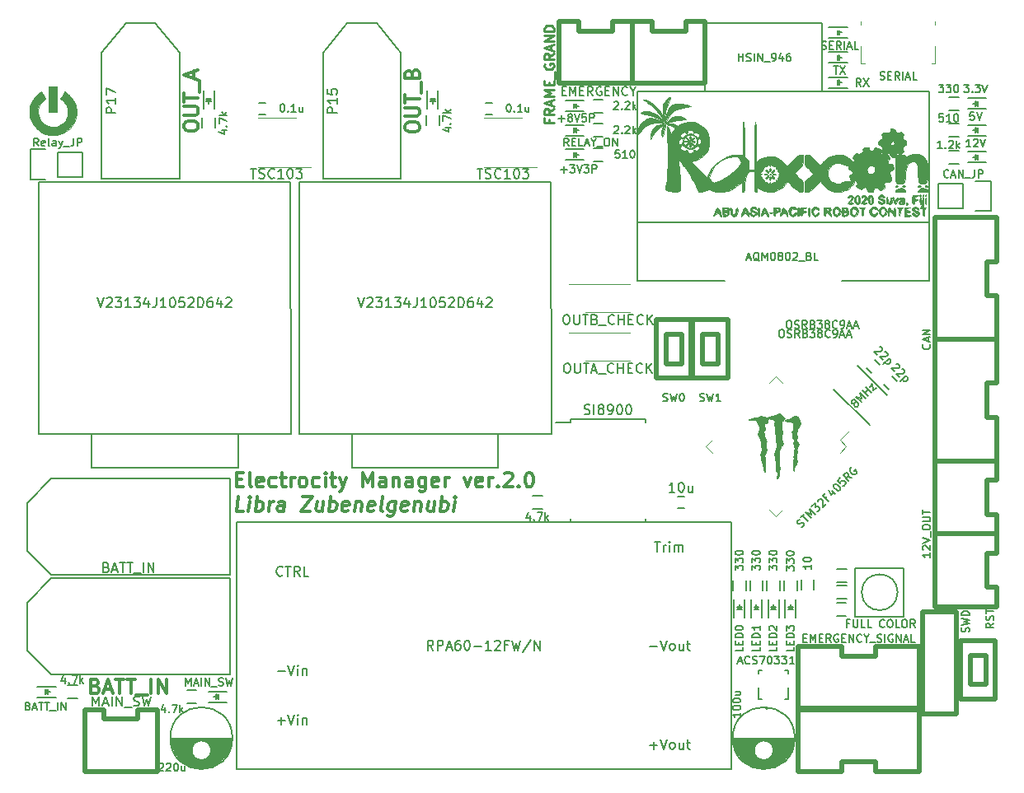
<source format=gbr>
G04 #@! TF.GenerationSoftware,KiCad,Pcbnew,(5.1.4)-1*
G04 #@! TF.CreationDate,2019-11-09T18:11:51+09:00*
G04 #@! TF.ProjectId,Electrocity_Manager,456c6563-7472-46f6-9369-74795f4d616e,rev?*
G04 #@! TF.SameCoordinates,Original*
G04 #@! TF.FileFunction,Legend,Top*
G04 #@! TF.FilePolarity,Positive*
%FSLAX46Y46*%
G04 Gerber Fmt 4.6, Leading zero omitted, Abs format (unit mm)*
G04 Created by KiCad (PCBNEW (5.1.4)-1) date 2019-11-09 18:11:51*
%MOMM*%
%LPD*%
G04 APERTURE LIST*
%ADD10C,0.375000*%
%ADD11C,0.150000*%
%ADD12C,0.500000*%
%ADD13C,0.152400*%
%ADD14C,0.010000*%
%ADD15C,0.120000*%
%ADD16C,0.200000*%
%ADD17C,0.250000*%
G04 APERTURE END LIST*
D10*
X70574107Y-148178571D02*
X69859821Y-148178571D01*
X70047321Y-146678571D01*
X71074107Y-148178571D02*
X71199107Y-147178571D01*
X71261607Y-146678571D02*
X71181250Y-146750000D01*
X71243750Y-146821428D01*
X71324107Y-146750000D01*
X71261607Y-146678571D01*
X71243750Y-146821428D01*
X71788392Y-148178571D02*
X71975892Y-146678571D01*
X71904464Y-147250000D02*
X72056250Y-147178571D01*
X72341964Y-147178571D01*
X72475892Y-147250000D01*
X72538392Y-147321428D01*
X72591964Y-147464285D01*
X72538392Y-147892857D01*
X72449107Y-148035714D01*
X72368750Y-148107142D01*
X72216964Y-148178571D01*
X71931250Y-148178571D01*
X71797321Y-148107142D01*
X73145535Y-148178571D02*
X73270535Y-147178571D01*
X73234821Y-147464285D02*
X73324107Y-147321428D01*
X73404464Y-147250000D01*
X73556250Y-147178571D01*
X73699107Y-147178571D01*
X74716964Y-148178571D02*
X74815178Y-147392857D01*
X74761607Y-147250000D01*
X74627678Y-147178571D01*
X74341964Y-147178571D01*
X74190178Y-147250000D01*
X74725892Y-148107142D02*
X74574107Y-148178571D01*
X74216964Y-148178571D01*
X74083035Y-148107142D01*
X74029464Y-147964285D01*
X74047321Y-147821428D01*
X74136607Y-147678571D01*
X74288392Y-147607142D01*
X74645535Y-147607142D01*
X74797321Y-147535714D01*
X76618750Y-146678571D02*
X77618750Y-146678571D01*
X76431250Y-148178571D01*
X77431250Y-148178571D01*
X78770535Y-147178571D02*
X78645535Y-148178571D01*
X78127678Y-147178571D02*
X78029464Y-147964285D01*
X78083035Y-148107142D01*
X78216964Y-148178571D01*
X78431250Y-148178571D01*
X78583035Y-148107142D01*
X78663392Y-148035714D01*
X79359821Y-148178571D02*
X79547321Y-146678571D01*
X79475892Y-147250000D02*
X79627678Y-147178571D01*
X79913392Y-147178571D01*
X80047321Y-147250000D01*
X80109821Y-147321428D01*
X80163392Y-147464285D01*
X80109821Y-147892857D01*
X80020535Y-148035714D01*
X79940178Y-148107142D01*
X79788392Y-148178571D01*
X79502678Y-148178571D01*
X79368750Y-148107142D01*
X81297321Y-148107142D02*
X81145535Y-148178571D01*
X80859821Y-148178571D01*
X80725892Y-148107142D01*
X80672321Y-147964285D01*
X80743750Y-147392857D01*
X80833035Y-147250000D01*
X80984821Y-147178571D01*
X81270535Y-147178571D01*
X81404464Y-147250000D01*
X81458035Y-147392857D01*
X81440178Y-147535714D01*
X80708035Y-147678571D01*
X82127678Y-147178571D02*
X82002678Y-148178571D01*
X82109821Y-147321428D02*
X82190178Y-147250000D01*
X82341964Y-147178571D01*
X82556250Y-147178571D01*
X82690178Y-147250000D01*
X82743750Y-147392857D01*
X82645535Y-148178571D01*
X83940178Y-148107142D02*
X83788392Y-148178571D01*
X83502678Y-148178571D01*
X83368750Y-148107142D01*
X83315178Y-147964285D01*
X83386607Y-147392857D01*
X83475892Y-147250000D01*
X83627678Y-147178571D01*
X83913392Y-147178571D01*
X84047321Y-147250000D01*
X84100892Y-147392857D01*
X84083035Y-147535714D01*
X83350892Y-147678571D01*
X84859821Y-148178571D02*
X84725892Y-148107142D01*
X84672321Y-147964285D01*
X84833035Y-146678571D01*
X86199107Y-147178571D02*
X86047321Y-148392857D01*
X85958035Y-148535714D01*
X85877678Y-148607142D01*
X85725892Y-148678571D01*
X85511607Y-148678571D01*
X85377678Y-148607142D01*
X86083035Y-148107142D02*
X85931250Y-148178571D01*
X85645535Y-148178571D01*
X85511607Y-148107142D01*
X85449107Y-148035714D01*
X85395535Y-147892857D01*
X85449107Y-147464285D01*
X85538392Y-147321428D01*
X85618750Y-147250000D01*
X85770535Y-147178571D01*
X86056250Y-147178571D01*
X86190178Y-147250000D01*
X87368750Y-148107142D02*
X87216964Y-148178571D01*
X86931250Y-148178571D01*
X86797321Y-148107142D01*
X86743750Y-147964285D01*
X86815178Y-147392857D01*
X86904464Y-147250000D01*
X87056250Y-147178571D01*
X87341964Y-147178571D01*
X87475892Y-147250000D01*
X87529464Y-147392857D01*
X87511607Y-147535714D01*
X86779464Y-147678571D01*
X88199107Y-147178571D02*
X88074107Y-148178571D01*
X88181250Y-147321428D02*
X88261607Y-147250000D01*
X88413392Y-147178571D01*
X88627678Y-147178571D01*
X88761607Y-147250000D01*
X88815178Y-147392857D01*
X88716964Y-148178571D01*
X90199107Y-147178571D02*
X90074107Y-148178571D01*
X89556250Y-147178571D02*
X89458035Y-147964285D01*
X89511607Y-148107142D01*
X89645535Y-148178571D01*
X89859821Y-148178571D01*
X90011607Y-148107142D01*
X90091964Y-148035714D01*
X90788392Y-148178571D02*
X90975892Y-146678571D01*
X90904464Y-147250000D02*
X91056250Y-147178571D01*
X91341964Y-147178571D01*
X91475892Y-147250000D01*
X91538392Y-147321428D01*
X91591964Y-147464285D01*
X91538392Y-147892857D01*
X91449107Y-148035714D01*
X91368750Y-148107142D01*
X91216964Y-148178571D01*
X90931250Y-148178571D01*
X90797321Y-148107142D01*
X92145535Y-148178571D02*
X92270535Y-147178571D01*
X92333035Y-146678571D02*
X92252678Y-146750000D01*
X92315178Y-146821428D01*
X92395535Y-146750000D01*
X92333035Y-146678571D01*
X92315178Y-146821428D01*
X69850892Y-144892857D02*
X70350892Y-144892857D01*
X70565178Y-145678571D02*
X69850892Y-145678571D01*
X69850892Y-144178571D01*
X70565178Y-144178571D01*
X71422321Y-145678571D02*
X71279464Y-145607142D01*
X71208035Y-145464285D01*
X71208035Y-144178571D01*
X72565178Y-145607142D02*
X72422321Y-145678571D01*
X72136607Y-145678571D01*
X71993750Y-145607142D01*
X71922321Y-145464285D01*
X71922321Y-144892857D01*
X71993750Y-144750000D01*
X72136607Y-144678571D01*
X72422321Y-144678571D01*
X72565178Y-144750000D01*
X72636607Y-144892857D01*
X72636607Y-145035714D01*
X71922321Y-145178571D01*
X73922321Y-145607142D02*
X73779464Y-145678571D01*
X73493750Y-145678571D01*
X73350892Y-145607142D01*
X73279464Y-145535714D01*
X73208035Y-145392857D01*
X73208035Y-144964285D01*
X73279464Y-144821428D01*
X73350892Y-144750000D01*
X73493750Y-144678571D01*
X73779464Y-144678571D01*
X73922321Y-144750000D01*
X74350892Y-144678571D02*
X74922321Y-144678571D01*
X74565178Y-144178571D02*
X74565178Y-145464285D01*
X74636607Y-145607142D01*
X74779464Y-145678571D01*
X74922321Y-145678571D01*
X75422321Y-145678571D02*
X75422321Y-144678571D01*
X75422321Y-144964285D02*
X75493750Y-144821428D01*
X75565178Y-144750000D01*
X75708035Y-144678571D01*
X75850892Y-144678571D01*
X76565178Y-145678571D02*
X76422321Y-145607142D01*
X76350892Y-145535714D01*
X76279464Y-145392857D01*
X76279464Y-144964285D01*
X76350892Y-144821428D01*
X76422321Y-144750000D01*
X76565178Y-144678571D01*
X76779464Y-144678571D01*
X76922321Y-144750000D01*
X76993750Y-144821428D01*
X77065178Y-144964285D01*
X77065178Y-145392857D01*
X76993750Y-145535714D01*
X76922321Y-145607142D01*
X76779464Y-145678571D01*
X76565178Y-145678571D01*
X78350892Y-145607142D02*
X78208035Y-145678571D01*
X77922321Y-145678571D01*
X77779464Y-145607142D01*
X77708035Y-145535714D01*
X77636607Y-145392857D01*
X77636607Y-144964285D01*
X77708035Y-144821428D01*
X77779464Y-144750000D01*
X77922321Y-144678571D01*
X78208035Y-144678571D01*
X78350892Y-144750000D01*
X78993750Y-145678571D02*
X78993750Y-144678571D01*
X78993750Y-144178571D02*
X78922321Y-144250000D01*
X78993750Y-144321428D01*
X79065178Y-144250000D01*
X78993750Y-144178571D01*
X78993750Y-144321428D01*
X79493750Y-144678571D02*
X80065178Y-144678571D01*
X79708035Y-144178571D02*
X79708035Y-145464285D01*
X79779464Y-145607142D01*
X79922321Y-145678571D01*
X80065178Y-145678571D01*
X80422321Y-144678571D02*
X80779464Y-145678571D01*
X81136607Y-144678571D02*
X80779464Y-145678571D01*
X80636607Y-146035714D01*
X80565178Y-146107142D01*
X80422321Y-146178571D01*
X82850892Y-145678571D02*
X82850892Y-144178571D01*
X83350892Y-145250000D01*
X83850892Y-144178571D01*
X83850892Y-145678571D01*
X85208035Y-145678571D02*
X85208035Y-144892857D01*
X85136607Y-144750000D01*
X84993750Y-144678571D01*
X84708035Y-144678571D01*
X84565178Y-144750000D01*
X85208035Y-145607142D02*
X85065178Y-145678571D01*
X84708035Y-145678571D01*
X84565178Y-145607142D01*
X84493750Y-145464285D01*
X84493750Y-145321428D01*
X84565178Y-145178571D01*
X84708035Y-145107142D01*
X85065178Y-145107142D01*
X85208035Y-145035714D01*
X85922321Y-144678571D02*
X85922321Y-145678571D01*
X85922321Y-144821428D02*
X85993750Y-144750000D01*
X86136607Y-144678571D01*
X86350892Y-144678571D01*
X86493750Y-144750000D01*
X86565178Y-144892857D01*
X86565178Y-145678571D01*
X87922321Y-145678571D02*
X87922321Y-144892857D01*
X87850892Y-144750000D01*
X87708035Y-144678571D01*
X87422321Y-144678571D01*
X87279464Y-144750000D01*
X87922321Y-145607142D02*
X87779464Y-145678571D01*
X87422321Y-145678571D01*
X87279464Y-145607142D01*
X87208035Y-145464285D01*
X87208035Y-145321428D01*
X87279464Y-145178571D01*
X87422321Y-145107142D01*
X87779464Y-145107142D01*
X87922321Y-145035714D01*
X89279464Y-144678571D02*
X89279464Y-145892857D01*
X89208035Y-146035714D01*
X89136607Y-146107142D01*
X88993750Y-146178571D01*
X88779464Y-146178571D01*
X88636607Y-146107142D01*
X89279464Y-145607142D02*
X89136607Y-145678571D01*
X88850892Y-145678571D01*
X88708035Y-145607142D01*
X88636607Y-145535714D01*
X88565178Y-145392857D01*
X88565178Y-144964285D01*
X88636607Y-144821428D01*
X88708035Y-144750000D01*
X88850892Y-144678571D01*
X89136607Y-144678571D01*
X89279464Y-144750000D01*
X90565178Y-145607142D02*
X90422321Y-145678571D01*
X90136607Y-145678571D01*
X89993750Y-145607142D01*
X89922321Y-145464285D01*
X89922321Y-144892857D01*
X89993750Y-144750000D01*
X90136607Y-144678571D01*
X90422321Y-144678571D01*
X90565178Y-144750000D01*
X90636607Y-144892857D01*
X90636607Y-145035714D01*
X89922321Y-145178571D01*
X91279464Y-145678571D02*
X91279464Y-144678571D01*
X91279464Y-144964285D02*
X91350892Y-144821428D01*
X91422321Y-144750000D01*
X91565178Y-144678571D01*
X91708035Y-144678571D01*
X93208035Y-144678571D02*
X93565178Y-145678571D01*
X93922321Y-144678571D01*
X95065178Y-145607142D02*
X94922321Y-145678571D01*
X94636607Y-145678571D01*
X94493750Y-145607142D01*
X94422321Y-145464285D01*
X94422321Y-144892857D01*
X94493750Y-144750000D01*
X94636607Y-144678571D01*
X94922321Y-144678571D01*
X95065178Y-144750000D01*
X95136607Y-144892857D01*
X95136607Y-145035714D01*
X94422321Y-145178571D01*
X95779464Y-145678571D02*
X95779464Y-144678571D01*
X95779464Y-144964285D02*
X95850892Y-144821428D01*
X95922321Y-144750000D01*
X96065178Y-144678571D01*
X96208035Y-144678571D01*
X96708035Y-145535714D02*
X96779464Y-145607142D01*
X96708035Y-145678571D01*
X96636607Y-145607142D01*
X96708035Y-145535714D01*
X96708035Y-145678571D01*
X97350892Y-144321428D02*
X97422321Y-144250000D01*
X97565178Y-144178571D01*
X97922321Y-144178571D01*
X98065178Y-144250000D01*
X98136607Y-144321428D01*
X98208035Y-144464285D01*
X98208035Y-144607142D01*
X98136607Y-144821428D01*
X97279464Y-145678571D01*
X98208035Y-145678571D01*
X98850892Y-145535714D02*
X98922321Y-145607142D01*
X98850892Y-145678571D01*
X98779464Y-145607142D01*
X98850892Y-145535714D01*
X98850892Y-145678571D01*
X99850892Y-144178571D02*
X99993750Y-144178571D01*
X100136607Y-144250000D01*
X100208035Y-144321428D01*
X100279464Y-144464285D01*
X100350892Y-144750000D01*
X100350892Y-145107142D01*
X100279464Y-145392857D01*
X100208035Y-145535714D01*
X100136607Y-145607142D01*
X99993750Y-145678571D01*
X99850892Y-145678571D01*
X99708035Y-145607142D01*
X99636607Y-145535714D01*
X99565178Y-145392857D01*
X99493750Y-145107142D01*
X99493750Y-144750000D01*
X99565178Y-144464285D01*
X99636607Y-144321428D01*
X99708035Y-144250000D01*
X99850892Y-144178571D01*
D11*
X135426777Y-132578249D02*
X135921751Y-133073223D01*
X135073223Y-133921751D02*
X134578249Y-133426777D01*
X134921751Y-139325914D02*
X131209441Y-135613604D01*
X133613604Y-133209441D02*
X136654163Y-136250000D01*
X132500000Y-157175000D02*
X131500000Y-157175000D01*
X131500000Y-155825000D02*
X132500000Y-155825000D01*
X131470000Y-157575000D02*
X132470000Y-157575000D01*
X132470000Y-158925000D02*
X131470000Y-158925000D01*
X131500000Y-154075000D02*
X132500000Y-154075000D01*
X132500000Y-155425000D02*
X131500000Y-155425000D01*
X123500000Y-158030000D02*
X123250000Y-158280000D01*
X123000000Y-158030000D02*
X123500000Y-158030000D01*
X123250000Y-158280000D02*
X123000000Y-158030000D01*
X123000000Y-158280000D02*
X123500000Y-158280000D01*
X123250000Y-158230000D02*
X123250000Y-157780000D01*
X122700000Y-159130000D02*
X122700000Y-157230000D01*
X123800000Y-159130000D02*
X123800000Y-157230000D01*
X81250000Y-98000000D02*
X78750000Y-101000000D01*
X78750000Y-101000000D02*
X78750000Y-114000000D01*
X84250000Y-98000000D02*
X86750000Y-101000000D01*
X86750000Y-101000000D02*
X86750000Y-114000000D01*
X84250000Y-98000000D02*
X81250000Y-98000000D01*
X86750000Y-114000000D02*
X78750000Y-114000000D01*
X64000000Y-114000000D02*
X56000000Y-114000000D01*
X61500000Y-98000000D02*
X58500000Y-98000000D01*
X64000000Y-101000000D02*
X64000000Y-114000000D01*
X61500000Y-98000000D02*
X64000000Y-101000000D01*
X56000000Y-101000000D02*
X56000000Y-114000000D01*
X58500000Y-98000000D02*
X56000000Y-101000000D01*
X115850000Y-147850000D02*
X115150000Y-147850000D01*
X115150000Y-146650000D02*
X115850000Y-146650000D01*
X69399000Y-171575000D02*
X63101000Y-171575000D01*
X69393000Y-171715000D02*
X63107000Y-171715000D01*
X69380000Y-171855000D02*
X66696000Y-171855000D01*
X65804000Y-171855000D02*
X63120000Y-171855000D01*
X69361000Y-171995000D02*
X66906000Y-171995000D01*
X65594000Y-171995000D02*
X63139000Y-171995000D01*
X69335000Y-172135000D02*
X67039000Y-172135000D01*
X65461000Y-172135000D02*
X63165000Y-172135000D01*
X69303000Y-172275000D02*
X67130000Y-172275000D01*
X65370000Y-172275000D02*
X63197000Y-172275000D01*
X69264000Y-172415000D02*
X67192000Y-172415000D01*
X65308000Y-172415000D02*
X63236000Y-172415000D01*
X69218000Y-172555000D02*
X67231000Y-172555000D01*
X65269000Y-172555000D02*
X63282000Y-172555000D01*
X69165000Y-172695000D02*
X67248000Y-172695000D01*
X65252000Y-172695000D02*
X63335000Y-172695000D01*
X69103000Y-172835000D02*
X67246000Y-172835000D01*
X65254000Y-172835000D02*
X63397000Y-172835000D01*
X69033000Y-172975000D02*
X67224000Y-172975000D01*
X65276000Y-172975000D02*
X63467000Y-172975000D01*
X68954000Y-173115000D02*
X67181000Y-173115000D01*
X65319000Y-173115000D02*
X63546000Y-173115000D01*
X68866000Y-173255000D02*
X67113000Y-173255000D01*
X65387000Y-173255000D02*
X63634000Y-173255000D01*
X68766000Y-173395000D02*
X67014000Y-173395000D01*
X65486000Y-173395000D02*
X63734000Y-173395000D01*
X68654000Y-173535000D02*
X66869000Y-173535000D01*
X65631000Y-173535000D02*
X63846000Y-173535000D01*
X68529000Y-173675000D02*
X66630000Y-173675000D01*
X65870000Y-173675000D02*
X63971000Y-173675000D01*
X68386000Y-173815000D02*
X64114000Y-173815000D01*
X68224000Y-173955000D02*
X64276000Y-173955000D01*
X68036000Y-174095000D02*
X64464000Y-174095000D01*
X67813000Y-174235000D02*
X64687000Y-174235000D01*
X67537000Y-174375000D02*
X64963000Y-174375000D01*
X67162000Y-174515000D02*
X65338000Y-174515000D01*
X67250000Y-172750000D02*
G75*
G03X67250000Y-172750000I-1000000J0D01*
G01*
X69437500Y-171500000D02*
G75*
G03X69437500Y-171500000I-3187500J0D01*
G01*
X127187500Y-171500000D02*
G75*
G03X127187500Y-171500000I-3187500J0D01*
G01*
X125000000Y-172750000D02*
G75*
G03X125000000Y-172750000I-1000000J0D01*
G01*
X124912000Y-174515000D02*
X123088000Y-174515000D01*
X125287000Y-174375000D02*
X122713000Y-174375000D01*
X125563000Y-174235000D02*
X122437000Y-174235000D01*
X125786000Y-174095000D02*
X122214000Y-174095000D01*
X125974000Y-173955000D02*
X122026000Y-173955000D01*
X126136000Y-173815000D02*
X121864000Y-173815000D01*
X123620000Y-173675000D02*
X121721000Y-173675000D01*
X126279000Y-173675000D02*
X124380000Y-173675000D01*
X123381000Y-173535000D02*
X121596000Y-173535000D01*
X126404000Y-173535000D02*
X124619000Y-173535000D01*
X123236000Y-173395000D02*
X121484000Y-173395000D01*
X126516000Y-173395000D02*
X124764000Y-173395000D01*
X123137000Y-173255000D02*
X121384000Y-173255000D01*
X126616000Y-173255000D02*
X124863000Y-173255000D01*
X123069000Y-173115000D02*
X121296000Y-173115000D01*
X126704000Y-173115000D02*
X124931000Y-173115000D01*
X123026000Y-172975000D02*
X121217000Y-172975000D01*
X126783000Y-172975000D02*
X124974000Y-172975000D01*
X123004000Y-172835000D02*
X121147000Y-172835000D01*
X126853000Y-172835000D02*
X124996000Y-172835000D01*
X123002000Y-172695000D02*
X121085000Y-172695000D01*
X126915000Y-172695000D02*
X124998000Y-172695000D01*
X123019000Y-172555000D02*
X121032000Y-172555000D01*
X126968000Y-172555000D02*
X124981000Y-172555000D01*
X123058000Y-172415000D02*
X120986000Y-172415000D01*
X127014000Y-172415000D02*
X124942000Y-172415000D01*
X123120000Y-172275000D02*
X120947000Y-172275000D01*
X127053000Y-172275000D02*
X124880000Y-172275000D01*
X123211000Y-172135000D02*
X120915000Y-172135000D01*
X127085000Y-172135000D02*
X124789000Y-172135000D01*
X123344000Y-171995000D02*
X120889000Y-171995000D01*
X127111000Y-171995000D02*
X124656000Y-171995000D01*
X123554000Y-171855000D02*
X120870000Y-171855000D01*
X127130000Y-171855000D02*
X124446000Y-171855000D01*
X127143000Y-171715000D02*
X120857000Y-171715000D01*
X127149000Y-171575000D02*
X120851000Y-171575000D01*
X144480000Y-117020000D02*
X141940000Y-117020000D01*
X147300000Y-117300000D02*
X145750000Y-117300000D01*
X144480000Y-117020000D02*
X144480000Y-114480000D01*
X145750000Y-114200000D02*
X147300000Y-114200000D01*
X147300000Y-114200000D02*
X147300000Y-117300000D01*
X144480000Y-114480000D02*
X141940000Y-114480000D01*
X141940000Y-114480000D02*
X141940000Y-117020000D01*
D12*
X147950000Y-130500000D02*
X147950000Y-126000000D01*
X147950000Y-126000000D02*
X146950000Y-126000000D01*
X146950000Y-126000000D02*
X146950000Y-122500000D01*
X146950000Y-122500000D02*
X147950000Y-122500000D01*
X147950000Y-122500000D02*
X147950000Y-118000000D01*
X141550000Y-118000000D02*
X141550000Y-130500000D01*
X147950000Y-118000000D02*
X141550000Y-118000000D01*
X141550000Y-130500000D02*
X147950000Y-130500000D01*
X61750000Y-168550000D02*
X59750000Y-168550000D01*
X59750000Y-168550000D02*
X59750000Y-169550000D01*
X59750000Y-169550000D02*
X56250000Y-169550000D01*
X56250000Y-169550000D02*
X56250000Y-168550000D01*
X56250000Y-168550000D02*
X54250000Y-168550000D01*
X61750000Y-174950000D02*
X61750000Y-168550000D01*
X54250000Y-168550000D02*
X54250000Y-174950000D01*
X54250000Y-174950000D02*
X61750000Y-174950000D01*
D11*
X69150000Y-155050000D02*
X50800000Y-155050000D01*
X69150000Y-164950000D02*
X69150000Y-155050000D01*
X50800000Y-164950000D02*
X69150000Y-164950000D01*
X50800000Y-155050000D02*
X48350000Y-157550000D01*
X50800000Y-164950000D02*
X48350000Y-162500000D01*
X48350000Y-160000000D02*
X48350000Y-157550000D01*
X48350000Y-159950000D02*
X48350000Y-162500000D01*
X48350000Y-149700000D02*
X48350000Y-152250000D01*
X48350000Y-149750000D02*
X48350000Y-147300000D01*
X50800000Y-154700000D02*
X48350000Y-152250000D01*
X50800000Y-144800000D02*
X48350000Y-147300000D01*
X50800000Y-154700000D02*
X69150000Y-154700000D01*
X69150000Y-154700000D02*
X69150000Y-144800000D01*
X69150000Y-144800000D02*
X50800000Y-144800000D01*
D12*
X147800000Y-167500000D02*
X147800000Y-161500000D01*
X144200000Y-167500000D02*
X147800000Y-167500000D01*
X144200000Y-161500000D02*
X144200000Y-167500000D01*
X147800000Y-161500000D02*
X144200000Y-161500000D01*
X146800000Y-166000000D02*
X146800000Y-163000000D01*
X145200000Y-166000000D02*
X146800000Y-166000000D01*
X145200000Y-163000000D02*
X145200000Y-166000000D01*
X146800000Y-163000000D02*
X145200000Y-163000000D01*
D11*
X49550000Y-127250000D02*
X49550000Y-140200000D01*
X49550000Y-140200000D02*
X75450000Y-140200000D01*
X75450000Y-140200000D02*
X75410000Y-114300000D01*
X75410000Y-114300000D02*
X49550000Y-114320000D01*
X49550000Y-114320000D02*
X49550000Y-127250000D01*
X55000000Y-143700000D02*
X70000000Y-143680000D01*
X70000000Y-143680000D02*
X70000000Y-140230000D01*
X55000000Y-143700000D02*
X55000000Y-140200000D01*
X81750000Y-143700000D02*
X81750000Y-140200000D01*
X96750000Y-143680000D02*
X96750000Y-140230000D01*
X81750000Y-143700000D02*
X96750000Y-143680000D01*
X76300000Y-114320000D02*
X76300000Y-127250000D01*
X102160000Y-114300000D02*
X76300000Y-114320000D01*
X102200000Y-140200000D02*
X102160000Y-114300000D01*
X76300000Y-140200000D02*
X102200000Y-140200000D01*
X76300000Y-127250000D02*
X76300000Y-140200000D01*
D12*
X140300000Y-169000000D02*
X143800000Y-169000000D01*
X140300000Y-158500000D02*
X140300000Y-169000000D01*
X143800000Y-158500000D02*
X143800000Y-169000000D01*
X143800000Y-158500000D02*
X140300000Y-158500000D01*
D11*
X136823223Y-135671751D02*
X136328249Y-135176777D01*
X137176777Y-134328249D02*
X137671751Y-134823223D01*
X146850000Y-111200000D02*
X144950000Y-111200000D01*
X146850000Y-112300000D02*
X144950000Y-112300000D01*
X145950000Y-111750000D02*
X145500000Y-111750000D01*
X146000000Y-112000000D02*
X146000000Y-111500000D01*
X146000000Y-111750000D02*
X145750000Y-112000000D01*
X145750000Y-112000000D02*
X145750000Y-111500000D01*
X145750000Y-111500000D02*
X146000000Y-111750000D01*
X145750000Y-108750000D02*
X146000000Y-109000000D01*
X145750000Y-109250000D02*
X145750000Y-108750000D01*
X146000000Y-109000000D02*
X145750000Y-109250000D01*
X146000000Y-109250000D02*
X146000000Y-108750000D01*
X145950000Y-109000000D02*
X145500000Y-109000000D01*
X146850000Y-109550000D02*
X144950000Y-109550000D01*
X146850000Y-108450000D02*
X144950000Y-108450000D01*
X146850000Y-105700000D02*
X144950000Y-105700000D01*
X146850000Y-106800000D02*
X144950000Y-106800000D01*
X145950000Y-106250000D02*
X145500000Y-106250000D01*
X146000000Y-106500000D02*
X146000000Y-106000000D01*
X146000000Y-106250000D02*
X145750000Y-106500000D01*
X145750000Y-106500000D02*
X145750000Y-106000000D01*
X145750000Y-106000000D02*
X146000000Y-106250000D01*
X122050000Y-159130000D02*
X122050000Y-157230000D01*
X120950000Y-159130000D02*
X120950000Y-157230000D01*
X121500000Y-158230000D02*
X121500000Y-157780000D01*
X121250000Y-158280000D02*
X121750000Y-158280000D01*
X121500000Y-158280000D02*
X121250000Y-158030000D01*
X121250000Y-158030000D02*
X121750000Y-158030000D01*
X121750000Y-158030000D02*
X121500000Y-158280000D01*
X125550000Y-159130000D02*
X125550000Y-157230000D01*
X124450000Y-159130000D02*
X124450000Y-157230000D01*
X125000000Y-158230000D02*
X125000000Y-157780000D01*
X124750000Y-158280000D02*
X125250000Y-158280000D01*
X125000000Y-158280000D02*
X124750000Y-158030000D01*
X124750000Y-158030000D02*
X125250000Y-158030000D01*
X125250000Y-158030000D02*
X125000000Y-158280000D01*
X127000000Y-158030000D02*
X126750000Y-158280000D01*
X126500000Y-158030000D02*
X127000000Y-158030000D01*
X126750000Y-158280000D02*
X126500000Y-158030000D01*
X126500000Y-158280000D02*
X127000000Y-158280000D01*
X126750000Y-158230000D02*
X126750000Y-157780000D01*
X126200000Y-159130000D02*
X126200000Y-157230000D01*
X127300000Y-159130000D02*
X127300000Y-157230000D01*
X49400000Y-167300000D02*
X51300000Y-167300000D01*
X49400000Y-166200000D02*
X51300000Y-166200000D01*
X50300000Y-166750000D02*
X50750000Y-166750000D01*
X50250000Y-166500000D02*
X50250000Y-167000000D01*
X50250000Y-166750000D02*
X50500000Y-166500000D01*
X50500000Y-166500000D02*
X50500000Y-167000000D01*
X50500000Y-167000000D02*
X50250000Y-166750000D01*
X68850000Y-166700000D02*
X66950000Y-166700000D01*
X68850000Y-167800000D02*
X66950000Y-167800000D01*
X67950000Y-167250000D02*
X67500000Y-167250000D01*
X68000000Y-167500000D02*
X68000000Y-167000000D01*
X68000000Y-167250000D02*
X67750000Y-167500000D01*
X67750000Y-167500000D02*
X67750000Y-167000000D01*
X67750000Y-167000000D02*
X68000000Y-167250000D01*
X66750000Y-106000000D02*
X67000000Y-105750000D01*
X67250000Y-106000000D02*
X66750000Y-106000000D01*
X67000000Y-105750000D02*
X67250000Y-106000000D01*
X67250000Y-105750000D02*
X66750000Y-105750000D01*
X67000000Y-105800000D02*
X67000000Y-106250000D01*
X67550000Y-104900000D02*
X67550000Y-106800000D01*
X66450000Y-104900000D02*
X66450000Y-106800000D01*
X89450000Y-104900000D02*
X89450000Y-106800000D01*
X90550000Y-104900000D02*
X90550000Y-106800000D01*
X90000000Y-105800000D02*
X90000000Y-106250000D01*
X90250000Y-105750000D02*
X89750000Y-105750000D01*
X90000000Y-105750000D02*
X90250000Y-106000000D01*
X90250000Y-106000000D02*
X89750000Y-106000000D01*
X89750000Y-106000000D02*
X90000000Y-105750000D01*
X104740000Y-109240000D02*
X104490000Y-108990000D01*
X104740000Y-108740000D02*
X104740000Y-109240000D01*
X104490000Y-108990000D02*
X104740000Y-108740000D01*
X104490000Y-108740000D02*
X104490000Y-109240000D01*
X104540000Y-108990000D02*
X104990000Y-108990000D01*
X103640000Y-108440000D02*
X105540000Y-108440000D01*
X103640000Y-109540000D02*
X105540000Y-109540000D01*
X104740000Y-106740000D02*
X104490000Y-106490000D01*
X104740000Y-106240000D02*
X104740000Y-106740000D01*
X104490000Y-106490000D02*
X104740000Y-106240000D01*
X104490000Y-106240000D02*
X104490000Y-106740000D01*
X104540000Y-106490000D02*
X104990000Y-106490000D01*
X103640000Y-105940000D02*
X105540000Y-105940000D01*
X103640000Y-107040000D02*
X105540000Y-107040000D01*
X104740000Y-111740000D02*
X104490000Y-111490000D01*
X104740000Y-111240000D02*
X104740000Y-111740000D01*
X104490000Y-111490000D02*
X104740000Y-111240000D01*
X104490000Y-111240000D02*
X104490000Y-111740000D01*
X104540000Y-111490000D02*
X104990000Y-111490000D01*
X103640000Y-110940000D02*
X105540000Y-110940000D01*
X103640000Y-112040000D02*
X105540000Y-112040000D01*
X51520000Y-111230000D02*
X54060000Y-111230000D01*
X48700000Y-110950000D02*
X50250000Y-110950000D01*
X51520000Y-111230000D02*
X51520000Y-113770000D01*
X50250000Y-114050000D02*
X48700000Y-114050000D01*
X48700000Y-114050000D02*
X48700000Y-110950000D01*
X51520000Y-113770000D02*
X54060000Y-113770000D01*
X54060000Y-113770000D02*
X54060000Y-111230000D01*
D12*
X140000000Y-162050000D02*
X135500000Y-162050000D01*
X135500000Y-162050000D02*
X135500000Y-163050000D01*
X135500000Y-163050000D02*
X132000000Y-163050000D01*
X132000000Y-163050000D02*
X132000000Y-162050000D01*
X132000000Y-162050000D02*
X127500000Y-162050000D01*
X127500000Y-168450000D02*
X140000000Y-168450000D01*
X127500000Y-162050000D02*
X127500000Y-168450000D01*
X140000000Y-168450000D02*
X140000000Y-162050000D01*
X141550000Y-150500000D02*
X141550000Y-158000000D01*
X147950000Y-150500000D02*
X141550000Y-150500000D01*
X141550000Y-158000000D02*
X147950000Y-158000000D01*
X147950000Y-152500000D02*
X147950000Y-150500000D01*
X146950000Y-152500000D02*
X147950000Y-152500000D01*
X146950000Y-156000000D02*
X146950000Y-152500000D01*
X147950000Y-156000000D02*
X146950000Y-156000000D01*
X147950000Y-158000000D02*
X147950000Y-156000000D01*
X147950000Y-150500000D02*
X147950000Y-148500000D01*
X147950000Y-148500000D02*
X146950000Y-148500000D01*
X146950000Y-148500000D02*
X146950000Y-145000000D01*
X146950000Y-145000000D02*
X147950000Y-145000000D01*
X147950000Y-145000000D02*
X147950000Y-143000000D01*
X141550000Y-150500000D02*
X147950000Y-150500000D01*
X147950000Y-143000000D02*
X141550000Y-143000000D01*
X141550000Y-143000000D02*
X141550000Y-150500000D01*
X110500000Y-97800000D02*
X108500000Y-97800000D01*
X108500000Y-97800000D02*
X108500000Y-98800000D01*
X108500000Y-98800000D02*
X105000000Y-98800000D01*
X105000000Y-98800000D02*
X105000000Y-97800000D01*
X105000000Y-97800000D02*
X103000000Y-97800000D01*
X110500000Y-104200000D02*
X110500000Y-97800000D01*
X103000000Y-97800000D02*
X103000000Y-104200000D01*
X103000000Y-104200000D02*
X110500000Y-104200000D01*
X110500000Y-104200000D02*
X118000000Y-104200000D01*
X110500000Y-97800000D02*
X110500000Y-104200000D01*
X118000000Y-104200000D02*
X118000000Y-97800000D01*
X112500000Y-97800000D02*
X110500000Y-97800000D01*
X112500000Y-98800000D02*
X112500000Y-97800000D01*
X116000000Y-98800000D02*
X112500000Y-98800000D01*
X116000000Y-97800000D02*
X116000000Y-98800000D01*
X118000000Y-97800000D02*
X116000000Y-97800000D01*
D11*
X144000000Y-112425000D02*
X143000000Y-112425000D01*
X143000000Y-111075000D02*
X144000000Y-111075000D01*
X143000000Y-108325000D02*
X144000000Y-108325000D01*
X144000000Y-109675000D02*
X143000000Y-109675000D01*
X144000000Y-106925000D02*
X143000000Y-106925000D01*
X143000000Y-105575000D02*
X144000000Y-105575000D01*
X122175000Y-155280000D02*
X122175000Y-156280000D01*
X120825000Y-156280000D02*
X120825000Y-155280000D01*
X122575000Y-156280000D02*
X122575000Y-155280000D01*
X123925000Y-155280000D02*
X123925000Y-156280000D01*
X125675000Y-155280000D02*
X125675000Y-156280000D01*
X124325000Y-156280000D02*
X124325000Y-155280000D01*
X126075000Y-156280000D02*
X126075000Y-155280000D01*
X127425000Y-155280000D02*
X127425000Y-156280000D01*
X129175000Y-155250000D02*
X129175000Y-156250000D01*
X127825000Y-156250000D02*
X127825000Y-155250000D01*
X100250000Y-146575000D02*
X101250000Y-146575000D01*
X101250000Y-147925000D02*
X100250000Y-147925000D01*
X53500000Y-167425000D02*
X52500000Y-167425000D01*
X52500000Y-166075000D02*
X53500000Y-166075000D01*
X65750000Y-167925000D02*
X64750000Y-167925000D01*
X64750000Y-166575000D02*
X65750000Y-166575000D01*
X66325000Y-108750000D02*
X66325000Y-107750000D01*
X67675000Y-107750000D02*
X67675000Y-108750000D01*
X90675000Y-107500000D02*
X90675000Y-108500000D01*
X89325000Y-108500000D02*
X89325000Y-107500000D01*
X107500000Y-109665000D02*
X106500000Y-109665000D01*
X106500000Y-108315000D02*
X107500000Y-108315000D01*
X106500000Y-105815000D02*
X107500000Y-105815000D01*
X107500000Y-107165000D02*
X106500000Y-107165000D01*
X106500000Y-110815000D02*
X107500000Y-110815000D01*
X107500000Y-112165000D02*
X106500000Y-112165000D01*
D12*
X147950000Y-143000000D02*
X147950000Y-138500000D01*
X147950000Y-138500000D02*
X146950000Y-138500000D01*
X146950000Y-138500000D02*
X146950000Y-135000000D01*
X146950000Y-135000000D02*
X147950000Y-135000000D01*
X147950000Y-135000000D02*
X147950000Y-130500000D01*
X141550000Y-130500000D02*
X141550000Y-143000000D01*
X147950000Y-130500000D02*
X141550000Y-130500000D01*
X141550000Y-143000000D02*
X147950000Y-143000000D01*
D11*
X124375000Y-168500000D02*
G75*
G03X124375000Y-168500000I-75000J0D01*
G01*
D13*
X126500000Y-164500000D02*
X126200000Y-164500000D01*
X126500000Y-164900000D02*
X126500000Y-164500000D01*
X126500000Y-167500000D02*
X126500000Y-166300000D01*
X126200000Y-167500000D02*
X126500000Y-167500000D01*
X123500000Y-164500000D02*
X123800000Y-164500000D01*
X123500000Y-164900000D02*
X123500000Y-164500000D01*
X123500000Y-167500000D02*
X123500000Y-166300000D01*
X123800000Y-167500000D02*
X123500000Y-167500000D01*
D11*
X69850000Y-149300000D02*
X120650000Y-149300000D01*
X69850000Y-174700000D02*
X69850000Y-149300000D01*
X120650000Y-174700000D02*
X69850000Y-174700000D01*
X120650000Y-149300000D02*
X120650000Y-174700000D01*
X104125000Y-138675000D02*
X104125000Y-139030000D01*
X111875000Y-138675000D02*
X111875000Y-139030000D01*
X111875000Y-149325000D02*
X111875000Y-148970000D01*
X104125000Y-149325000D02*
X104125000Y-148970000D01*
X104125000Y-138675000D02*
X111875000Y-138675000D01*
X104125000Y-149325000D02*
X111875000Y-149325000D01*
X104125000Y-139030000D02*
X102600000Y-139030000D01*
D12*
X127500000Y-174950000D02*
X132000000Y-174950000D01*
X132000000Y-174950000D02*
X132000000Y-173950000D01*
X132000000Y-173950000D02*
X135500000Y-173950000D01*
X135500000Y-173950000D02*
X135500000Y-174950000D01*
X135500000Y-174950000D02*
X140000000Y-174950000D01*
X140000000Y-168550000D02*
X127500000Y-168550000D01*
X140000000Y-174950000D02*
X140000000Y-168550000D01*
X127500000Y-168550000D02*
X127500000Y-174950000D01*
D14*
G36*
X127129452Y-138369668D02*
G01*
X127163308Y-138382150D01*
X127201549Y-138392634D01*
X127251989Y-138399553D01*
X127288005Y-138401200D01*
X127371860Y-138406856D01*
X127438836Y-138425788D01*
X127493318Y-138460935D01*
X127539694Y-138515240D01*
X127582349Y-138591645D01*
X127587135Y-138601810D01*
X127613872Y-138658640D01*
X127640814Y-138714593D01*
X127663422Y-138760286D01*
X127669764Y-138772681D01*
X127696827Y-138849606D01*
X127701100Y-138894793D01*
X127707495Y-138943761D01*
X127724333Y-138985775D01*
X127748089Y-139014427D01*
X127771871Y-139023500D01*
X127785777Y-139034945D01*
X127790000Y-139066731D01*
X127785357Y-139093729D01*
X127770398Y-139131020D01*
X127743573Y-139181808D01*
X127703335Y-139249300D01*
X127696455Y-139260406D01*
X127594352Y-139434032D01*
X127511921Y-139595684D01*
X127448187Y-139748181D01*
X127402173Y-139894342D01*
X127372904Y-140036983D01*
X127359403Y-140178924D01*
X127358200Y-140237157D01*
X127358703Y-140293074D01*
X127360886Y-140328684D01*
X127365760Y-140349071D01*
X127374336Y-140359320D01*
X127383268Y-140363244D01*
X127418140Y-140385936D01*
X127445550Y-140424493D01*
X127459246Y-140469408D01*
X127459800Y-140479636D01*
X127455145Y-140510131D01*
X127442659Y-140556304D01*
X127424553Y-140610504D01*
X127413444Y-140639848D01*
X127379069Y-140740582D01*
X127362671Y-140824083D01*
X127364288Y-140891103D01*
X127383960Y-140942393D01*
X127421727Y-140978705D01*
X127431439Y-140984228D01*
X127484277Y-141023004D01*
X127527623Y-141080825D01*
X127549771Y-141124814D01*
X127567190Y-141178766D01*
X127576570Y-141239563D01*
X127578460Y-141302242D01*
X127573406Y-141361840D01*
X127561954Y-141413394D01*
X127544651Y-141451938D01*
X127522044Y-141472512D01*
X127511248Y-141474600D01*
X127493773Y-141479025D01*
X127486250Y-141496839D01*
X127484874Y-141522225D01*
X127474342Y-141573626D01*
X127442797Y-141635355D01*
X127440424Y-141639111D01*
X127417487Y-141677404D01*
X127404240Y-141708928D01*
X127398064Y-141743591D01*
X127396341Y-141791300D01*
X127396300Y-141806048D01*
X127406107Y-141919336D01*
X127422965Y-141990056D01*
X127439857Y-142058864D01*
X127441758Y-142114732D01*
X127427789Y-142165840D01*
X127398377Y-142218397D01*
X127380357Y-142247248D01*
X127369672Y-142271975D01*
X127364834Y-142300307D01*
X127364354Y-142339975D01*
X127366147Y-142385875D01*
X127370067Y-142453217D01*
X127375801Y-142531002D01*
X127382241Y-142604446D01*
X127383545Y-142617600D01*
X127390338Y-142696696D01*
X127395747Y-142784087D01*
X127399677Y-142874855D01*
X127402034Y-142964082D01*
X127402724Y-143046851D01*
X127401652Y-143118245D01*
X127398724Y-143173345D01*
X127394787Y-143203322D01*
X127373509Y-143261273D01*
X127333290Y-143329066D01*
X127317938Y-143350587D01*
X127266861Y-143421947D01*
X127228327Y-143482202D01*
X127197910Y-143539152D01*
X127171184Y-143600592D01*
X127160833Y-143627383D01*
X127144409Y-143673941D01*
X127135292Y-143711406D01*
X127132261Y-143749701D01*
X127134095Y-143798751D01*
X127136218Y-143827428D01*
X127139830Y-143884878D01*
X127139401Y-143923578D01*
X127134398Y-143949934D01*
X127124317Y-143970303D01*
X127106476Y-143992860D01*
X127093461Y-144001900D01*
X127084014Y-143991049D01*
X127068484Y-143962419D01*
X127050018Y-143921896D01*
X127047613Y-143916175D01*
X127022672Y-143841582D01*
X127007784Y-143765262D01*
X127003550Y-143693918D01*
X127010566Y-143634252D01*
X127020064Y-143607563D01*
X127031823Y-143578089D01*
X127038110Y-143544719D01*
X127038753Y-143503204D01*
X127033580Y-143449291D01*
X127022420Y-143378732D01*
X127007670Y-143300307D01*
X126989589Y-143194891D01*
X126981416Y-143108774D01*
X126983686Y-143037644D01*
X126996937Y-142977194D01*
X127021704Y-142923112D01*
X127058525Y-142871089D01*
X127061536Y-142867450D01*
X127085384Y-142823679D01*
X127089837Y-142770688D01*
X127074973Y-142705293D01*
X127066100Y-142681100D01*
X127046885Y-142617774D01*
X127041720Y-142563764D01*
X127050790Y-142523795D01*
X127059368Y-142511845D01*
X127077778Y-142483985D01*
X127097757Y-142438757D01*
X127116335Y-142383787D01*
X127129493Y-142331850D01*
X127132660Y-142301968D01*
X127134552Y-142252301D01*
X127135098Y-142188435D01*
X127134222Y-142115956D01*
X127132924Y-142068831D01*
X127130540Y-141986651D01*
X127129899Y-141925204D01*
X127131247Y-141879866D01*
X127134825Y-141846014D01*
X127140878Y-141819026D01*
X127147038Y-141800903D01*
X127158188Y-141767815D01*
X127161940Y-141739823D01*
X127158450Y-141706769D01*
X127149144Y-141663872D01*
X127139532Y-141609165D01*
X127132591Y-141543156D01*
X127129791Y-141479915D01*
X127129787Y-141478524D01*
X127128220Y-141429441D01*
X127124218Y-141390673D01*
X127118551Y-141368784D01*
X127116658Y-141366500D01*
X127098490Y-141345707D01*
X127078200Y-141308658D01*
X127059375Y-141263845D01*
X127045603Y-141219764D01*
X127040465Y-141186097D01*
X127042616Y-141154555D01*
X127048634Y-141105077D01*
X127057574Y-141044668D01*
X127067533Y-140985650D01*
X127081122Y-140899375D01*
X127086389Y-140833294D01*
X127082596Y-140783358D01*
X127069009Y-140745519D01*
X127044890Y-140715731D01*
X127014301Y-140692919D01*
X126967195Y-140655099D01*
X126933832Y-140608181D01*
X126913626Y-140549386D01*
X126905990Y-140475934D01*
X126910337Y-140385043D01*
X126925972Y-140274553D01*
X126935368Y-140215825D01*
X126941650Y-140167046D01*
X126944295Y-140133138D01*
X126942775Y-140119024D01*
X126942584Y-140118927D01*
X126906053Y-140100501D01*
X126871585Y-140073611D01*
X126847909Y-140045653D01*
X126843084Y-140034620D01*
X126844300Y-139991870D01*
X126864742Y-139945171D01*
X126900574Y-139901229D01*
X126934584Y-139874533D01*
X126989050Y-139839992D01*
X126993851Y-139574621D01*
X126996904Y-139458081D01*
X127001558Y-139363717D01*
X127008047Y-139288343D01*
X127016602Y-139228771D01*
X127020398Y-139209820D01*
X127031170Y-139154538D01*
X127034550Y-139118792D01*
X127030834Y-139097908D01*
X127027768Y-139093071D01*
X127009601Y-139081384D01*
X126973743Y-139065352D01*
X126926853Y-139047849D01*
X126909572Y-139042070D01*
X126856852Y-139023391D01*
X126809422Y-139003821D01*
X126775727Y-138986915D01*
X126770259Y-138983396D01*
X126742613Y-138967574D01*
X126717033Y-138965897D01*
X126689047Y-138973492D01*
X126624771Y-138983645D01*
X126542194Y-138978203D01*
X126442904Y-138957369D01*
X126354900Y-138930573D01*
X126298417Y-138911762D01*
X126248989Y-138895999D01*
X126212676Y-138885176D01*
X126197202Y-138881355D01*
X126173677Y-138870362D01*
X126167978Y-138853120D01*
X126182513Y-138838008D01*
X126184513Y-138837184D01*
X126207966Y-138822487D01*
X126236049Y-138797769D01*
X126239544Y-138794174D01*
X126267503Y-138774606D01*
X126314969Y-138751616D01*
X126376592Y-138726995D01*
X126447019Y-138702539D01*
X126520901Y-138680038D01*
X126592885Y-138661286D01*
X126657621Y-138648076D01*
X126688385Y-138643802D01*
X126738147Y-138637172D01*
X126769924Y-138628498D01*
X126791119Y-138614980D01*
X126804637Y-138599833D01*
X126846390Y-138547583D01*
X126877721Y-138513401D01*
X126902024Y-138494040D01*
X126922689Y-138486254D01*
X126923397Y-138486150D01*
X126953143Y-138476538D01*
X126967212Y-138467067D01*
X126989991Y-138453616D01*
X126999218Y-138451999D01*
X127015852Y-138441942D01*
X127036501Y-138416877D01*
X127042382Y-138407549D01*
X127065805Y-138376881D01*
X127092701Y-138364700D01*
X127129452Y-138369668D01*
X127129452Y-138369668D01*
G37*
X127129452Y-138369668D02*
X127163308Y-138382150D01*
X127201549Y-138392634D01*
X127251989Y-138399553D01*
X127288005Y-138401200D01*
X127371860Y-138406856D01*
X127438836Y-138425788D01*
X127493318Y-138460935D01*
X127539694Y-138515240D01*
X127582349Y-138591645D01*
X127587135Y-138601810D01*
X127613872Y-138658640D01*
X127640814Y-138714593D01*
X127663422Y-138760286D01*
X127669764Y-138772681D01*
X127696827Y-138849606D01*
X127701100Y-138894793D01*
X127707495Y-138943761D01*
X127724333Y-138985775D01*
X127748089Y-139014427D01*
X127771871Y-139023500D01*
X127785777Y-139034945D01*
X127790000Y-139066731D01*
X127785357Y-139093729D01*
X127770398Y-139131020D01*
X127743573Y-139181808D01*
X127703335Y-139249300D01*
X127696455Y-139260406D01*
X127594352Y-139434032D01*
X127511921Y-139595684D01*
X127448187Y-139748181D01*
X127402173Y-139894342D01*
X127372904Y-140036983D01*
X127359403Y-140178924D01*
X127358200Y-140237157D01*
X127358703Y-140293074D01*
X127360886Y-140328684D01*
X127365760Y-140349071D01*
X127374336Y-140359320D01*
X127383268Y-140363244D01*
X127418140Y-140385936D01*
X127445550Y-140424493D01*
X127459246Y-140469408D01*
X127459800Y-140479636D01*
X127455145Y-140510131D01*
X127442659Y-140556304D01*
X127424553Y-140610504D01*
X127413444Y-140639848D01*
X127379069Y-140740582D01*
X127362671Y-140824083D01*
X127364288Y-140891103D01*
X127383960Y-140942393D01*
X127421727Y-140978705D01*
X127431439Y-140984228D01*
X127484277Y-141023004D01*
X127527623Y-141080825D01*
X127549771Y-141124814D01*
X127567190Y-141178766D01*
X127576570Y-141239563D01*
X127578460Y-141302242D01*
X127573406Y-141361840D01*
X127561954Y-141413394D01*
X127544651Y-141451938D01*
X127522044Y-141472512D01*
X127511248Y-141474600D01*
X127493773Y-141479025D01*
X127486250Y-141496839D01*
X127484874Y-141522225D01*
X127474342Y-141573626D01*
X127442797Y-141635355D01*
X127440424Y-141639111D01*
X127417487Y-141677404D01*
X127404240Y-141708928D01*
X127398064Y-141743591D01*
X127396341Y-141791300D01*
X127396300Y-141806048D01*
X127406107Y-141919336D01*
X127422965Y-141990056D01*
X127439857Y-142058864D01*
X127441758Y-142114732D01*
X127427789Y-142165840D01*
X127398377Y-142218397D01*
X127380357Y-142247248D01*
X127369672Y-142271975D01*
X127364834Y-142300307D01*
X127364354Y-142339975D01*
X127366147Y-142385875D01*
X127370067Y-142453217D01*
X127375801Y-142531002D01*
X127382241Y-142604446D01*
X127383545Y-142617600D01*
X127390338Y-142696696D01*
X127395747Y-142784087D01*
X127399677Y-142874855D01*
X127402034Y-142964082D01*
X127402724Y-143046851D01*
X127401652Y-143118245D01*
X127398724Y-143173345D01*
X127394787Y-143203322D01*
X127373509Y-143261273D01*
X127333290Y-143329066D01*
X127317938Y-143350587D01*
X127266861Y-143421947D01*
X127228327Y-143482202D01*
X127197910Y-143539152D01*
X127171184Y-143600592D01*
X127160833Y-143627383D01*
X127144409Y-143673941D01*
X127135292Y-143711406D01*
X127132261Y-143749701D01*
X127134095Y-143798751D01*
X127136218Y-143827428D01*
X127139830Y-143884878D01*
X127139401Y-143923578D01*
X127134398Y-143949934D01*
X127124317Y-143970303D01*
X127106476Y-143992860D01*
X127093461Y-144001900D01*
X127084014Y-143991049D01*
X127068484Y-143962419D01*
X127050018Y-143921896D01*
X127047613Y-143916175D01*
X127022672Y-143841582D01*
X127007784Y-143765262D01*
X127003550Y-143693918D01*
X127010566Y-143634252D01*
X127020064Y-143607563D01*
X127031823Y-143578089D01*
X127038110Y-143544719D01*
X127038753Y-143503204D01*
X127033580Y-143449291D01*
X127022420Y-143378732D01*
X127007670Y-143300307D01*
X126989589Y-143194891D01*
X126981416Y-143108774D01*
X126983686Y-143037644D01*
X126996937Y-142977194D01*
X127021704Y-142923112D01*
X127058525Y-142871089D01*
X127061536Y-142867450D01*
X127085384Y-142823679D01*
X127089837Y-142770688D01*
X127074973Y-142705293D01*
X127066100Y-142681100D01*
X127046885Y-142617774D01*
X127041720Y-142563764D01*
X127050790Y-142523795D01*
X127059368Y-142511845D01*
X127077778Y-142483985D01*
X127097757Y-142438757D01*
X127116335Y-142383787D01*
X127129493Y-142331850D01*
X127132660Y-142301968D01*
X127134552Y-142252301D01*
X127135098Y-142188435D01*
X127134222Y-142115956D01*
X127132924Y-142068831D01*
X127130540Y-141986651D01*
X127129899Y-141925204D01*
X127131247Y-141879866D01*
X127134825Y-141846014D01*
X127140878Y-141819026D01*
X127147038Y-141800903D01*
X127158188Y-141767815D01*
X127161940Y-141739823D01*
X127158450Y-141706769D01*
X127149144Y-141663872D01*
X127139532Y-141609165D01*
X127132591Y-141543156D01*
X127129791Y-141479915D01*
X127129787Y-141478524D01*
X127128220Y-141429441D01*
X127124218Y-141390673D01*
X127118551Y-141368784D01*
X127116658Y-141366500D01*
X127098490Y-141345707D01*
X127078200Y-141308658D01*
X127059375Y-141263845D01*
X127045603Y-141219764D01*
X127040465Y-141186097D01*
X127042616Y-141154555D01*
X127048634Y-141105077D01*
X127057574Y-141044668D01*
X127067533Y-140985650D01*
X127081122Y-140899375D01*
X127086389Y-140833294D01*
X127082596Y-140783358D01*
X127069009Y-140745519D01*
X127044890Y-140715731D01*
X127014301Y-140692919D01*
X126967195Y-140655099D01*
X126933832Y-140608181D01*
X126913626Y-140549386D01*
X126905990Y-140475934D01*
X126910337Y-140385043D01*
X126925972Y-140274553D01*
X126935368Y-140215825D01*
X126941650Y-140167046D01*
X126944295Y-140133138D01*
X126942775Y-140119024D01*
X126942584Y-140118927D01*
X126906053Y-140100501D01*
X126871585Y-140073611D01*
X126847909Y-140045653D01*
X126843084Y-140034620D01*
X126844300Y-139991870D01*
X126864742Y-139945171D01*
X126900574Y-139901229D01*
X126934584Y-139874533D01*
X126989050Y-139839992D01*
X126993851Y-139574621D01*
X126996904Y-139458081D01*
X127001558Y-139363717D01*
X127008047Y-139288343D01*
X127016602Y-139228771D01*
X127020398Y-139209820D01*
X127031170Y-139154538D01*
X127034550Y-139118792D01*
X127030834Y-139097908D01*
X127027768Y-139093071D01*
X127009601Y-139081384D01*
X126973743Y-139065352D01*
X126926853Y-139047849D01*
X126909572Y-139042070D01*
X126856852Y-139023391D01*
X126809422Y-139003821D01*
X126775727Y-138986915D01*
X126770259Y-138983396D01*
X126742613Y-138967574D01*
X126717033Y-138965897D01*
X126689047Y-138973492D01*
X126624771Y-138983645D01*
X126542194Y-138978203D01*
X126442904Y-138957369D01*
X126354900Y-138930573D01*
X126298417Y-138911762D01*
X126248989Y-138895999D01*
X126212676Y-138885176D01*
X126197202Y-138881355D01*
X126173677Y-138870362D01*
X126167978Y-138853120D01*
X126182513Y-138838008D01*
X126184513Y-138837184D01*
X126207966Y-138822487D01*
X126236049Y-138797769D01*
X126239544Y-138794174D01*
X126267503Y-138774606D01*
X126314969Y-138751616D01*
X126376592Y-138726995D01*
X126447019Y-138702539D01*
X126520901Y-138680038D01*
X126592885Y-138661286D01*
X126657621Y-138648076D01*
X126688385Y-138643802D01*
X126738147Y-138637172D01*
X126769924Y-138628498D01*
X126791119Y-138614980D01*
X126804637Y-138599833D01*
X126846390Y-138547583D01*
X126877721Y-138513401D01*
X126902024Y-138494040D01*
X126922689Y-138486254D01*
X126923397Y-138486150D01*
X126953143Y-138476538D01*
X126967212Y-138467067D01*
X126989991Y-138453616D01*
X126999218Y-138451999D01*
X127015852Y-138441942D01*
X127036501Y-138416877D01*
X127042382Y-138407549D01*
X127065805Y-138376881D01*
X127092701Y-138364700D01*
X127129452Y-138369668D01*
G36*
X125606152Y-138135803D02*
G01*
X125624458Y-138142221D01*
X125631769Y-138157517D01*
X125633331Y-138167842D01*
X125643277Y-138194137D01*
X125669700Y-138211174D01*
X125681800Y-138215467D01*
X125717946Y-138234493D01*
X125730118Y-138256876D01*
X125744476Y-138280972D01*
X125771631Y-138291531D01*
X125801815Y-138304836D01*
X125838155Y-138330720D01*
X125859335Y-138350130D01*
X125900561Y-138385633D01*
X125935491Y-138400430D01*
X125945171Y-138401200D01*
X125990047Y-138409060D01*
X126020282Y-138434372D01*
X126038255Y-138479730D01*
X126043047Y-138507927D01*
X126051741Y-138556589D01*
X126065815Y-138585541D01*
X126089901Y-138600461D01*
X126123485Y-138606537D01*
X126165019Y-138610750D01*
X126036350Y-138756800D01*
X125965961Y-138838994D01*
X125910983Y-138910389D01*
X125870018Y-138975720D01*
X125841667Y-139039720D01*
X125824532Y-139107125D01*
X125817215Y-139182669D01*
X125818318Y-139271088D01*
X125826441Y-139377116D01*
X125833344Y-139444181D01*
X125848853Y-139586854D01*
X125861965Y-139706329D01*
X125872991Y-139804662D01*
X125882246Y-139883909D01*
X125890042Y-139946128D01*
X125896691Y-139993374D01*
X125902507Y-140027705D01*
X125907803Y-140051176D01*
X125912890Y-140065845D01*
X125918083Y-140073767D01*
X125923693Y-140076999D01*
X125929691Y-140077600D01*
X125944299Y-140087629D01*
X125947555Y-140113814D01*
X125940783Y-140150295D01*
X125925304Y-140191215D01*
X125902441Y-140230715D01*
X125892111Y-140244111D01*
X125876213Y-140265384D01*
X125866528Y-140287478D01*
X125861547Y-140317344D01*
X125859763Y-140361936D01*
X125859600Y-140394106D01*
X125858862Y-140449465D01*
X125855840Y-140485568D01*
X125849319Y-140508538D01*
X125838083Y-140524494D01*
X125832699Y-140529656D01*
X125818200Y-140545856D01*
X125811121Y-140565894D01*
X125810056Y-140597323D01*
X125812703Y-140637106D01*
X125817057Y-140674807D01*
X125824604Y-140714130D01*
X125836583Y-140759083D01*
X125854235Y-140813675D01*
X125878799Y-140881913D01*
X125911515Y-140967805D01*
X125928353Y-141011050D01*
X125956962Y-141098177D01*
X125971797Y-141176208D01*
X125972466Y-141241391D01*
X125958580Y-141289975D01*
X125957574Y-141291766D01*
X125929525Y-141331567D01*
X125891678Y-141374189D01*
X125850945Y-141412778D01*
X125814240Y-141440482D01*
X125800099Y-141447894D01*
X125762501Y-141475704D01*
X125740118Y-141522868D01*
X125732601Y-141590128D01*
X125732600Y-141591203D01*
X125725981Y-141646010D01*
X125708371Y-141695355D01*
X125683143Y-141731163D01*
X125670175Y-141740724D01*
X125647899Y-141766117D01*
X125643700Y-141790834D01*
X125635754Y-141826985D01*
X125618300Y-141859065D01*
X125606496Y-141877594D01*
X125598971Y-141900830D01*
X125594831Y-141934561D01*
X125593180Y-141984573D01*
X125593011Y-142022703D01*
X125594057Y-142089196D01*
X125596812Y-142170244D01*
X125600844Y-142255091D01*
X125605186Y-142325500D01*
X125609129Y-142492872D01*
X125599073Y-142672896D01*
X125575607Y-142857433D01*
X125560501Y-142941450D01*
X125549192Y-143025741D01*
X125544016Y-143126527D01*
X125544706Y-143235718D01*
X125550999Y-143345226D01*
X125562630Y-143446965D01*
X125579333Y-143532845D01*
X125579931Y-143535175D01*
X125597404Y-143595106D01*
X125612816Y-143632581D01*
X125625611Y-143646264D01*
X125626209Y-143646300D01*
X125642177Y-143637108D01*
X125643894Y-143630425D01*
X125648285Y-143623813D01*
X125656400Y-143633600D01*
X125666130Y-143665111D01*
X125667923Y-143712148D01*
X125663007Y-143768952D01*
X125652608Y-143829765D01*
X125637953Y-143888829D01*
X125620268Y-143940386D01*
X125600782Y-143978677D01*
X125580720Y-143997945D01*
X125578623Y-143998632D01*
X125567681Y-144004129D01*
X125560474Y-144016916D01*
X125556078Y-144041728D01*
X125553568Y-144083299D01*
X125552261Y-144133556D01*
X125551527Y-144207386D01*
X125551786Y-144291804D01*
X125552965Y-144372019D01*
X125553559Y-144395600D01*
X125554808Y-144456780D01*
X125553830Y-144498410D01*
X125549831Y-144526299D01*
X125542017Y-144546257D01*
X125530697Y-144562703D01*
X125511985Y-144594387D01*
X125504003Y-144623830D01*
X125504000Y-144624283D01*
X125493506Y-144672001D01*
X125464731Y-144724681D01*
X125421734Y-144775200D01*
X125413757Y-144782651D01*
X125376592Y-144813796D01*
X125352076Y-144825970D01*
X125337519Y-144817589D01*
X125330229Y-144787068D01*
X125327515Y-144732821D01*
X125327496Y-144731857D01*
X125327650Y-144680162D01*
X125331130Y-144648809D01*
X125338773Y-144632860D01*
X125344973Y-144628898D01*
X125359534Y-144611433D01*
X125364300Y-144584791D01*
X125368456Y-144553455D01*
X125379260Y-144508958D01*
X125391802Y-144468675D01*
X125412971Y-144395466D01*
X125419032Y-144336599D01*
X125409529Y-144285667D01*
X125384008Y-144236266D01*
X125374331Y-144222384D01*
X125301144Y-144103129D01*
X125251389Y-143979063D01*
X125244506Y-143954406D01*
X125239007Y-143929685D01*
X125234704Y-143900855D01*
X125231516Y-143865008D01*
X125229361Y-143819237D01*
X125228156Y-143760633D01*
X125227820Y-143686289D01*
X125228271Y-143593295D01*
X125229426Y-143478744D01*
X125229929Y-143437202D01*
X125235417Y-142997428D01*
X125198410Y-142918347D01*
X125164961Y-142832176D01*
X125151862Y-142759353D01*
X125158905Y-142698306D01*
X125166851Y-142677805D01*
X125179447Y-142647774D01*
X125180830Y-142625402D01*
X125170509Y-142598223D01*
X125163140Y-142583500D01*
X125125107Y-142492170D01*
X125104367Y-142397834D01*
X125099324Y-142292332D01*
X125100350Y-142262823D01*
X125101740Y-142233068D01*
X125103226Y-142207639D01*
X125105579Y-142183900D01*
X125109568Y-142159214D01*
X125115964Y-142130943D01*
X125125537Y-142096451D01*
X125139057Y-142053100D01*
X125157295Y-141998255D01*
X125181019Y-141929277D01*
X125211001Y-141843530D01*
X125248011Y-141738376D01*
X125280174Y-141647091D01*
X125302359Y-141586398D01*
X125322871Y-141534457D01*
X125339740Y-141495965D01*
X125350999Y-141475618D01*
X125352780Y-141473870D01*
X125359393Y-141464356D01*
X125361706Y-141444689D01*
X125359360Y-141412153D01*
X125351994Y-141364032D01*
X125339249Y-141297614D01*
X125320766Y-141210181D01*
X125313322Y-141176150D01*
X125282120Y-141024842D01*
X125259843Y-140893190D01*
X125246227Y-140777167D01*
X125241008Y-140672750D01*
X125243921Y-140575913D01*
X125254702Y-140482631D01*
X125264296Y-140429366D01*
X125271984Y-140387743D01*
X125273009Y-140363315D01*
X125266256Y-140348491D01*
X125250612Y-140335679D01*
X125250543Y-140335631D01*
X125225758Y-140313750D01*
X125208179Y-140285634D01*
X125197039Y-140247386D01*
X125191571Y-140195107D01*
X125191006Y-140124901D01*
X125193835Y-140047660D01*
X125197076Y-139975992D01*
X125198408Y-139924744D01*
X125197429Y-139888981D01*
X125193735Y-139863767D01*
X125186923Y-139844168D01*
X125176592Y-139825247D01*
X125175535Y-139823508D01*
X125159638Y-139792794D01*
X125151389Y-139761547D01*
X125150765Y-139724016D01*
X125157745Y-139674451D01*
X125172304Y-139607101D01*
X125174642Y-139597205D01*
X125188459Y-139530436D01*
X125192004Y-139481772D01*
X125183837Y-139445504D01*
X125162517Y-139415920D01*
X125126604Y-139387312D01*
X125120675Y-139383291D01*
X125087045Y-139358089D01*
X125069857Y-139335131D01*
X125062924Y-139305128D01*
X125062058Y-139295300D01*
X125063937Y-139259038D01*
X125072327Y-139207705D01*
X125085650Y-139150306D01*
X125090633Y-139132349D01*
X125112175Y-139040629D01*
X125122113Y-138956822D01*
X125119931Y-138886660D01*
X125114995Y-138861574D01*
X125098896Y-138838044D01*
X125076233Y-138832999D01*
X125035743Y-138826164D01*
X125002823Y-138803068D01*
X124972620Y-138759829D01*
X124963667Y-138742950D01*
X124931369Y-138679212D01*
X124818649Y-138682793D01*
X124761147Y-138683692D01*
X124723076Y-138681470D01*
X124698576Y-138675343D01*
X124681787Y-138664525D01*
X124681690Y-138664436D01*
X124662202Y-138652659D01*
X124632037Y-138645789D01*
X124585363Y-138642827D01*
X124553674Y-138642499D01*
X124501660Y-138643984D01*
X124465738Y-138648082D01*
X124450206Y-138654261D01*
X124449900Y-138655379D01*
X124441175Y-138671217D01*
X124419365Y-138695199D01*
X124410319Y-138703623D01*
X124370738Y-138738988D01*
X124372733Y-138875222D01*
X124372799Y-138936635D01*
X124371382Y-138993147D01*
X124368749Y-139037074D01*
X124366450Y-139055578D01*
X124360287Y-139081589D01*
X124349635Y-139094626D01*
X124327124Y-139099169D01*
X124293841Y-139099700D01*
X124251742Y-139102578D01*
X124215873Y-139113799D01*
X124175250Y-139137239D01*
X124161904Y-139146260D01*
X124094299Y-139192821D01*
X124094299Y-139398779D01*
X124094434Y-139475384D01*
X124095157Y-139530356D01*
X124096949Y-139567463D01*
X124100290Y-139590473D01*
X124105658Y-139603153D01*
X124113535Y-139609271D01*
X124121434Y-139611833D01*
X124137848Y-139619204D01*
X124144322Y-139634707D01*
X124143217Y-139665819D01*
X124142018Y-139677047D01*
X124137442Y-139705281D01*
X124128853Y-139731887D01*
X124113575Y-139761816D01*
X124088935Y-139800021D01*
X124052256Y-139851452D01*
X124035412Y-139874400D01*
X124021368Y-139894610D01*
X124012322Y-139913450D01*
X124007500Y-139936615D01*
X124006126Y-139969800D01*
X124007426Y-140018700D01*
X124009491Y-140064900D01*
X124017403Y-140164012D01*
X124032490Y-140260831D01*
X124056136Y-140360918D01*
X124089722Y-140469834D01*
X124134632Y-140593142D01*
X124151616Y-140636537D01*
X124191205Y-140737171D01*
X124221775Y-140817044D01*
X124244231Y-140878781D01*
X124259477Y-140925003D01*
X124268416Y-140958333D01*
X124271953Y-140981393D01*
X124272100Y-140986023D01*
X124266007Y-141018759D01*
X124250690Y-141061410D01*
X124230594Y-141103889D01*
X124210162Y-141136106D01*
X124202397Y-141144277D01*
X124194319Y-141155872D01*
X124188765Y-141177559D01*
X124185330Y-141213285D01*
X124183612Y-141266993D01*
X124183200Y-141331875D01*
X124183416Y-141401347D01*
X124184646Y-141450877D01*
X124187765Y-141485924D01*
X124193644Y-141511947D01*
X124203159Y-141534403D01*
X124217181Y-141558752D01*
X124220320Y-141563870D01*
X124265649Y-141654828D01*
X124291577Y-141746427D01*
X124298074Y-141834992D01*
X124285108Y-141916850D01*
X124252647Y-141988330D01*
X124224302Y-142024186D01*
X124199887Y-142058042D01*
X124193339Y-142095860D01*
X124193809Y-142106736D01*
X124191317Y-142145010D01*
X124181469Y-142194043D01*
X124171084Y-142229063D01*
X124157111Y-142274287D01*
X124147679Y-142314175D01*
X124145100Y-142335027D01*
X124135760Y-142363418D01*
X124119700Y-142372620D01*
X124105670Y-142379555D01*
X124097961Y-142395153D01*
X124094784Y-142425562D01*
X124094300Y-142459880D01*
X124096881Y-142508511D01*
X124103801Y-142571614D01*
X124113822Y-142638882D01*
X124119661Y-142671124D01*
X124133279Y-142760187D01*
X124141836Y-142856888D01*
X124145271Y-142954717D01*
X124143524Y-143047160D01*
X124136534Y-143127705D01*
X124124459Y-143189100D01*
X124117320Y-143220124D01*
X124111671Y-143260738D01*
X124107301Y-143314199D01*
X124103997Y-143383764D01*
X124101549Y-143472691D01*
X124099979Y-143566190D01*
X124098825Y-143663681D01*
X124098435Y-143739025D01*
X124098977Y-143795467D01*
X124100623Y-143836252D01*
X124103544Y-143864626D01*
X124107910Y-143883834D01*
X124113891Y-143897121D01*
X124117676Y-143902740D01*
X124131087Y-143930908D01*
X124137821Y-143973441D01*
X124139131Y-144020652D01*
X124137989Y-144068186D01*
X124134131Y-144095929D01*
X124126150Y-144109455D01*
X124115566Y-144113843D01*
X124095705Y-144111712D01*
X124075669Y-144094999D01*
X124052733Y-144060501D01*
X124025733Y-144008250D01*
X124007952Y-143968232D01*
X123992296Y-143924776D01*
X123977979Y-143874338D01*
X123964211Y-143813370D01*
X123950205Y-143738328D01*
X123935173Y-143645665D01*
X123918328Y-143531836D01*
X123915546Y-143512365D01*
X123875870Y-143233646D01*
X123827124Y-143180763D01*
X123794557Y-143138169D01*
X123774663Y-143097263D01*
X123771808Y-143085465D01*
X123767384Y-143046485D01*
X123762833Y-142988896D01*
X123758500Y-142919485D01*
X123754726Y-142845039D01*
X123751856Y-142772344D01*
X123750233Y-142708187D01*
X123750201Y-142659355D01*
X123750216Y-142658690D01*
X123749161Y-142605006D01*
X123740641Y-142563852D01*
X123721085Y-142526365D01*
X123686923Y-142483682D01*
X123673827Y-142469125D01*
X123638742Y-142426185D01*
X123619143Y-142387721D01*
X123615262Y-142348709D01*
X123627327Y-142304123D01*
X123655569Y-142248939D01*
X123686141Y-142199680D01*
X123711561Y-142157610D01*
X123730222Y-142121506D01*
X123738559Y-142098361D01*
X123738700Y-142096545D01*
X123743670Y-142072918D01*
X123756377Y-142036471D01*
X123766267Y-142012789D01*
X123786033Y-141944684D01*
X123794062Y-141860193D01*
X123790828Y-141765202D01*
X123776805Y-141665598D01*
X123752465Y-141567267D01*
X123724164Y-141489422D01*
X123715455Y-141465646D01*
X123709140Y-141438250D01*
X123704859Y-141402874D01*
X123702250Y-141355161D01*
X123700951Y-141290755D01*
X123700600Y-141205632D01*
X123700395Y-141123244D01*
X123699514Y-141062202D01*
X123697557Y-141018454D01*
X123694125Y-140987948D01*
X123688817Y-140966633D01*
X123681234Y-140950455D01*
X123674399Y-140940076D01*
X123658978Y-140909461D01*
X123642890Y-140863277D01*
X123629411Y-140811048D01*
X123628451Y-140806441D01*
X123614999Y-140752895D01*
X123599442Y-140710083D01*
X123584801Y-140685701D01*
X123566916Y-140654460D01*
X123560899Y-140620525D01*
X123554901Y-140586970D01*
X123533202Y-140558126D01*
X123517547Y-140544659D01*
X123465176Y-140487239D01*
X123428358Y-140413040D01*
X123409037Y-140326731D01*
X123406553Y-140278125D01*
X123407098Y-140248014D01*
X123408905Y-140219973D01*
X123412808Y-140190561D01*
X123419639Y-140156337D01*
X123430231Y-140113861D01*
X123445415Y-140059692D01*
X123466025Y-139990389D01*
X123492893Y-139902511D01*
X123513871Y-139834565D01*
X123533312Y-139765870D01*
X123550318Y-139695094D01*
X123562783Y-139631625D01*
X123567995Y-139593265D01*
X123571295Y-139515249D01*
X123563374Y-139453041D01*
X123541421Y-139398658D01*
X123502623Y-139344120D01*
X123465938Y-139303659D01*
X123411781Y-139244542D01*
X123374305Y-139195105D01*
X123350587Y-139148876D01*
X123337704Y-139099385D01*
X123332734Y-139040161D01*
X123332300Y-139007813D01*
X123331443Y-138951605D01*
X123328114Y-138914622D01*
X123321172Y-138890722D01*
X123309474Y-138873765D01*
X123306899Y-138871100D01*
X123280030Y-138852130D01*
X123258043Y-138845699D01*
X123232237Y-138837659D01*
X123204068Y-138818795D01*
X123189010Y-138807129D01*
X123172133Y-138799850D01*
X123148047Y-138796363D01*
X123111363Y-138796075D01*
X123056691Y-138798393D01*
X123031315Y-138799764D01*
X122943585Y-138802030D01*
X122879719Y-138797825D01*
X122839949Y-138787185D01*
X122824508Y-138770148D01*
X122824300Y-138767461D01*
X122812356Y-138763639D01*
X122779546Y-138760423D01*
X122730402Y-138758085D01*
X122669456Y-138756895D01*
X122645568Y-138756800D01*
X122574527Y-138756502D01*
X122525210Y-138755324D01*
X122493946Y-138752835D01*
X122477063Y-138748606D01*
X122470891Y-138742208D01*
X122470943Y-138736370D01*
X122481749Y-138725707D01*
X122511605Y-138710653D01*
X122561889Y-138690662D01*
X122633977Y-138665184D01*
X122727626Y-138634196D01*
X122868170Y-138590950D01*
X122990663Y-138558402D01*
X123099647Y-138535649D01*
X123199666Y-138521788D01*
X123295265Y-138515914D01*
X123324108Y-138515574D01*
X123377189Y-138514526D01*
X123413852Y-138510012D01*
X123443047Y-138499837D01*
X123473725Y-138481801D01*
X123480724Y-138477126D01*
X123566484Y-138424716D01*
X123642342Y-138390567D01*
X123689520Y-138376849D01*
X123729939Y-138370836D01*
X123761576Y-138376427D01*
X123789506Y-138390029D01*
X123826267Y-138416992D01*
X123856796Y-138449586D01*
X123859782Y-138453918D01*
X123884750Y-138492343D01*
X124011750Y-138484849D01*
X124100067Y-138482259D01*
X124167063Y-138486724D01*
X124215989Y-138498890D01*
X124250102Y-138519397D01*
X124263887Y-138534683D01*
X124282525Y-138555681D01*
X124303324Y-138562918D01*
X124337066Y-138559861D01*
X124340442Y-138559309D01*
X124395452Y-138546265D01*
X124435992Y-138525574D01*
X124463561Y-138501838D01*
X124491632Y-138483207D01*
X124514615Y-138477399D01*
X124545336Y-138471328D01*
X124574940Y-138458886D01*
X124641731Y-138427503D01*
X124729353Y-138394549D01*
X124833404Y-138361357D01*
X124949481Y-138329260D01*
X125073182Y-138299589D01*
X125164793Y-138280417D01*
X125224852Y-138267712D01*
X125276674Y-138255029D01*
X125314607Y-138243866D01*
X125332757Y-138235928D01*
X125355101Y-138224686D01*
X125392346Y-138212457D01*
X125417963Y-138206049D01*
X125463906Y-138192388D01*
X125489890Y-138174881D01*
X125497486Y-138162896D01*
X125509919Y-138144971D01*
X125531619Y-138136560D01*
X125569667Y-138134499D01*
X125606152Y-138135803D01*
X125606152Y-138135803D01*
G37*
X125606152Y-138135803D02*
X125624458Y-138142221D01*
X125631769Y-138157517D01*
X125633331Y-138167842D01*
X125643277Y-138194137D01*
X125669700Y-138211174D01*
X125681800Y-138215467D01*
X125717946Y-138234493D01*
X125730118Y-138256876D01*
X125744476Y-138280972D01*
X125771631Y-138291531D01*
X125801815Y-138304836D01*
X125838155Y-138330720D01*
X125859335Y-138350130D01*
X125900561Y-138385633D01*
X125935491Y-138400430D01*
X125945171Y-138401200D01*
X125990047Y-138409060D01*
X126020282Y-138434372D01*
X126038255Y-138479730D01*
X126043047Y-138507927D01*
X126051741Y-138556589D01*
X126065815Y-138585541D01*
X126089901Y-138600461D01*
X126123485Y-138606537D01*
X126165019Y-138610750D01*
X126036350Y-138756800D01*
X125965961Y-138838994D01*
X125910983Y-138910389D01*
X125870018Y-138975720D01*
X125841667Y-139039720D01*
X125824532Y-139107125D01*
X125817215Y-139182669D01*
X125818318Y-139271088D01*
X125826441Y-139377116D01*
X125833344Y-139444181D01*
X125848853Y-139586854D01*
X125861965Y-139706329D01*
X125872991Y-139804662D01*
X125882246Y-139883909D01*
X125890042Y-139946128D01*
X125896691Y-139993374D01*
X125902507Y-140027705D01*
X125907803Y-140051176D01*
X125912890Y-140065845D01*
X125918083Y-140073767D01*
X125923693Y-140076999D01*
X125929691Y-140077600D01*
X125944299Y-140087629D01*
X125947555Y-140113814D01*
X125940783Y-140150295D01*
X125925304Y-140191215D01*
X125902441Y-140230715D01*
X125892111Y-140244111D01*
X125876213Y-140265384D01*
X125866528Y-140287478D01*
X125861547Y-140317344D01*
X125859763Y-140361936D01*
X125859600Y-140394106D01*
X125858862Y-140449465D01*
X125855840Y-140485568D01*
X125849319Y-140508538D01*
X125838083Y-140524494D01*
X125832699Y-140529656D01*
X125818200Y-140545856D01*
X125811121Y-140565894D01*
X125810056Y-140597323D01*
X125812703Y-140637106D01*
X125817057Y-140674807D01*
X125824604Y-140714130D01*
X125836583Y-140759083D01*
X125854235Y-140813675D01*
X125878799Y-140881913D01*
X125911515Y-140967805D01*
X125928353Y-141011050D01*
X125956962Y-141098177D01*
X125971797Y-141176208D01*
X125972466Y-141241391D01*
X125958580Y-141289975D01*
X125957574Y-141291766D01*
X125929525Y-141331567D01*
X125891678Y-141374189D01*
X125850945Y-141412778D01*
X125814240Y-141440482D01*
X125800099Y-141447894D01*
X125762501Y-141475704D01*
X125740118Y-141522868D01*
X125732601Y-141590128D01*
X125732600Y-141591203D01*
X125725981Y-141646010D01*
X125708371Y-141695355D01*
X125683143Y-141731163D01*
X125670175Y-141740724D01*
X125647899Y-141766117D01*
X125643700Y-141790834D01*
X125635754Y-141826985D01*
X125618300Y-141859065D01*
X125606496Y-141877594D01*
X125598971Y-141900830D01*
X125594831Y-141934561D01*
X125593180Y-141984573D01*
X125593011Y-142022703D01*
X125594057Y-142089196D01*
X125596812Y-142170244D01*
X125600844Y-142255091D01*
X125605186Y-142325500D01*
X125609129Y-142492872D01*
X125599073Y-142672896D01*
X125575607Y-142857433D01*
X125560501Y-142941450D01*
X125549192Y-143025741D01*
X125544016Y-143126527D01*
X125544706Y-143235718D01*
X125550999Y-143345226D01*
X125562630Y-143446965D01*
X125579333Y-143532845D01*
X125579931Y-143535175D01*
X125597404Y-143595106D01*
X125612816Y-143632581D01*
X125625611Y-143646264D01*
X125626209Y-143646300D01*
X125642177Y-143637108D01*
X125643894Y-143630425D01*
X125648285Y-143623813D01*
X125656400Y-143633600D01*
X125666130Y-143665111D01*
X125667923Y-143712148D01*
X125663007Y-143768952D01*
X125652608Y-143829765D01*
X125637953Y-143888829D01*
X125620268Y-143940386D01*
X125600782Y-143978677D01*
X125580720Y-143997945D01*
X125578623Y-143998632D01*
X125567681Y-144004129D01*
X125560474Y-144016916D01*
X125556078Y-144041728D01*
X125553568Y-144083299D01*
X125552261Y-144133556D01*
X125551527Y-144207386D01*
X125551786Y-144291804D01*
X125552965Y-144372019D01*
X125553559Y-144395600D01*
X125554808Y-144456780D01*
X125553830Y-144498410D01*
X125549831Y-144526299D01*
X125542017Y-144546257D01*
X125530697Y-144562703D01*
X125511985Y-144594387D01*
X125504003Y-144623830D01*
X125504000Y-144624283D01*
X125493506Y-144672001D01*
X125464731Y-144724681D01*
X125421734Y-144775200D01*
X125413757Y-144782651D01*
X125376592Y-144813796D01*
X125352076Y-144825970D01*
X125337519Y-144817589D01*
X125330229Y-144787068D01*
X125327515Y-144732821D01*
X125327496Y-144731857D01*
X125327650Y-144680162D01*
X125331130Y-144648809D01*
X125338773Y-144632860D01*
X125344973Y-144628898D01*
X125359534Y-144611433D01*
X125364300Y-144584791D01*
X125368456Y-144553455D01*
X125379260Y-144508958D01*
X125391802Y-144468675D01*
X125412971Y-144395466D01*
X125419032Y-144336599D01*
X125409529Y-144285667D01*
X125384008Y-144236266D01*
X125374331Y-144222384D01*
X125301144Y-144103129D01*
X125251389Y-143979063D01*
X125244506Y-143954406D01*
X125239007Y-143929685D01*
X125234704Y-143900855D01*
X125231516Y-143865008D01*
X125229361Y-143819237D01*
X125228156Y-143760633D01*
X125227820Y-143686289D01*
X125228271Y-143593295D01*
X125229426Y-143478744D01*
X125229929Y-143437202D01*
X125235417Y-142997428D01*
X125198410Y-142918347D01*
X125164961Y-142832176D01*
X125151862Y-142759353D01*
X125158905Y-142698306D01*
X125166851Y-142677805D01*
X125179447Y-142647774D01*
X125180830Y-142625402D01*
X125170509Y-142598223D01*
X125163140Y-142583500D01*
X125125107Y-142492170D01*
X125104367Y-142397834D01*
X125099324Y-142292332D01*
X125100350Y-142262823D01*
X125101740Y-142233068D01*
X125103226Y-142207639D01*
X125105579Y-142183900D01*
X125109568Y-142159214D01*
X125115964Y-142130943D01*
X125125537Y-142096451D01*
X125139057Y-142053100D01*
X125157295Y-141998255D01*
X125181019Y-141929277D01*
X125211001Y-141843530D01*
X125248011Y-141738376D01*
X125280174Y-141647091D01*
X125302359Y-141586398D01*
X125322871Y-141534457D01*
X125339740Y-141495965D01*
X125350999Y-141475618D01*
X125352780Y-141473870D01*
X125359393Y-141464356D01*
X125361706Y-141444689D01*
X125359360Y-141412153D01*
X125351994Y-141364032D01*
X125339249Y-141297614D01*
X125320766Y-141210181D01*
X125313322Y-141176150D01*
X125282120Y-141024842D01*
X125259843Y-140893190D01*
X125246227Y-140777167D01*
X125241008Y-140672750D01*
X125243921Y-140575913D01*
X125254702Y-140482631D01*
X125264296Y-140429366D01*
X125271984Y-140387743D01*
X125273009Y-140363315D01*
X125266256Y-140348491D01*
X125250612Y-140335679D01*
X125250543Y-140335631D01*
X125225758Y-140313750D01*
X125208179Y-140285634D01*
X125197039Y-140247386D01*
X125191571Y-140195107D01*
X125191006Y-140124901D01*
X125193835Y-140047660D01*
X125197076Y-139975992D01*
X125198408Y-139924744D01*
X125197429Y-139888981D01*
X125193735Y-139863767D01*
X125186923Y-139844168D01*
X125176592Y-139825247D01*
X125175535Y-139823508D01*
X125159638Y-139792794D01*
X125151389Y-139761547D01*
X125150765Y-139724016D01*
X125157745Y-139674451D01*
X125172304Y-139607101D01*
X125174642Y-139597205D01*
X125188459Y-139530436D01*
X125192004Y-139481772D01*
X125183837Y-139445504D01*
X125162517Y-139415920D01*
X125126604Y-139387312D01*
X125120675Y-139383291D01*
X125087045Y-139358089D01*
X125069857Y-139335131D01*
X125062924Y-139305128D01*
X125062058Y-139295300D01*
X125063937Y-139259038D01*
X125072327Y-139207705D01*
X125085650Y-139150306D01*
X125090633Y-139132349D01*
X125112175Y-139040629D01*
X125122113Y-138956822D01*
X125119931Y-138886660D01*
X125114995Y-138861574D01*
X125098896Y-138838044D01*
X125076233Y-138832999D01*
X125035743Y-138826164D01*
X125002823Y-138803068D01*
X124972620Y-138759829D01*
X124963667Y-138742950D01*
X124931369Y-138679212D01*
X124818649Y-138682793D01*
X124761147Y-138683692D01*
X124723076Y-138681470D01*
X124698576Y-138675343D01*
X124681787Y-138664525D01*
X124681690Y-138664436D01*
X124662202Y-138652659D01*
X124632037Y-138645789D01*
X124585363Y-138642827D01*
X124553674Y-138642499D01*
X124501660Y-138643984D01*
X124465738Y-138648082D01*
X124450206Y-138654261D01*
X124449900Y-138655379D01*
X124441175Y-138671217D01*
X124419365Y-138695199D01*
X124410319Y-138703623D01*
X124370738Y-138738988D01*
X124372733Y-138875222D01*
X124372799Y-138936635D01*
X124371382Y-138993147D01*
X124368749Y-139037074D01*
X124366450Y-139055578D01*
X124360287Y-139081589D01*
X124349635Y-139094626D01*
X124327124Y-139099169D01*
X124293841Y-139099700D01*
X124251742Y-139102578D01*
X124215873Y-139113799D01*
X124175250Y-139137239D01*
X124161904Y-139146260D01*
X124094299Y-139192821D01*
X124094299Y-139398779D01*
X124094434Y-139475384D01*
X124095157Y-139530356D01*
X124096949Y-139567463D01*
X124100290Y-139590473D01*
X124105658Y-139603153D01*
X124113535Y-139609271D01*
X124121434Y-139611833D01*
X124137848Y-139619204D01*
X124144322Y-139634707D01*
X124143217Y-139665819D01*
X124142018Y-139677047D01*
X124137442Y-139705281D01*
X124128853Y-139731887D01*
X124113575Y-139761816D01*
X124088935Y-139800021D01*
X124052256Y-139851452D01*
X124035412Y-139874400D01*
X124021368Y-139894610D01*
X124012322Y-139913450D01*
X124007500Y-139936615D01*
X124006126Y-139969800D01*
X124007426Y-140018700D01*
X124009491Y-140064900D01*
X124017403Y-140164012D01*
X124032490Y-140260831D01*
X124056136Y-140360918D01*
X124089722Y-140469834D01*
X124134632Y-140593142D01*
X124151616Y-140636537D01*
X124191205Y-140737171D01*
X124221775Y-140817044D01*
X124244231Y-140878781D01*
X124259477Y-140925003D01*
X124268416Y-140958333D01*
X124271953Y-140981393D01*
X124272100Y-140986023D01*
X124266007Y-141018759D01*
X124250690Y-141061410D01*
X124230594Y-141103889D01*
X124210162Y-141136106D01*
X124202397Y-141144277D01*
X124194319Y-141155872D01*
X124188765Y-141177559D01*
X124185330Y-141213285D01*
X124183612Y-141266993D01*
X124183200Y-141331875D01*
X124183416Y-141401347D01*
X124184646Y-141450877D01*
X124187765Y-141485924D01*
X124193644Y-141511947D01*
X124203159Y-141534403D01*
X124217181Y-141558752D01*
X124220320Y-141563870D01*
X124265649Y-141654828D01*
X124291577Y-141746427D01*
X124298074Y-141834992D01*
X124285108Y-141916850D01*
X124252647Y-141988330D01*
X124224302Y-142024186D01*
X124199887Y-142058042D01*
X124193339Y-142095860D01*
X124193809Y-142106736D01*
X124191317Y-142145010D01*
X124181469Y-142194043D01*
X124171084Y-142229063D01*
X124157111Y-142274287D01*
X124147679Y-142314175D01*
X124145100Y-142335027D01*
X124135760Y-142363418D01*
X124119700Y-142372620D01*
X124105670Y-142379555D01*
X124097961Y-142395153D01*
X124094784Y-142425562D01*
X124094300Y-142459880D01*
X124096881Y-142508511D01*
X124103801Y-142571614D01*
X124113822Y-142638882D01*
X124119661Y-142671124D01*
X124133279Y-142760187D01*
X124141836Y-142856888D01*
X124145271Y-142954717D01*
X124143524Y-143047160D01*
X124136534Y-143127705D01*
X124124459Y-143189100D01*
X124117320Y-143220124D01*
X124111671Y-143260738D01*
X124107301Y-143314199D01*
X124103997Y-143383764D01*
X124101549Y-143472691D01*
X124099979Y-143566190D01*
X124098825Y-143663681D01*
X124098435Y-143739025D01*
X124098977Y-143795467D01*
X124100623Y-143836252D01*
X124103544Y-143864626D01*
X124107910Y-143883834D01*
X124113891Y-143897121D01*
X124117676Y-143902740D01*
X124131087Y-143930908D01*
X124137821Y-143973441D01*
X124139131Y-144020652D01*
X124137989Y-144068186D01*
X124134131Y-144095929D01*
X124126150Y-144109455D01*
X124115566Y-144113843D01*
X124095705Y-144111712D01*
X124075669Y-144094999D01*
X124052733Y-144060501D01*
X124025733Y-144008250D01*
X124007952Y-143968232D01*
X123992296Y-143924776D01*
X123977979Y-143874338D01*
X123964211Y-143813370D01*
X123950205Y-143738328D01*
X123935173Y-143645665D01*
X123918328Y-143531836D01*
X123915546Y-143512365D01*
X123875870Y-143233646D01*
X123827124Y-143180763D01*
X123794557Y-143138169D01*
X123774663Y-143097263D01*
X123771808Y-143085465D01*
X123767384Y-143046485D01*
X123762833Y-142988896D01*
X123758500Y-142919485D01*
X123754726Y-142845039D01*
X123751856Y-142772344D01*
X123750233Y-142708187D01*
X123750201Y-142659355D01*
X123750216Y-142658690D01*
X123749161Y-142605006D01*
X123740641Y-142563852D01*
X123721085Y-142526365D01*
X123686923Y-142483682D01*
X123673827Y-142469125D01*
X123638742Y-142426185D01*
X123619143Y-142387721D01*
X123615262Y-142348709D01*
X123627327Y-142304123D01*
X123655569Y-142248939D01*
X123686141Y-142199680D01*
X123711561Y-142157610D01*
X123730222Y-142121506D01*
X123738559Y-142098361D01*
X123738700Y-142096545D01*
X123743670Y-142072918D01*
X123756377Y-142036471D01*
X123766267Y-142012789D01*
X123786033Y-141944684D01*
X123794062Y-141860193D01*
X123790828Y-141765202D01*
X123776805Y-141665598D01*
X123752465Y-141567267D01*
X123724164Y-141489422D01*
X123715455Y-141465646D01*
X123709140Y-141438250D01*
X123704859Y-141402874D01*
X123702250Y-141355161D01*
X123700951Y-141290755D01*
X123700600Y-141205632D01*
X123700395Y-141123244D01*
X123699514Y-141062202D01*
X123697557Y-141018454D01*
X123694125Y-140987948D01*
X123688817Y-140966633D01*
X123681234Y-140950455D01*
X123674399Y-140940076D01*
X123658978Y-140909461D01*
X123642890Y-140863277D01*
X123629411Y-140811048D01*
X123628451Y-140806441D01*
X123614999Y-140752895D01*
X123599442Y-140710083D01*
X123584801Y-140685701D01*
X123566916Y-140654460D01*
X123560899Y-140620525D01*
X123554901Y-140586970D01*
X123533202Y-140558126D01*
X123517547Y-140544659D01*
X123465176Y-140487239D01*
X123428358Y-140413040D01*
X123409037Y-140326731D01*
X123406553Y-140278125D01*
X123407098Y-140248014D01*
X123408905Y-140219973D01*
X123412808Y-140190561D01*
X123419639Y-140156337D01*
X123430231Y-140113861D01*
X123445415Y-140059692D01*
X123466025Y-139990389D01*
X123492893Y-139902511D01*
X123513871Y-139834565D01*
X123533312Y-139765870D01*
X123550318Y-139695094D01*
X123562783Y-139631625D01*
X123567995Y-139593265D01*
X123571295Y-139515249D01*
X123563374Y-139453041D01*
X123541421Y-139398658D01*
X123502623Y-139344120D01*
X123465938Y-139303659D01*
X123411781Y-139244542D01*
X123374305Y-139195105D01*
X123350587Y-139148876D01*
X123337704Y-139099385D01*
X123332734Y-139040161D01*
X123332300Y-139007813D01*
X123331443Y-138951605D01*
X123328114Y-138914622D01*
X123321172Y-138890722D01*
X123309474Y-138873765D01*
X123306899Y-138871100D01*
X123280030Y-138852130D01*
X123258043Y-138845699D01*
X123232237Y-138837659D01*
X123204068Y-138818795D01*
X123189010Y-138807129D01*
X123172133Y-138799850D01*
X123148047Y-138796363D01*
X123111363Y-138796075D01*
X123056691Y-138798393D01*
X123031315Y-138799764D01*
X122943585Y-138802030D01*
X122879719Y-138797825D01*
X122839949Y-138787185D01*
X122824508Y-138770148D01*
X122824300Y-138767461D01*
X122812356Y-138763639D01*
X122779546Y-138760423D01*
X122730402Y-138758085D01*
X122669456Y-138756895D01*
X122645568Y-138756800D01*
X122574527Y-138756502D01*
X122525210Y-138755324D01*
X122493946Y-138752835D01*
X122477063Y-138748606D01*
X122470891Y-138742208D01*
X122470943Y-138736370D01*
X122481749Y-138725707D01*
X122511605Y-138710653D01*
X122561889Y-138690662D01*
X122633977Y-138665184D01*
X122727626Y-138634196D01*
X122868170Y-138590950D01*
X122990663Y-138558402D01*
X123099647Y-138535649D01*
X123199666Y-138521788D01*
X123295265Y-138515914D01*
X123324108Y-138515574D01*
X123377189Y-138514526D01*
X123413852Y-138510012D01*
X123443047Y-138499837D01*
X123473725Y-138481801D01*
X123480724Y-138477126D01*
X123566484Y-138424716D01*
X123642342Y-138390567D01*
X123689520Y-138376849D01*
X123729939Y-138370836D01*
X123761576Y-138376427D01*
X123789506Y-138390029D01*
X123826267Y-138416992D01*
X123856796Y-138449586D01*
X123859782Y-138453918D01*
X123884750Y-138492343D01*
X124011750Y-138484849D01*
X124100067Y-138482259D01*
X124167063Y-138486724D01*
X124215989Y-138498890D01*
X124250102Y-138519397D01*
X124263887Y-138534683D01*
X124282525Y-138555681D01*
X124303324Y-138562918D01*
X124337066Y-138559861D01*
X124340442Y-138559309D01*
X124395452Y-138546265D01*
X124435992Y-138525574D01*
X124463561Y-138501838D01*
X124491632Y-138483207D01*
X124514615Y-138477399D01*
X124545336Y-138471328D01*
X124574940Y-138458886D01*
X124641731Y-138427503D01*
X124729353Y-138394549D01*
X124833404Y-138361357D01*
X124949481Y-138329260D01*
X125073182Y-138299589D01*
X125164793Y-138280417D01*
X125224852Y-138267712D01*
X125276674Y-138255029D01*
X125314607Y-138243866D01*
X125332757Y-138235928D01*
X125355101Y-138224686D01*
X125392346Y-138212457D01*
X125417963Y-138206049D01*
X125463906Y-138192388D01*
X125489890Y-138174881D01*
X125497486Y-138162896D01*
X125509919Y-138144971D01*
X125531619Y-138136560D01*
X125569667Y-138134499D01*
X125606152Y-138135803D01*
G36*
X49805944Y-105018744D02*
G01*
X49819529Y-105040101D01*
X49851754Y-105093929D01*
X49899005Y-105174091D01*
X49957665Y-105274455D01*
X50024119Y-105388883D01*
X50027491Y-105394707D01*
X50239676Y-105761255D01*
X50134481Y-105832098D01*
X49944884Y-105985927D01*
X49782596Y-106170823D01*
X49650632Y-106380491D01*
X49552013Y-106608636D01*
X49489754Y-106848966D01*
X49466875Y-107095187D01*
X49470939Y-107215879D01*
X49512357Y-107476842D01*
X49593868Y-107720537D01*
X49713278Y-107943755D01*
X49868393Y-108143283D01*
X50057020Y-108315911D01*
X50276965Y-108458428D01*
X50342719Y-108491948D01*
X50584710Y-108584739D01*
X50834273Y-108635335D01*
X51086428Y-108644299D01*
X51336192Y-108612193D01*
X51578586Y-108539578D01*
X51808626Y-108427017D01*
X51982489Y-108306941D01*
X52162053Y-108136482D01*
X52313760Y-107934392D01*
X52433451Y-107706778D01*
X52485690Y-107568158D01*
X52513568Y-107474078D01*
X52531385Y-107387539D01*
X52541349Y-107292689D01*
X52545666Y-107173677D01*
X52546164Y-107133684D01*
X52543589Y-106968089D01*
X52530138Y-106830417D01*
X52502270Y-106704637D01*
X52456442Y-106574718D01*
X52389789Y-106426047D01*
X52288137Y-106249256D01*
X52159147Y-106080000D01*
X52013795Y-105931259D01*
X51887048Y-105831638D01*
X51782605Y-105761255D01*
X51994790Y-105394707D01*
X52061532Y-105279750D01*
X52120655Y-105178560D01*
X52168545Y-105097272D01*
X52201585Y-105042020D01*
X52216162Y-105018939D01*
X52216337Y-105018744D01*
X52240784Y-105023650D01*
X52291524Y-105052856D01*
X52361558Y-105101037D01*
X52443889Y-105162871D01*
X52531520Y-105233035D01*
X52617453Y-105306206D01*
X52694690Y-105377059D01*
X52719682Y-105401642D01*
X52933110Y-105646886D01*
X53109950Y-105916301D01*
X53251099Y-106211474D01*
X53355946Y-106528328D01*
X53378236Y-106616645D01*
X53393975Y-106694908D01*
X53404266Y-106774296D01*
X53410214Y-106865991D01*
X53412923Y-106981175D01*
X53413503Y-107111404D01*
X53412742Y-107256564D01*
X53409720Y-107368372D01*
X53403331Y-107458019D01*
X53392467Y-107536701D01*
X53376021Y-107615609D01*
X53355741Y-107695287D01*
X53251060Y-108004714D01*
X53109362Y-108293469D01*
X52933692Y-108558731D01*
X52727090Y-108797677D01*
X52492601Y-109007487D01*
X52233266Y-109185338D01*
X51952128Y-109328408D01*
X51652231Y-109433876D01*
X51425985Y-109485016D01*
X51272051Y-109504016D01*
X51093441Y-109513425D01*
X50907306Y-109513250D01*
X50730793Y-109503495D01*
X50584112Y-109484728D01*
X50272954Y-109405907D01*
X49974024Y-109285695D01*
X49692434Y-109126687D01*
X49433297Y-108931482D01*
X49353454Y-108859445D01*
X49185174Y-108685804D01*
X49043281Y-108504312D01*
X48917319Y-108300674D01*
X48848900Y-108169737D01*
X48724368Y-107869814D01*
X48642166Y-107561980D01*
X48601655Y-107250112D01*
X48602198Y-106938087D01*
X48643155Y-106629780D01*
X48723888Y-106329068D01*
X48843758Y-106039828D01*
X49002126Y-105765937D01*
X49198354Y-105511271D01*
X49305669Y-105397132D01*
X49377585Y-105329404D01*
X49460866Y-105257280D01*
X49548460Y-105186094D01*
X49633312Y-105121181D01*
X49708371Y-105067875D01*
X49766582Y-105031513D01*
X49800892Y-105017428D01*
X49805944Y-105018744D01*
X49805944Y-105018744D01*
G37*
X49805944Y-105018744D02*
X49819529Y-105040101D01*
X49851754Y-105093929D01*
X49899005Y-105174091D01*
X49957665Y-105274455D01*
X50024119Y-105388883D01*
X50027491Y-105394707D01*
X50239676Y-105761255D01*
X50134481Y-105832098D01*
X49944884Y-105985927D01*
X49782596Y-106170823D01*
X49650632Y-106380491D01*
X49552013Y-106608636D01*
X49489754Y-106848966D01*
X49466875Y-107095187D01*
X49470939Y-107215879D01*
X49512357Y-107476842D01*
X49593868Y-107720537D01*
X49713278Y-107943755D01*
X49868393Y-108143283D01*
X50057020Y-108315911D01*
X50276965Y-108458428D01*
X50342719Y-108491948D01*
X50584710Y-108584739D01*
X50834273Y-108635335D01*
X51086428Y-108644299D01*
X51336192Y-108612193D01*
X51578586Y-108539578D01*
X51808626Y-108427017D01*
X51982489Y-108306941D01*
X52162053Y-108136482D01*
X52313760Y-107934392D01*
X52433451Y-107706778D01*
X52485690Y-107568158D01*
X52513568Y-107474078D01*
X52531385Y-107387539D01*
X52541349Y-107292689D01*
X52545666Y-107173677D01*
X52546164Y-107133684D01*
X52543589Y-106968089D01*
X52530138Y-106830417D01*
X52502270Y-106704637D01*
X52456442Y-106574718D01*
X52389789Y-106426047D01*
X52288137Y-106249256D01*
X52159147Y-106080000D01*
X52013795Y-105931259D01*
X51887048Y-105831638D01*
X51782605Y-105761255D01*
X51994790Y-105394707D01*
X52061532Y-105279750D01*
X52120655Y-105178560D01*
X52168545Y-105097272D01*
X52201585Y-105042020D01*
X52216162Y-105018939D01*
X52216337Y-105018744D01*
X52240784Y-105023650D01*
X52291524Y-105052856D01*
X52361558Y-105101037D01*
X52443889Y-105162871D01*
X52531520Y-105233035D01*
X52617453Y-105306206D01*
X52694690Y-105377059D01*
X52719682Y-105401642D01*
X52933110Y-105646886D01*
X53109950Y-105916301D01*
X53251099Y-106211474D01*
X53355946Y-106528328D01*
X53378236Y-106616645D01*
X53393975Y-106694908D01*
X53404266Y-106774296D01*
X53410214Y-106865991D01*
X53412923Y-106981175D01*
X53413503Y-107111404D01*
X53412742Y-107256564D01*
X53409720Y-107368372D01*
X53403331Y-107458019D01*
X53392467Y-107536701D01*
X53376021Y-107615609D01*
X53355741Y-107695287D01*
X53251060Y-108004714D01*
X53109362Y-108293469D01*
X52933692Y-108558731D01*
X52727090Y-108797677D01*
X52492601Y-109007487D01*
X52233266Y-109185338D01*
X51952128Y-109328408D01*
X51652231Y-109433876D01*
X51425985Y-109485016D01*
X51272051Y-109504016D01*
X51093441Y-109513425D01*
X50907306Y-109513250D01*
X50730793Y-109503495D01*
X50584112Y-109484728D01*
X50272954Y-109405907D01*
X49974024Y-109285695D01*
X49692434Y-109126687D01*
X49433297Y-108931482D01*
X49353454Y-108859445D01*
X49185174Y-108685804D01*
X49043281Y-108504312D01*
X48917319Y-108300674D01*
X48848900Y-108169737D01*
X48724368Y-107869814D01*
X48642166Y-107561980D01*
X48601655Y-107250112D01*
X48602198Y-106938087D01*
X48643155Y-106629780D01*
X48723888Y-106329068D01*
X48843758Y-106039828D01*
X49002126Y-105765937D01*
X49198354Y-105511271D01*
X49305669Y-105397132D01*
X49377585Y-105329404D01*
X49460866Y-105257280D01*
X49548460Y-105186094D01*
X49633312Y-105121181D01*
X49708371Y-105067875D01*
X49766582Y-105031513D01*
X49800892Y-105017428D01*
X49805944Y-105018744D01*
G36*
X51445614Y-107155965D02*
G01*
X50576667Y-107155965D01*
X50576667Y-104504562D01*
X51445614Y-104504562D01*
X51445614Y-107155965D01*
X51445614Y-107155965D01*
G37*
X51445614Y-107155965D02*
X50576667Y-107155965D01*
X50576667Y-104504562D01*
X51445614Y-104504562D01*
X51445614Y-107155965D01*
D11*
X131800000Y-104350000D02*
X131550000Y-104100000D01*
X131800000Y-103850000D02*
X131800000Y-104350000D01*
X131550000Y-104100000D02*
X131800000Y-103850000D01*
X131550000Y-103850000D02*
X131550000Y-104350000D01*
X131600000Y-104100000D02*
X132050000Y-104100000D01*
X130700000Y-103550000D02*
X132600000Y-103550000D01*
X130700000Y-104650000D02*
X132600000Y-104650000D01*
X130700000Y-102050000D02*
X132600000Y-102050000D01*
X130700000Y-100950000D02*
X132600000Y-100950000D01*
X131600000Y-101500000D02*
X132050000Y-101500000D01*
X131550000Y-101250000D02*
X131550000Y-101750000D01*
X131550000Y-101500000D02*
X131800000Y-101250000D01*
X131800000Y-101250000D02*
X131800000Y-101750000D01*
X131800000Y-101750000D02*
X131550000Y-101500000D01*
X131800000Y-99200000D02*
X131550000Y-98950000D01*
X131800000Y-98700000D02*
X131800000Y-99200000D01*
X131550000Y-98950000D02*
X131800000Y-98700000D01*
X131550000Y-98700000D02*
X131550000Y-99200000D01*
X131600000Y-98950000D02*
X132050000Y-98950000D01*
X130700000Y-98400000D02*
X132600000Y-98400000D01*
X130700000Y-99500000D02*
X132600000Y-99500000D01*
X130000000Y-105000000D02*
X118000000Y-105000000D01*
X130000000Y-98000000D02*
X130000000Y-105000000D01*
X118000000Y-98000000D02*
X130000000Y-98000000D01*
X118000000Y-105000000D02*
X118000000Y-98000000D01*
D15*
X141610000Y-97850000D02*
X141610000Y-98110000D01*
X141610000Y-100390000D02*
X141610000Y-102160000D01*
X141610000Y-102160000D02*
X141230000Y-102160000D01*
X133990000Y-102160000D02*
X133990000Y-100390000D01*
X133990000Y-98110000D02*
X133990000Y-97850000D01*
X133990000Y-102160000D02*
X134370000Y-102160000D01*
D12*
X112950000Y-128500000D02*
X112950000Y-134500000D01*
X116550000Y-128500000D02*
X112950000Y-128500000D01*
X116550000Y-134500000D02*
X116550000Y-128500000D01*
X112950000Y-134500000D02*
X116550000Y-134500000D01*
X113950000Y-130000000D02*
X113950000Y-133000000D01*
X115550000Y-130000000D02*
X113950000Y-130000000D01*
X115550000Y-133000000D02*
X115550000Y-130000000D01*
X113950000Y-133000000D02*
X115550000Y-133000000D01*
X117700000Y-133000000D02*
X119300000Y-133000000D01*
X119300000Y-133000000D02*
X119300000Y-130000000D01*
X119300000Y-130000000D02*
X117700000Y-130000000D01*
X117700000Y-130000000D02*
X117700000Y-133000000D01*
X116700000Y-134500000D02*
X120300000Y-134500000D01*
X120300000Y-134500000D02*
X120300000Y-128500000D01*
X120300000Y-128500000D02*
X116700000Y-128500000D01*
X116700000Y-128500000D02*
X116700000Y-134500000D01*
D16*
X138400000Y-154000000D02*
X138400000Y-159000000D01*
X138400000Y-159000000D02*
X133400000Y-159000000D01*
X133400000Y-159000000D02*
X133400000Y-154000000D01*
X133400000Y-154000000D02*
X138400000Y-154000000D01*
X137743909Y-156500000D02*
G75*
G03X137743909Y-156500000I-1843909J0D01*
G01*
X111000000Y-118500000D02*
X141000000Y-118500000D01*
X111000000Y-124500000D02*
X111000000Y-105000000D01*
X111000000Y-105000000D02*
X141000000Y-105000000D01*
X141000000Y-105000000D02*
X141000000Y-124500000D01*
X132000000Y-124500000D02*
X141000000Y-124500000D01*
X120000000Y-124500000D02*
X111000000Y-124500000D01*
D15*
X118695120Y-140828249D02*
X118023369Y-141500000D01*
X118023369Y-141500000D02*
X118695120Y-142171751D01*
X124578249Y-134945120D02*
X125250000Y-134273369D01*
X125250000Y-134273369D02*
X125921751Y-134945120D01*
X125921751Y-148054880D02*
X125250000Y-148726631D01*
X125250000Y-148726631D02*
X124578249Y-148054880D01*
X131804880Y-142171751D02*
X132476631Y-141500000D01*
X132476631Y-141500000D02*
X131804880Y-140828249D01*
X131804880Y-140828249D02*
X132752403Y-139880725D01*
X108000000Y-132660000D02*
X110275000Y-132660000D01*
X108000000Y-132660000D02*
X105725000Y-132660000D01*
X108000000Y-129840000D02*
X110275000Y-129840000D01*
X108000000Y-129840000D02*
X103950000Y-129840000D01*
D14*
G36*
X119331662Y-116987730D02*
G01*
X119434521Y-117164036D01*
X119451812Y-117203432D01*
X119586727Y-117547143D01*
X119646061Y-117757239D01*
X119634174Y-117852626D01*
X119603978Y-117863220D01*
X119511782Y-117792061D01*
X119463221Y-117691016D01*
X119355270Y-117543972D01*
X119191358Y-117545579D01*
X119000204Y-117694545D01*
X118984802Y-117712542D01*
X118872253Y-117818435D01*
X118820606Y-117810037D01*
X118820323Y-117805782D01*
X118852204Y-117649088D01*
X118936233Y-117426381D01*
X118996430Y-117298477D01*
X119161865Y-117298477D01*
X119206818Y-117416283D01*
X119247967Y-117432711D01*
X119331604Y-117370914D01*
X119334068Y-117351691D01*
X119271481Y-117235080D01*
X119247967Y-117217457D01*
X119174255Y-117236976D01*
X119161865Y-117298477D01*
X118996430Y-117298477D01*
X119045994Y-117193167D01*
X119155069Y-117004951D01*
X119237042Y-116917237D01*
X119243751Y-116916101D01*
X119331662Y-116987730D01*
X119331662Y-116987730D01*
G37*
X119331662Y-116987730D02*
X119434521Y-117164036D01*
X119451812Y-117203432D01*
X119586727Y-117547143D01*
X119646061Y-117757239D01*
X119634174Y-117852626D01*
X119603978Y-117863220D01*
X119511782Y-117792061D01*
X119463221Y-117691016D01*
X119355270Y-117543972D01*
X119191358Y-117545579D01*
X119000204Y-117694545D01*
X118984802Y-117712542D01*
X118872253Y-117818435D01*
X118820606Y-117810037D01*
X118820323Y-117805782D01*
X118852204Y-117649088D01*
X118936233Y-117426381D01*
X118996430Y-117298477D01*
X119161865Y-117298477D01*
X119206818Y-117416283D01*
X119247967Y-117432711D01*
X119331604Y-117370914D01*
X119334068Y-117351691D01*
X119271481Y-117235080D01*
X119247967Y-117217457D01*
X119174255Y-117236976D01*
X119161865Y-117298477D01*
X118996430Y-117298477D01*
X119045994Y-117193167D01*
X119155069Y-117004951D01*
X119237042Y-116917237D01*
X119243751Y-116916101D01*
X119331662Y-116987730D01*
G36*
X120266733Y-116932389D02*
G01*
X120369143Y-116972418D01*
X120372249Y-116980678D01*
X120383818Y-117102003D01*
X120406002Y-117318597D01*
X120411113Y-117367347D01*
X120387699Y-117645773D01*
X120240125Y-117807940D01*
X119959642Y-117863104D01*
X119942441Y-117863220D01*
X119839864Y-117844154D01*
X119786426Y-117759539D01*
X119766680Y-117568245D01*
X119766680Y-117568177D01*
X119936780Y-117568177D01*
X119995413Y-117662347D01*
X120120408Y-117666738D01*
X120235410Y-117587932D01*
X120259702Y-117540339D01*
X120220096Y-117453386D01*
X120116159Y-117432711D01*
X119968144Y-117487408D01*
X119936780Y-117568177D01*
X119766680Y-117568177D01*
X119764577Y-117389661D01*
X119764577Y-117131355D01*
X119936780Y-117131355D01*
X119996559Y-117228077D01*
X120117676Y-117237533D01*
X120212806Y-117159362D01*
X120221159Y-117132535D01*
X120165601Y-117047492D01*
X120087458Y-117018594D01*
X119959410Y-117052176D01*
X119936780Y-117131355D01*
X119764577Y-117131355D01*
X119764577Y-116916101D01*
X120065933Y-116916101D01*
X120266733Y-116932389D01*
X120266733Y-116932389D01*
G37*
X120266733Y-116932389D02*
X120369143Y-116972418D01*
X120372249Y-116980678D01*
X120383818Y-117102003D01*
X120406002Y-117318597D01*
X120411113Y-117367347D01*
X120387699Y-117645773D01*
X120240125Y-117807940D01*
X119959642Y-117863104D01*
X119942441Y-117863220D01*
X119839864Y-117844154D01*
X119786426Y-117759539D01*
X119766680Y-117568245D01*
X119766680Y-117568177D01*
X119936780Y-117568177D01*
X119995413Y-117662347D01*
X120120408Y-117666738D01*
X120235410Y-117587932D01*
X120259702Y-117540339D01*
X120220096Y-117453386D01*
X120116159Y-117432711D01*
X119968144Y-117487408D01*
X119936780Y-117568177D01*
X119766680Y-117568177D01*
X119764577Y-117389661D01*
X119764577Y-117131355D01*
X119936780Y-117131355D01*
X119996559Y-117228077D01*
X120117676Y-117237533D01*
X120212806Y-117159362D01*
X120221159Y-117132535D01*
X120165601Y-117047492D01*
X120087458Y-117018594D01*
X119959410Y-117052176D01*
X119936780Y-117131355D01*
X119764577Y-117131355D01*
X119764577Y-116916101D01*
X120065933Y-116916101D01*
X120266733Y-116932389D01*
G36*
X120675782Y-116992864D02*
G01*
X120718454Y-117185892D01*
X120728270Y-117282033D01*
X120760213Y-117518224D01*
X120826081Y-117625661D01*
X120926950Y-117647966D01*
X121040382Y-117616400D01*
X121099872Y-117492951D01*
X121125629Y-117282033D01*
X121166762Y-117021199D01*
X121226023Y-116925847D01*
X121281937Y-116993874D01*
X121313026Y-117223175D01*
X121314407Y-117300529D01*
X121292613Y-117572096D01*
X121215667Y-117724986D01*
X121147864Y-117774089D01*
X120934143Y-117855339D01*
X120772153Y-117811509D01*
X120674795Y-117727917D01*
X120598882Y-117583837D01*
X120552312Y-117370324D01*
X120539109Y-117147748D01*
X120563302Y-116976480D01*
X120620643Y-116916101D01*
X120675782Y-116992864D01*
X120675782Y-116992864D01*
G37*
X120675782Y-116992864D02*
X120718454Y-117185892D01*
X120728270Y-117282033D01*
X120760213Y-117518224D01*
X120826081Y-117625661D01*
X120926950Y-117647966D01*
X121040382Y-117616400D01*
X121099872Y-117492951D01*
X121125629Y-117282033D01*
X121166762Y-117021199D01*
X121226023Y-116925847D01*
X121281937Y-116993874D01*
X121313026Y-117223175D01*
X121314407Y-117300529D01*
X121292613Y-117572096D01*
X121215667Y-117724986D01*
X121147864Y-117774089D01*
X120934143Y-117855339D01*
X120772153Y-117811509D01*
X120674795Y-117727917D01*
X120598882Y-117583837D01*
X120552312Y-117370324D01*
X120539109Y-117147748D01*
X120563302Y-116976480D01*
X120620643Y-116916101D01*
X120675782Y-116992864D01*
G36*
X122166534Y-116988044D02*
G01*
X122276151Y-117165019D01*
X122293167Y-117203432D01*
X122428083Y-117547143D01*
X122487417Y-117757239D01*
X122475530Y-117852626D01*
X122445334Y-117863220D01*
X122353138Y-117792061D01*
X122304577Y-117691016D01*
X122196626Y-117543972D01*
X122032714Y-117545579D01*
X121841560Y-117694545D01*
X121826158Y-117712542D01*
X121712844Y-117826246D01*
X121661840Y-117833906D01*
X121661679Y-117831725D01*
X121690286Y-117665392D01*
X121768723Y-117435314D01*
X121828321Y-117298477D01*
X122003221Y-117298477D01*
X122048174Y-117416283D01*
X122089322Y-117432711D01*
X122172960Y-117370914D01*
X122175424Y-117351691D01*
X122112837Y-117235080D01*
X122089322Y-117217457D01*
X122015611Y-117236976D01*
X122003221Y-117298477D01*
X121828321Y-117298477D01*
X121872540Y-117196951D01*
X121977290Y-117005760D01*
X122058525Y-116917199D01*
X122065326Y-116916101D01*
X122166534Y-116988044D01*
X122166534Y-116988044D01*
G37*
X122166534Y-116988044D02*
X122276151Y-117165019D01*
X122293167Y-117203432D01*
X122428083Y-117547143D01*
X122487417Y-117757239D01*
X122475530Y-117852626D01*
X122445334Y-117863220D01*
X122353138Y-117792061D01*
X122304577Y-117691016D01*
X122196626Y-117543972D01*
X122032714Y-117545579D01*
X121841560Y-117694545D01*
X121826158Y-117712542D01*
X121712844Y-117826246D01*
X121661840Y-117833906D01*
X121661679Y-117831725D01*
X121690286Y-117665392D01*
X121768723Y-117435314D01*
X121828321Y-117298477D01*
X122003221Y-117298477D01*
X122048174Y-117416283D01*
X122089322Y-117432711D01*
X122172960Y-117370914D01*
X122175424Y-117351691D01*
X122112837Y-117235080D01*
X122089322Y-117217457D01*
X122015611Y-117236976D01*
X122003221Y-117298477D01*
X121828321Y-117298477D01*
X121872540Y-117196951D01*
X121977290Y-117005760D01*
X122058525Y-116917199D01*
X122065326Y-116916101D01*
X122166534Y-116988044D01*
G36*
X123190050Y-116962459D02*
G01*
X123242336Y-117051911D01*
X123261875Y-117156994D01*
X123183424Y-117151393D01*
X123037422Y-117068935D01*
X122869253Y-117009211D01*
X122773762Y-117058238D01*
X122752602Y-117141907D01*
X122882166Y-117222329D01*
X122944951Y-117245728D01*
X123179572Y-117374960D01*
X123275452Y-117534459D01*
X123220067Y-117695483D01*
X123163127Y-117746518D01*
X122939052Y-117854015D01*
X122745803Y-117804315D01*
X122655134Y-117727917D01*
X122544355Y-117577098D01*
X122524484Y-117462766D01*
X122574915Y-117432711D01*
X122664423Y-117493571D01*
X122734668Y-117575854D01*
X122886147Y-117673698D01*
X122980939Y-117664658D01*
X123110313Y-117574987D01*
X123077833Y-117482970D01*
X122892396Y-117408585D01*
X122864238Y-117402576D01*
X122674279Y-117331837D01*
X122608503Y-117194754D01*
X122605933Y-117139310D01*
X122672618Y-116957270D01*
X122832437Y-116861588D01*
X123025033Y-116860555D01*
X123190050Y-116962459D01*
X123190050Y-116962459D01*
G37*
X123190050Y-116962459D02*
X123242336Y-117051911D01*
X123261875Y-117156994D01*
X123183424Y-117151393D01*
X123037422Y-117068935D01*
X122869253Y-117009211D01*
X122773762Y-117058238D01*
X122752602Y-117141907D01*
X122882166Y-117222329D01*
X122944951Y-117245728D01*
X123179572Y-117374960D01*
X123275452Y-117534459D01*
X123220067Y-117695483D01*
X123163127Y-117746518D01*
X122939052Y-117854015D01*
X122745803Y-117804315D01*
X122655134Y-117727917D01*
X122544355Y-117577098D01*
X122524484Y-117462766D01*
X122574915Y-117432711D01*
X122664423Y-117493571D01*
X122734668Y-117575854D01*
X122886147Y-117673698D01*
X122980939Y-117664658D01*
X123110313Y-117574987D01*
X123077833Y-117482970D01*
X122892396Y-117408585D01*
X122864238Y-117402576D01*
X122674279Y-117331837D01*
X122608503Y-117194754D01*
X122605933Y-117139310D01*
X122672618Y-116957270D01*
X122832437Y-116861588D01*
X123025033Y-116860555D01*
X123190050Y-116962459D01*
G36*
X123514102Y-116993951D02*
G01*
X123545376Y-117194770D01*
X123553051Y-117389661D01*
X123549481Y-117676177D01*
X123533336Y-117820084D01*
X123496470Y-117850920D01*
X123438249Y-117805819D01*
X123398379Y-117687933D01*
X123381828Y-117479462D01*
X123386621Y-117241624D01*
X123410784Y-117035633D01*
X123452343Y-116922707D01*
X123466950Y-116916101D01*
X123514102Y-116993951D01*
X123514102Y-116993951D01*
G37*
X123514102Y-116993951D02*
X123545376Y-117194770D01*
X123553051Y-117389661D01*
X123549481Y-117676177D01*
X123533336Y-117820084D01*
X123496470Y-117850920D01*
X123438249Y-117805819D01*
X123398379Y-117687933D01*
X123381828Y-117479462D01*
X123386621Y-117241624D01*
X123410784Y-117035633D01*
X123452343Y-116922707D01*
X123466950Y-116916101D01*
X123514102Y-116993951D01*
G36*
X124143679Y-116987566D02*
G01*
X124257848Y-117159161D01*
X124330651Y-117309820D01*
X124420820Y-117553612D01*
X124465777Y-117740915D01*
X124464909Y-117843483D01*
X124417604Y-117833072D01*
X124339364Y-117712313D01*
X124185389Y-117551956D01*
X124007783Y-117537635D01*
X123858606Y-117669870D01*
X123839664Y-117707308D01*
X123760253Y-117820958D01*
X123706740Y-117814935D01*
X123706291Y-117686057D01*
X123766238Y-117470632D01*
X123813635Y-117351691D01*
X123983560Y-117351691D01*
X124049233Y-117430392D01*
X124069661Y-117432711D01*
X124145225Y-117362628D01*
X124155763Y-117298477D01*
X124114022Y-117209357D01*
X124069661Y-117217457D01*
X123986844Y-117327535D01*
X123983560Y-117351691D01*
X123813635Y-117351691D01*
X123861491Y-117231602D01*
X123966961Y-117031907D01*
X124057556Y-116934487D01*
X124057739Y-116934426D01*
X124143679Y-116987566D01*
X124143679Y-116987566D01*
G37*
X124143679Y-116987566D02*
X124257848Y-117159161D01*
X124330651Y-117309820D01*
X124420820Y-117553612D01*
X124465777Y-117740915D01*
X124464909Y-117843483D01*
X124417604Y-117833072D01*
X124339364Y-117712313D01*
X124185389Y-117551956D01*
X124007783Y-117537635D01*
X123858606Y-117669870D01*
X123839664Y-117707308D01*
X123760253Y-117820958D01*
X123706740Y-117814935D01*
X123706291Y-117686057D01*
X123766238Y-117470632D01*
X123813635Y-117351691D01*
X123983560Y-117351691D01*
X124049233Y-117430392D01*
X124069661Y-117432711D01*
X124145225Y-117362628D01*
X124155763Y-117298477D01*
X124114022Y-117209357D01*
X124069661Y-117217457D01*
X123986844Y-117327535D01*
X123983560Y-117351691D01*
X123813635Y-117351691D01*
X123861491Y-117231602D01*
X123966961Y-117031907D01*
X124057556Y-116934487D01*
X124057739Y-116934426D01*
X124143679Y-116987566D01*
G36*
X125339661Y-116932429D02*
G01*
X125553948Y-116966022D01*
X125645162Y-117042925D01*
X125662543Y-117174406D01*
X125624683Y-117339999D01*
X125478307Y-117409429D01*
X125425763Y-117416905D01*
X125237668Y-117483150D01*
X125188983Y-117605552D01*
X125148110Y-117767992D01*
X125102882Y-117820169D01*
X125051429Y-117775641D01*
X125022121Y-117579377D01*
X125016780Y-117389544D01*
X125016780Y-117125042D01*
X125188983Y-117125042D01*
X125261411Y-117236822D01*
X125368362Y-117260508D01*
X125499587Y-117219374D01*
X125511905Y-117152881D01*
X125419258Y-117045669D01*
X125289063Y-117019279D01*
X125197678Y-117080292D01*
X125188983Y-117125042D01*
X125016780Y-117125042D01*
X125016780Y-116905706D01*
X125339661Y-116932429D01*
X125339661Y-116932429D01*
G37*
X125339661Y-116932429D02*
X125553948Y-116966022D01*
X125645162Y-117042925D01*
X125662543Y-117174406D01*
X125624683Y-117339999D01*
X125478307Y-117409429D01*
X125425763Y-117416905D01*
X125237668Y-117483150D01*
X125188983Y-117605552D01*
X125148110Y-117767992D01*
X125102882Y-117820169D01*
X125051429Y-117775641D01*
X125022121Y-117579377D01*
X125016780Y-117389544D01*
X125016780Y-117125042D01*
X125188983Y-117125042D01*
X125261411Y-117236822D01*
X125368362Y-117260508D01*
X125499587Y-117219374D01*
X125511905Y-117152881D01*
X125419258Y-117045669D01*
X125289063Y-117019279D01*
X125197678Y-117080292D01*
X125188983Y-117125042D01*
X125016780Y-117125042D01*
X125016780Y-116905706D01*
X125339661Y-116932429D01*
G36*
X126124018Y-116987566D02*
G01*
X126238187Y-117159161D01*
X126310989Y-117309820D01*
X126401159Y-117553612D01*
X126446116Y-117740915D01*
X126445248Y-117843483D01*
X126397943Y-117833072D01*
X126319703Y-117712313D01*
X126165728Y-117551956D01*
X125988122Y-117537635D01*
X125838945Y-117669870D01*
X125820003Y-117707308D01*
X125740592Y-117820958D01*
X125687079Y-117814935D01*
X125686630Y-117686057D01*
X125746577Y-117470632D01*
X125793974Y-117351691D01*
X125963899Y-117351691D01*
X126029572Y-117430392D01*
X126050000Y-117432711D01*
X126125564Y-117362628D01*
X126136102Y-117298477D01*
X126094361Y-117209357D01*
X126050000Y-117217457D01*
X125967183Y-117327535D01*
X125963899Y-117351691D01*
X125793974Y-117351691D01*
X125841830Y-117231602D01*
X125947300Y-117031907D01*
X126037895Y-116934487D01*
X126038078Y-116934426D01*
X126124018Y-116987566D01*
X126124018Y-116987566D01*
G37*
X126124018Y-116987566D02*
X126238187Y-117159161D01*
X126310989Y-117309820D01*
X126401159Y-117553612D01*
X126446116Y-117740915D01*
X126445248Y-117843483D01*
X126397943Y-117833072D01*
X126319703Y-117712313D01*
X126165728Y-117551956D01*
X125988122Y-117537635D01*
X125838945Y-117669870D01*
X125820003Y-117707308D01*
X125740592Y-117820958D01*
X125687079Y-117814935D01*
X125686630Y-117686057D01*
X125746577Y-117470632D01*
X125793974Y-117351691D01*
X125963899Y-117351691D01*
X126029572Y-117430392D01*
X126050000Y-117432711D01*
X126125564Y-117362628D01*
X126136102Y-117298477D01*
X126094361Y-117209357D01*
X126050000Y-117217457D01*
X125967183Y-117327535D01*
X125963899Y-117351691D01*
X125793974Y-117351691D01*
X125841830Y-117231602D01*
X125947300Y-117031907D01*
X126037895Y-116934487D01*
X126038078Y-116934426D01*
X126124018Y-116987566D01*
G36*
X127096935Y-116874118D02*
G01*
X127240383Y-116974313D01*
X127326528Y-117082343D01*
X127321946Y-117136585D01*
X127214889Y-117141330D01*
X127129449Y-117090941D01*
X126949113Y-117016438D01*
X126808435Y-117092239D01*
X126740694Y-117296563D01*
X126738814Y-117346610D01*
X126786819Y-117564686D01*
X126903978Y-117674265D01*
X127050004Y-117651537D01*
X127126689Y-117575854D01*
X127254261Y-117447411D01*
X127328530Y-117471561D01*
X127341526Y-117558835D01*
X127270764Y-117691743D01*
X127108709Y-117811919D01*
X126933134Y-117863220D01*
X126810152Y-117817050D01*
X126697869Y-117746255D01*
X126564475Y-117560041D01*
X126539478Y-117320089D01*
X126607438Y-117081624D01*
X126752912Y-116899873D01*
X126954068Y-116830000D01*
X127096935Y-116874118D01*
X127096935Y-116874118D01*
G37*
X127096935Y-116874118D02*
X127240383Y-116974313D01*
X127326528Y-117082343D01*
X127321946Y-117136585D01*
X127214889Y-117141330D01*
X127129449Y-117090941D01*
X126949113Y-117016438D01*
X126808435Y-117092239D01*
X126740694Y-117296563D01*
X126738814Y-117346610D01*
X126786819Y-117564686D01*
X126903978Y-117674265D01*
X127050004Y-117651537D01*
X127126689Y-117575854D01*
X127254261Y-117447411D01*
X127328530Y-117471561D01*
X127341526Y-117558835D01*
X127270764Y-117691743D01*
X127108709Y-117811919D01*
X126933134Y-117863220D01*
X126810152Y-117817050D01*
X126697869Y-117746255D01*
X126564475Y-117560041D01*
X126539478Y-117320089D01*
X126607438Y-117081624D01*
X126752912Y-116899873D01*
X126954068Y-116830000D01*
X127096935Y-116874118D01*
G36*
X127638427Y-116962672D02*
G01*
X127678020Y-117123613D01*
X127685933Y-117341528D01*
X127664572Y-117645776D01*
X127604797Y-117812903D01*
X127513063Y-117828230D01*
X127482688Y-117803478D01*
X127450411Y-117691665D01*
X127430598Y-117469772D01*
X127427628Y-117332259D01*
X127442366Y-117066589D01*
X127493120Y-116939516D01*
X127556780Y-116916101D01*
X127638427Y-116962672D01*
X127638427Y-116962672D01*
G37*
X127638427Y-116962672D02*
X127678020Y-117123613D01*
X127685933Y-117341528D01*
X127664572Y-117645776D01*
X127604797Y-117812903D01*
X127513063Y-117828230D01*
X127482688Y-117803478D01*
X127450411Y-117691665D01*
X127430598Y-117469772D01*
X127427628Y-117332259D01*
X127442366Y-117066589D01*
X127493120Y-116939516D01*
X127556780Y-116916101D01*
X127638427Y-116962672D01*
G36*
X128137967Y-116926288D02*
G01*
X128348192Y-116935401D01*
X128398585Y-116950999D01*
X128301518Y-116980044D01*
X128252697Y-116990865D01*
X128051507Y-117066327D01*
X127965623Y-117159368D01*
X128007954Y-117235307D01*
X128152317Y-117260508D01*
X128317530Y-117289113D01*
X128374746Y-117346610D01*
X128301240Y-117411968D01*
X128165211Y-117432711D01*
X127998869Y-117475825D01*
X127931221Y-117635431D01*
X127928431Y-117656226D01*
X127888497Y-117797673D01*
X127836611Y-117814079D01*
X127798665Y-117695533D01*
X127775444Y-117468877D01*
X127772034Y-117332259D01*
X127772034Y-116916101D01*
X128137967Y-116926288D01*
X128137967Y-116926288D01*
G37*
X128137967Y-116926288D02*
X128348192Y-116935401D01*
X128398585Y-116950999D01*
X128301518Y-116980044D01*
X128252697Y-116990865D01*
X128051507Y-117066327D01*
X127965623Y-117159368D01*
X128007954Y-117235307D01*
X128152317Y-117260508D01*
X128317530Y-117289113D01*
X128374746Y-117346610D01*
X128301240Y-117411968D01*
X128165211Y-117432711D01*
X127998869Y-117475825D01*
X127931221Y-117635431D01*
X127928431Y-117656226D01*
X127888497Y-117797673D01*
X127836611Y-117814079D01*
X127798665Y-117695533D01*
X127775444Y-117468877D01*
X127772034Y-117332259D01*
X127772034Y-116916101D01*
X128137967Y-116926288D01*
G36*
X128680203Y-116993951D02*
G01*
X128711478Y-117194770D01*
X128719153Y-117389661D01*
X128715582Y-117676177D01*
X128699438Y-117820084D01*
X128662572Y-117850920D01*
X128604351Y-117805819D01*
X128564481Y-117687933D01*
X128547930Y-117479462D01*
X128552723Y-117241624D01*
X128576886Y-117035633D01*
X128618444Y-116922707D01*
X128633051Y-116916101D01*
X128680203Y-116993951D01*
X128680203Y-116993951D01*
G37*
X128680203Y-116993951D02*
X128711478Y-117194770D01*
X128719153Y-117389661D01*
X128715582Y-117676177D01*
X128699438Y-117820084D01*
X128662572Y-117850920D01*
X128604351Y-117805819D01*
X128564481Y-117687933D01*
X128547930Y-117479462D01*
X128552723Y-117241624D01*
X128576886Y-117035633D01*
X128618444Y-116922707D01*
X128633051Y-116916101D01*
X128680203Y-116993951D01*
G36*
X129488294Y-116913011D02*
G01*
X129627419Y-117018881D01*
X129666272Y-117091334D01*
X129613525Y-117169739D01*
X129490997Y-117129362D01*
X129439585Y-117085482D01*
X129290335Y-117024683D01*
X129152192Y-117099766D01*
X129070457Y-117277836D01*
X129063560Y-117358524D01*
X129116708Y-117582683D01*
X129254807Y-117668367D01*
X129445838Y-117600781D01*
X129497275Y-117558962D01*
X129619873Y-117460649D01*
X129662402Y-117482254D01*
X129666272Y-117545490D01*
X129594587Y-117689737D01*
X129428841Y-117814582D01*
X129254768Y-117863220D01*
X129142157Y-117805643D01*
X129033854Y-117705762D01*
X128914997Y-117481778D01*
X128912614Y-117245570D01*
X129003345Y-117037885D01*
X129163832Y-116899473D01*
X129370716Y-116871081D01*
X129488294Y-116913011D01*
X129488294Y-116913011D01*
G37*
X129488294Y-116913011D02*
X129627419Y-117018881D01*
X129666272Y-117091334D01*
X129613525Y-117169739D01*
X129490997Y-117129362D01*
X129439585Y-117085482D01*
X129290335Y-117024683D01*
X129152192Y-117099766D01*
X129070457Y-117277836D01*
X129063560Y-117358524D01*
X129116708Y-117582683D01*
X129254807Y-117668367D01*
X129445838Y-117600781D01*
X129497275Y-117558962D01*
X129619873Y-117460649D01*
X129662402Y-117482254D01*
X129666272Y-117545490D01*
X129594587Y-117689737D01*
X129428841Y-117814582D01*
X129254768Y-117863220D01*
X129142157Y-117805643D01*
X129033854Y-117705762D01*
X128914997Y-117481778D01*
X128912614Y-117245570D01*
X129003345Y-117037885D01*
X129163832Y-116899473D01*
X129370716Y-116871081D01*
X129488294Y-116913011D01*
G36*
X130749184Y-116927850D02*
G01*
X130847809Y-116983268D01*
X130871572Y-117112610D01*
X130871695Y-117131355D01*
X130840563Y-117293140D01*
X130780711Y-117346610D01*
X130755539Y-117404627D01*
X130823762Y-117537971D01*
X130942415Y-117747713D01*
X130932475Y-117852041D01*
X130886245Y-117863220D01*
X130798061Y-117795550D01*
X130699492Y-117647966D01*
X130568570Y-117483074D01*
X130442967Y-117439741D01*
X130364208Y-117523769D01*
X130355085Y-117599833D01*
X130315548Y-117764662D01*
X130268983Y-117820169D01*
X130217363Y-117775828D01*
X130188075Y-117580002D01*
X130182882Y-117394742D01*
X130182882Y-117125042D01*
X130355085Y-117125042D01*
X130427512Y-117236822D01*
X130534464Y-117260508D01*
X130665688Y-117219374D01*
X130678007Y-117152881D01*
X130585360Y-117045669D01*
X130455165Y-117019279D01*
X130363779Y-117080292D01*
X130355085Y-117125042D01*
X130182882Y-117125042D01*
X130182882Y-116916101D01*
X130527289Y-116916101D01*
X130749184Y-116927850D01*
X130749184Y-116927850D01*
G37*
X130749184Y-116927850D02*
X130847809Y-116983268D01*
X130871572Y-117112610D01*
X130871695Y-117131355D01*
X130840563Y-117293140D01*
X130780711Y-117346610D01*
X130755539Y-117404627D01*
X130823762Y-117537971D01*
X130942415Y-117747713D01*
X130932475Y-117852041D01*
X130886245Y-117863220D01*
X130798061Y-117795550D01*
X130699492Y-117647966D01*
X130568570Y-117483074D01*
X130442967Y-117439741D01*
X130364208Y-117523769D01*
X130355085Y-117599833D01*
X130315548Y-117764662D01*
X130268983Y-117820169D01*
X130217363Y-117775828D01*
X130188075Y-117580002D01*
X130182882Y-117394742D01*
X130182882Y-117125042D01*
X130355085Y-117125042D01*
X130427512Y-117236822D01*
X130534464Y-117260508D01*
X130665688Y-117219374D01*
X130678007Y-117152881D01*
X130585360Y-117045669D01*
X130455165Y-117019279D01*
X130363779Y-117080292D01*
X130355085Y-117125042D01*
X130182882Y-117125042D01*
X130182882Y-116916101D01*
X130527289Y-116916101D01*
X130749184Y-116927850D01*
G36*
X131560174Y-116874868D02*
G01*
X131689661Y-116951234D01*
X131863968Y-117151758D01*
X131906171Y-117399070D01*
X131814425Y-117633033D01*
X131713554Y-117729185D01*
X131494332Y-117846210D01*
X131326171Y-117826318D01*
X131186396Y-117705762D01*
X131056634Y-117456287D01*
X131061807Y-117356147D01*
X131217324Y-117356147D01*
X131243771Y-117540337D01*
X131323729Y-117633993D01*
X131479228Y-117678965D01*
X131584949Y-117629971D01*
X131629390Y-117587694D01*
X131722134Y-117406812D01*
X131699476Y-117219011D01*
X131588788Y-117077854D01*
X131417437Y-117036908D01*
X131356168Y-117052980D01*
X131256286Y-117166894D01*
X131217324Y-117356147D01*
X131061807Y-117356147D01*
X131070136Y-117194927D01*
X131221414Y-116978598D01*
X131259153Y-116951234D01*
X131427671Y-116860133D01*
X131560174Y-116874868D01*
X131560174Y-116874868D01*
G37*
X131560174Y-116874868D02*
X131689661Y-116951234D01*
X131863968Y-117151758D01*
X131906171Y-117399070D01*
X131814425Y-117633033D01*
X131713554Y-117729185D01*
X131494332Y-117846210D01*
X131326171Y-117826318D01*
X131186396Y-117705762D01*
X131056634Y-117456287D01*
X131061807Y-117356147D01*
X131217324Y-117356147D01*
X131243771Y-117540337D01*
X131323729Y-117633993D01*
X131479228Y-117678965D01*
X131584949Y-117629971D01*
X131629390Y-117587694D01*
X131722134Y-117406812D01*
X131699476Y-117219011D01*
X131588788Y-117077854D01*
X131417437Y-117036908D01*
X131356168Y-117052980D01*
X131256286Y-117166894D01*
X131217324Y-117356147D01*
X131061807Y-117356147D01*
X131070136Y-117194927D01*
X131221414Y-116978598D01*
X131259153Y-116951234D01*
X131427671Y-116860133D01*
X131560174Y-116874868D01*
G36*
X132313899Y-116932429D02*
G01*
X132534653Y-116970988D01*
X132627597Y-117054797D01*
X132639984Y-117131459D01*
X132672027Y-117325429D01*
X132704840Y-117403519D01*
X132730880Y-117582365D01*
X132620750Y-117741633D01*
X132480146Y-117810509D01*
X132223836Y-117858733D01*
X132076310Y-117828430D01*
X132048418Y-117805819D01*
X132014933Y-117692675D01*
X132002817Y-117561864D01*
X132163221Y-117561864D01*
X132222654Y-117668436D01*
X132356950Y-117675480D01*
X132508367Y-117621428D01*
X132550678Y-117561864D01*
X132477447Y-117484167D01*
X132356950Y-117448248D01*
X132199071Y-117469123D01*
X132163221Y-117561864D01*
X132002817Y-117561864D01*
X131994249Y-117469368D01*
X131991017Y-117327062D01*
X131991017Y-117125042D01*
X132163221Y-117125042D01*
X132235648Y-117236822D01*
X132342599Y-117260508D01*
X132473824Y-117219374D01*
X132486142Y-117152881D01*
X132393495Y-117045669D01*
X132263301Y-117019279D01*
X132171915Y-117080292D01*
X132163221Y-117125042D01*
X131991017Y-117125042D01*
X131991017Y-116905706D01*
X132313899Y-116932429D01*
X132313899Y-116932429D01*
G37*
X132313899Y-116932429D02*
X132534653Y-116970988D01*
X132627597Y-117054797D01*
X132639984Y-117131459D01*
X132672027Y-117325429D01*
X132704840Y-117403519D01*
X132730880Y-117582365D01*
X132620750Y-117741633D01*
X132480146Y-117810509D01*
X132223836Y-117858733D01*
X132076310Y-117828430D01*
X132048418Y-117805819D01*
X132014933Y-117692675D01*
X132002817Y-117561864D01*
X132163221Y-117561864D01*
X132222654Y-117668436D01*
X132356950Y-117675480D01*
X132508367Y-117621428D01*
X132550678Y-117561864D01*
X132477447Y-117484167D01*
X132356950Y-117448248D01*
X132199071Y-117469123D01*
X132163221Y-117561864D01*
X132002817Y-117561864D01*
X131994249Y-117469368D01*
X131991017Y-117327062D01*
X131991017Y-117125042D01*
X132163221Y-117125042D01*
X132235648Y-117236822D01*
X132342599Y-117260508D01*
X132473824Y-117219374D01*
X132486142Y-117152881D01*
X132393495Y-117045669D01*
X132263301Y-117019279D01*
X132171915Y-117080292D01*
X132163221Y-117125042D01*
X131991017Y-117125042D01*
X131991017Y-116905706D01*
X132313899Y-116932429D01*
G36*
X133509929Y-116959184D02*
G01*
X133676235Y-117156873D01*
X133712521Y-117404542D01*
X133617808Y-117638142D01*
X133521690Y-117729185D01*
X133292829Y-117847688D01*
X133111381Y-117825199D01*
X132987337Y-117727917D01*
X132884133Y-117528813D01*
X132865592Y-117363995D01*
X133022899Y-117363995D01*
X133039029Y-117557050D01*
X133081639Y-117633615D01*
X133241027Y-117687568D01*
X133421523Y-117602859D01*
X133437526Y-117587694D01*
X133530270Y-117406812D01*
X133507612Y-117219011D01*
X133396923Y-117077854D01*
X133225573Y-117036908D01*
X133164303Y-117052980D01*
X133068730Y-117167365D01*
X133022899Y-117363995D01*
X132865592Y-117363995D01*
X132855093Y-117270675D01*
X132910064Y-117051262D01*
X132917929Y-117038973D01*
X133106199Y-116899411D01*
X133351020Y-116890539D01*
X133509929Y-116959184D01*
X133509929Y-116959184D01*
G37*
X133509929Y-116959184D02*
X133676235Y-117156873D01*
X133712521Y-117404542D01*
X133617808Y-117638142D01*
X133521690Y-117729185D01*
X133292829Y-117847688D01*
X133111381Y-117825199D01*
X132987337Y-117727917D01*
X132884133Y-117528813D01*
X132865592Y-117363995D01*
X133022899Y-117363995D01*
X133039029Y-117557050D01*
X133081639Y-117633615D01*
X133241027Y-117687568D01*
X133421523Y-117602859D01*
X133437526Y-117587694D01*
X133530270Y-117406812D01*
X133507612Y-117219011D01*
X133396923Y-117077854D01*
X133225573Y-117036908D01*
X133164303Y-117052980D01*
X133068730Y-117167365D01*
X133022899Y-117363995D01*
X132865592Y-117363995D01*
X132855093Y-117270675D01*
X132910064Y-117051262D01*
X132917929Y-117038973D01*
X133106199Y-116899411D01*
X133351020Y-116890539D01*
X133509929Y-116959184D01*
G36*
X134313143Y-116943457D02*
G01*
X134404437Y-116959827D01*
X134380339Y-116975453D01*
X134279760Y-117048974D01*
X134235451Y-117227055D01*
X134229661Y-117390892D01*
X134211540Y-117632213D01*
X134165988Y-117793285D01*
X134143560Y-117820169D01*
X134090255Y-117777722D01*
X134061253Y-117586430D01*
X134057458Y-117443781D01*
X134047817Y-117183409D01*
X134005768Y-117047316D01*
X133911622Y-116988048D01*
X133863729Y-116976866D01*
X133828424Y-116956140D01*
X133940733Y-116941849D01*
X134100509Y-116937815D01*
X134313143Y-116943457D01*
X134313143Y-116943457D01*
G37*
X134313143Y-116943457D02*
X134404437Y-116959827D01*
X134380339Y-116975453D01*
X134279760Y-117048974D01*
X134235451Y-117227055D01*
X134229661Y-117390892D01*
X134211540Y-117632213D01*
X134165988Y-117793285D01*
X134143560Y-117820169D01*
X134090255Y-117777722D01*
X134061253Y-117586430D01*
X134057458Y-117443781D01*
X134047817Y-117183409D01*
X134005768Y-117047316D01*
X133911622Y-116988048D01*
X133863729Y-116976866D01*
X133828424Y-116956140D01*
X133940733Y-116941849D01*
X134100509Y-116937815D01*
X134313143Y-116943457D01*
G36*
X135436921Y-116877394D02*
G01*
X135575253Y-116984734D01*
X135658386Y-117099753D01*
X135653004Y-117157391D01*
X135561069Y-117149066D01*
X135502531Y-117104090D01*
X135331066Y-117017422D01*
X135172982Y-117063141D01*
X135066092Y-117203171D01*
X135048208Y-117399437D01*
X135090678Y-117518813D01*
X135227563Y-117661335D01*
X135380681Y-117676919D01*
X135490050Y-117561864D01*
X135574033Y-117452977D01*
X135663550Y-117442248D01*
X135693390Y-117512663D01*
X135626233Y-117652939D01*
X135474753Y-117791805D01*
X135313939Y-117862474D01*
X135299782Y-117863220D01*
X135151897Y-117806426D01*
X135004577Y-117691016D01*
X134875576Y-117503579D01*
X134832373Y-117346610D01*
X134896310Y-117152225D01*
X135048575Y-116962618D01*
X135229854Y-116843349D01*
X135299782Y-116830000D01*
X135436921Y-116877394D01*
X135436921Y-116877394D01*
G37*
X135436921Y-116877394D02*
X135575253Y-116984734D01*
X135658386Y-117099753D01*
X135653004Y-117157391D01*
X135561069Y-117149066D01*
X135502531Y-117104090D01*
X135331066Y-117017422D01*
X135172982Y-117063141D01*
X135066092Y-117203171D01*
X135048208Y-117399437D01*
X135090678Y-117518813D01*
X135227563Y-117661335D01*
X135380681Y-117676919D01*
X135490050Y-117561864D01*
X135574033Y-117452977D01*
X135663550Y-117442248D01*
X135693390Y-117512663D01*
X135626233Y-117652939D01*
X135474753Y-117791805D01*
X135313939Y-117862474D01*
X135299782Y-117863220D01*
X135151897Y-117806426D01*
X135004577Y-117691016D01*
X134875576Y-117503579D01*
X134832373Y-117346610D01*
X134896310Y-117152225D01*
X135048575Y-116962618D01*
X135229854Y-116843349D01*
X135299782Y-116830000D01*
X135436921Y-116877394D01*
G36*
X136295768Y-116874868D02*
G01*
X136425255Y-116951234D01*
X136599561Y-117151758D01*
X136641765Y-117399070D01*
X136550019Y-117633033D01*
X136449147Y-117729185D01*
X136291665Y-117828451D01*
X136210000Y-117863220D01*
X136111494Y-117819011D01*
X135970853Y-117729185D01*
X135808952Y-117525803D01*
X135790742Y-117358562D01*
X135954097Y-117358562D01*
X135982354Y-117542385D01*
X136059322Y-117633993D01*
X136167568Y-117678258D01*
X136181433Y-117684219D01*
X136261554Y-117664137D01*
X136332111Y-117638754D01*
X136434203Y-117521934D01*
X136466082Y-117330751D01*
X136426762Y-117146550D01*
X136339153Y-117057168D01*
X136144531Y-117041332D01*
X136080848Y-117057168D01*
X135987949Y-117169481D01*
X135954097Y-117358562D01*
X135790742Y-117358562D01*
X135781958Y-117277903D01*
X135888023Y-117045622D01*
X135994746Y-116951234D01*
X136163264Y-116860133D01*
X136295768Y-116874868D01*
X136295768Y-116874868D01*
G37*
X136295768Y-116874868D02*
X136425255Y-116951234D01*
X136599561Y-117151758D01*
X136641765Y-117399070D01*
X136550019Y-117633033D01*
X136449147Y-117729185D01*
X136291665Y-117828451D01*
X136210000Y-117863220D01*
X136111494Y-117819011D01*
X135970853Y-117729185D01*
X135808952Y-117525803D01*
X135790742Y-117358562D01*
X135954097Y-117358562D01*
X135982354Y-117542385D01*
X136059322Y-117633993D01*
X136167568Y-117678258D01*
X136181433Y-117684219D01*
X136261554Y-117664137D01*
X136332111Y-117638754D01*
X136434203Y-117521934D01*
X136466082Y-117330751D01*
X136426762Y-117146550D01*
X136339153Y-117057168D01*
X136144531Y-117041332D01*
X136080848Y-117057168D01*
X135987949Y-117169481D01*
X135954097Y-117358562D01*
X135790742Y-117358562D01*
X135781958Y-117277903D01*
X135888023Y-117045622D01*
X135994746Y-116951234D01*
X136163264Y-116860133D01*
X136295768Y-116874868D01*
G36*
X137462576Y-116993951D02*
G01*
X137493851Y-117194770D01*
X137501526Y-117389661D01*
X137494533Y-117649067D01*
X137476496Y-117821075D01*
X137459015Y-117863220D01*
X137388634Y-117799675D01*
X137255665Y-117637349D01*
X137162888Y-117513113D01*
X136909272Y-117163007D01*
X136882518Y-117521190D01*
X136852986Y-117724856D01*
X136809947Y-117818062D01*
X136791187Y-117813896D01*
X136753243Y-117695467D01*
X136730022Y-117468893D01*
X136726611Y-117332259D01*
X136753698Y-117044951D01*
X136832497Y-116921365D01*
X136959314Y-116962701D01*
X137130455Y-117170154D01*
X137147213Y-117195932D01*
X137326421Y-117475762D01*
X137327872Y-117195932D01*
X137352030Y-117005442D01*
X137408924Y-116916896D01*
X137415424Y-116916101D01*
X137462576Y-116993951D01*
X137462576Y-116993951D01*
G37*
X137462576Y-116993951D02*
X137493851Y-117194770D01*
X137501526Y-117389661D01*
X137494533Y-117649067D01*
X137476496Y-117821075D01*
X137459015Y-117863220D01*
X137388634Y-117799675D01*
X137255665Y-117637349D01*
X137162888Y-117513113D01*
X136909272Y-117163007D01*
X136882518Y-117521190D01*
X136852986Y-117724856D01*
X136809947Y-117818062D01*
X136791187Y-117813896D01*
X136753243Y-117695467D01*
X136730022Y-117468893D01*
X136726611Y-117332259D01*
X136753698Y-117044951D01*
X136832497Y-116921365D01*
X136959314Y-116962701D01*
X137130455Y-117170154D01*
X137147213Y-117195932D01*
X137326421Y-117475762D01*
X137327872Y-117195932D01*
X137352030Y-117005442D01*
X137408924Y-116916896D01*
X137415424Y-116916101D01*
X137462576Y-116993951D01*
G36*
X138213721Y-116938764D02*
G01*
X138283398Y-116964910D01*
X138233390Y-116994894D01*
X138113006Y-117093309D01*
X138042368Y-117298782D01*
X138018136Y-117470547D01*
X137981638Y-117693377D01*
X137935988Y-117810751D01*
X137910509Y-117813964D01*
X137870432Y-117693576D01*
X137847801Y-117470997D01*
X137845933Y-117381624D01*
X137825875Y-117128509D01*
X137755635Y-117003284D01*
X137695255Y-116975453D01*
X137684187Y-116953032D01*
X137815369Y-116937032D01*
X137975085Y-116932141D01*
X138213721Y-116938764D01*
X138213721Y-116938764D01*
G37*
X138213721Y-116938764D02*
X138283398Y-116964910D01*
X138233390Y-116994894D01*
X138113006Y-117093309D01*
X138042368Y-117298782D01*
X138018136Y-117470547D01*
X137981638Y-117693377D01*
X137935988Y-117810751D01*
X137910509Y-117813964D01*
X137870432Y-117693576D01*
X137847801Y-117470997D01*
X137845933Y-117381624D01*
X137825875Y-117128509D01*
X137755635Y-117003284D01*
X137695255Y-116975453D01*
X137684187Y-116953032D01*
X137815369Y-116937032D01*
X137975085Y-116932141D01*
X138213721Y-116938764D01*
G36*
X138814577Y-116929881D02*
G01*
X139021515Y-116940152D01*
X139065198Y-116952359D01*
X138954547Y-116971528D01*
X138900678Y-116978387D01*
X138701627Y-117040839D01*
X138619562Y-117136871D01*
X138664168Y-117224176D01*
X138836102Y-117260508D01*
X138997914Y-117289982D01*
X139051356Y-117346610D01*
X138977672Y-117411334D01*
X138836102Y-117432711D01*
X138662978Y-117477620D01*
X138620848Y-117561864D01*
X138697860Y-117664399D01*
X138879153Y-117691016D01*
X139060517Y-117715956D01*
X139137438Y-117776047D01*
X139137458Y-117777118D01*
X139061073Y-117831035D01*
X138870253Y-117861024D01*
X138793051Y-117863220D01*
X138448644Y-117863220D01*
X138448644Y-116916101D01*
X138814577Y-116929881D01*
X138814577Y-116929881D01*
G37*
X138814577Y-116929881D02*
X139021515Y-116940152D01*
X139065198Y-116952359D01*
X138954547Y-116971528D01*
X138900678Y-116978387D01*
X138701627Y-117040839D01*
X138619562Y-117136871D01*
X138664168Y-117224176D01*
X138836102Y-117260508D01*
X138997914Y-117289982D01*
X139051356Y-117346610D01*
X138977672Y-117411334D01*
X138836102Y-117432711D01*
X138662978Y-117477620D01*
X138620848Y-117561864D01*
X138697860Y-117664399D01*
X138879153Y-117691016D01*
X139060517Y-117715956D01*
X139137438Y-117776047D01*
X139137458Y-117777118D01*
X139061073Y-117831035D01*
X138870253Y-117861024D01*
X138793051Y-117863220D01*
X138448644Y-117863220D01*
X138448644Y-116916101D01*
X138814577Y-116929881D01*
G36*
X139774437Y-116927466D02*
G01*
X139898040Y-117034276D01*
X139912373Y-117091334D01*
X139861750Y-117169586D01*
X139766360Y-117142500D01*
X139720656Y-117072814D01*
X139625192Y-117012819D01*
X139535820Y-117029155D01*
X139436605Y-117117437D01*
X139475013Y-117212023D01*
X139626880Y-117260231D01*
X139641929Y-117260508D01*
X139819670Y-117314430D01*
X139962064Y-117436472D01*
X139998475Y-117529883D01*
X139934203Y-117652243D01*
X139792058Y-117784339D01*
X139648051Y-117858611D01*
X139626393Y-117860602D01*
X139471093Y-117817746D01*
X139374238Y-117770222D01*
X139249113Y-117641828D01*
X139223560Y-117557586D01*
X139268565Y-117444941D01*
X139362088Y-117462845D01*
X139426900Y-117561864D01*
X139540451Y-117672792D01*
X139696224Y-117676372D01*
X139781610Y-117607521D01*
X139744751Y-117525497D01*
X139589331Y-117424325D01*
X139528387Y-117396660D01*
X139301366Y-117257477D01*
X139231640Y-117106286D01*
X139324322Y-116961607D01*
X139395763Y-116916101D01*
X139582976Y-116879922D01*
X139774437Y-116927466D01*
X139774437Y-116927466D01*
G37*
X139774437Y-116927466D02*
X139898040Y-117034276D01*
X139912373Y-117091334D01*
X139861750Y-117169586D01*
X139766360Y-117142500D01*
X139720656Y-117072814D01*
X139625192Y-117012819D01*
X139535820Y-117029155D01*
X139436605Y-117117437D01*
X139475013Y-117212023D01*
X139626880Y-117260231D01*
X139641929Y-117260508D01*
X139819670Y-117314430D01*
X139962064Y-117436472D01*
X139998475Y-117529883D01*
X139934203Y-117652243D01*
X139792058Y-117784339D01*
X139648051Y-117858611D01*
X139626393Y-117860602D01*
X139471093Y-117817746D01*
X139374238Y-117770222D01*
X139249113Y-117641828D01*
X139223560Y-117557586D01*
X139268565Y-117444941D01*
X139362088Y-117462845D01*
X139426900Y-117561864D01*
X139540451Y-117672792D01*
X139696224Y-117676372D01*
X139781610Y-117607521D01*
X139744751Y-117525497D01*
X139589331Y-117424325D01*
X139528387Y-117396660D01*
X139301366Y-117257477D01*
X139231640Y-117106286D01*
X139324322Y-116961607D01*
X139395763Y-116916101D01*
X139582976Y-116879922D01*
X139774437Y-116927466D01*
G36*
X140397022Y-115958239D02*
G01*
X140424995Y-116145744D01*
X140428074Y-116387537D01*
X140407537Y-116625763D01*
X140364658Y-116802565D01*
X140321356Y-116859078D01*
X140322926Y-116890863D01*
X140461347Y-116915450D01*
X140515085Y-116919292D01*
X140671734Y-116938908D01*
X140690189Y-116967050D01*
X140665763Y-116975453D01*
X140565184Y-117048974D01*
X140520875Y-117227055D01*
X140515085Y-117390892D01*
X140496963Y-117632213D01*
X140451412Y-117793285D01*
X140428983Y-117820169D01*
X140375895Y-117777478D01*
X140346847Y-117585590D01*
X140342882Y-117437793D01*
X140334406Y-117178364D01*
X140297361Y-117048222D01*
X140214324Y-117004814D01*
X140164528Y-117002203D01*
X140042417Y-116988992D01*
X140068878Y-116921667D01*
X140121477Y-116866900D01*
X140219487Y-116664558D01*
X140256656Y-116330762D01*
X140256780Y-116307239D01*
X140272479Y-116063683D01*
X140312563Y-115910200D01*
X140342882Y-115882881D01*
X140397022Y-115958239D01*
X140397022Y-115958239D01*
G37*
X140397022Y-115958239D02*
X140424995Y-116145744D01*
X140428074Y-116387537D01*
X140407537Y-116625763D01*
X140364658Y-116802565D01*
X140321356Y-116859078D01*
X140322926Y-116890863D01*
X140461347Y-116915450D01*
X140515085Y-116919292D01*
X140671734Y-116938908D01*
X140690189Y-116967050D01*
X140665763Y-116975453D01*
X140565184Y-117048974D01*
X140520875Y-117227055D01*
X140515085Y-117390892D01*
X140496963Y-117632213D01*
X140451412Y-117793285D01*
X140428983Y-117820169D01*
X140375895Y-117777478D01*
X140346847Y-117585590D01*
X140342882Y-117437793D01*
X140334406Y-117178364D01*
X140297361Y-117048222D01*
X140214324Y-117004814D01*
X140164528Y-117002203D01*
X140042417Y-116988992D01*
X140068878Y-116921667D01*
X140121477Y-116866900D01*
X140219487Y-116664558D01*
X140256656Y-116330762D01*
X140256780Y-116307239D01*
X140272479Y-116063683D01*
X140312563Y-115910200D01*
X140342882Y-115882881D01*
X140397022Y-115958239D01*
G36*
X124867741Y-117462336D02*
G01*
X124870603Y-117490602D01*
X124735814Y-117502146D01*
X124715424Y-117502028D01*
X124581884Y-117489612D01*
X124594632Y-117463406D01*
X124609436Y-117459145D01*
X124796992Y-117446540D01*
X124867741Y-117462336D01*
X124867741Y-117462336D01*
G37*
X124867741Y-117462336D02*
X124870603Y-117490602D01*
X124735814Y-117502146D01*
X124715424Y-117502028D01*
X124581884Y-117489612D01*
X124594632Y-117463406D01*
X124609436Y-117459145D01*
X124796992Y-117446540D01*
X124867741Y-117462336D01*
G36*
X138703135Y-116448594D02*
G01*
X138724170Y-116468372D01*
X138783158Y-116585539D01*
X138724170Y-116675016D01*
X138647061Y-116717399D01*
X138621476Y-116613136D01*
X138620848Y-116571694D01*
X138638211Y-116434839D01*
X138703135Y-116448594D01*
X138703135Y-116448594D01*
G37*
X138703135Y-116448594D02*
X138724170Y-116468372D01*
X138783158Y-116585539D01*
X138724170Y-116675016D01*
X138647061Y-116717399D01*
X138621476Y-116613136D01*
X138620848Y-116571694D01*
X138638211Y-116434839D01*
X138703135Y-116448594D01*
G36*
X133794138Y-115762199D02*
G01*
X133876326Y-116008936D01*
X133885255Y-116148699D01*
X133837783Y-116423572D01*
X133712368Y-116582168D01*
X133534509Y-116602978D01*
X133417313Y-116543399D01*
X133312956Y-116391940D01*
X133295680Y-116131198D01*
X133297792Y-116103421D01*
X133302712Y-116083785D01*
X133454746Y-116083785D01*
X133469831Y-116295728D01*
X133506477Y-116421999D01*
X133509807Y-116425851D01*
X133610467Y-116453268D01*
X133683743Y-116336012D01*
X133713026Y-116101277D01*
X133713051Y-116093054D01*
X133684042Y-115872185D01*
X133591987Y-115797033D01*
X133583899Y-115796779D01*
X133486186Y-115865634D01*
X133454748Y-116081662D01*
X133454746Y-116083785D01*
X133302712Y-116083785D01*
X133370567Y-115812998D01*
X133503033Y-115661284D01*
X133656965Y-115645333D01*
X133794138Y-115762199D01*
X133794138Y-115762199D01*
G37*
X133794138Y-115762199D02*
X133876326Y-116008936D01*
X133885255Y-116148699D01*
X133837783Y-116423572D01*
X133712368Y-116582168D01*
X133534509Y-116602978D01*
X133417313Y-116543399D01*
X133312956Y-116391940D01*
X133295680Y-116131198D01*
X133297792Y-116103421D01*
X133302712Y-116083785D01*
X133454746Y-116083785D01*
X133469831Y-116295728D01*
X133506477Y-116421999D01*
X133509807Y-116425851D01*
X133610467Y-116453268D01*
X133683743Y-116336012D01*
X133713026Y-116101277D01*
X133713051Y-116093054D01*
X133684042Y-115872185D01*
X133591987Y-115797033D01*
X133583899Y-115796779D01*
X133486186Y-115865634D01*
X133454748Y-116081662D01*
X133454746Y-116083785D01*
X133302712Y-116083785D01*
X133370567Y-115812998D01*
X133503033Y-115661284D01*
X133656965Y-115645333D01*
X133794138Y-115762199D01*
G36*
X135185362Y-115776429D02*
G01*
X135257144Y-116026539D01*
X135262882Y-116148699D01*
X135217453Y-116417943D01*
X135100172Y-116579451D01*
X134939543Y-116610446D01*
X134795302Y-116522323D01*
X134683660Y-116317420D01*
X134664380Y-116107343D01*
X134840483Y-116107343D01*
X134854953Y-116305423D01*
X134924104Y-116450732D01*
X135001874Y-116485593D01*
X135057013Y-116409112D01*
X135088125Y-116217609D01*
X135090678Y-116134011D01*
X135070739Y-115896046D01*
X135008309Y-115814408D01*
X134983051Y-115817874D01*
X134882560Y-115922742D01*
X134840483Y-116107343D01*
X134664380Y-116107343D01*
X134660412Y-116064117D01*
X134721853Y-115833296D01*
X134837877Y-115707732D01*
X135041396Y-115665790D01*
X135185362Y-115776429D01*
X135185362Y-115776429D01*
G37*
X135185362Y-115776429D02*
X135257144Y-116026539D01*
X135262882Y-116148699D01*
X135217453Y-116417943D01*
X135100172Y-116579451D01*
X134939543Y-116610446D01*
X134795302Y-116522323D01*
X134683660Y-116317420D01*
X134664380Y-116107343D01*
X134840483Y-116107343D01*
X134854953Y-116305423D01*
X134924104Y-116450732D01*
X135001874Y-116485593D01*
X135057013Y-116409112D01*
X135088125Y-116217609D01*
X135090678Y-116134011D01*
X135070739Y-115896046D01*
X135008309Y-115814408D01*
X134983051Y-115817874D01*
X134882560Y-115922742D01*
X134840483Y-116107343D01*
X134664380Y-116107343D01*
X134660412Y-116064117D01*
X134721853Y-115833296D01*
X134837877Y-115707732D01*
X135041396Y-115665790D01*
X135185362Y-115776429D01*
G36*
X138410368Y-116007709D02*
G01*
X138448607Y-116254285D01*
X138448644Y-116265382D01*
X138423495Y-116473577D01*
X138325789Y-116568975D01*
X138251666Y-116589274D01*
X138051257Y-116605396D01*
X137950310Y-116592137D01*
X137849349Y-116493050D01*
X137860497Y-116399491D01*
X138018136Y-116399491D01*
X138079934Y-116483128D01*
X138099156Y-116485593D01*
X138215767Y-116423006D01*
X138233390Y-116399491D01*
X138213871Y-116325779D01*
X138152370Y-116313389D01*
X138034564Y-116358343D01*
X138018136Y-116399491D01*
X137860497Y-116399491D01*
X137867127Y-116343854D01*
X137986900Y-116200734D01*
X138082712Y-116147846D01*
X138319492Y-116054054D01*
X138082712Y-116099260D01*
X137897773Y-116100556D01*
X137852914Y-116037313D01*
X137954619Y-115953649D01*
X138056293Y-115919466D01*
X138286422Y-115902120D01*
X138410368Y-116007709D01*
X138410368Y-116007709D01*
G37*
X138410368Y-116007709D02*
X138448607Y-116254285D01*
X138448644Y-116265382D01*
X138423495Y-116473577D01*
X138325789Y-116568975D01*
X138251666Y-116589274D01*
X138051257Y-116605396D01*
X137950310Y-116592137D01*
X137849349Y-116493050D01*
X137860497Y-116399491D01*
X138018136Y-116399491D01*
X138079934Y-116483128D01*
X138099156Y-116485593D01*
X138215767Y-116423006D01*
X138233390Y-116399491D01*
X138213871Y-116325779D01*
X138152370Y-116313389D01*
X138034564Y-116358343D01*
X138018136Y-116399491D01*
X137860497Y-116399491D01*
X137867127Y-116343854D01*
X137986900Y-116200734D01*
X138082712Y-116147846D01*
X138319492Y-116054054D01*
X138082712Y-116099260D01*
X137897773Y-116100556D01*
X137852914Y-116037313D01*
X137954619Y-115953649D01*
X138056293Y-115919466D01*
X138286422Y-115902120D01*
X138410368Y-116007709D01*
G36*
X133004328Y-115678315D02*
G01*
X133158246Y-115847538D01*
X133145682Y-116046486D01*
X133012807Y-116219457D01*
X132819563Y-116399491D01*
X133008002Y-116399491D01*
X133156503Y-116432743D01*
X133196441Y-116485593D01*
X133120751Y-116542503D01*
X132934634Y-116570951D01*
X132895085Y-116571694D01*
X132695847Y-116553828D01*
X132596313Y-116509898D01*
X132593729Y-116500601D01*
X132650829Y-116398858D01*
X132790186Y-116245218D01*
X132808983Y-116227288D01*
X132955886Y-116058379D01*
X133023705Y-115919466D01*
X133024238Y-115910923D01*
X132964766Y-115814097D01*
X132843339Y-115808213D01*
X132745443Y-115895245D01*
X132741845Y-115904406D01*
X132667166Y-115963631D01*
X132632167Y-115945407D01*
X132629776Y-115843069D01*
X132708097Y-115731612D01*
X132857676Y-115634822D01*
X133004328Y-115678315D01*
X133004328Y-115678315D01*
G37*
X133004328Y-115678315D02*
X133158246Y-115847538D01*
X133145682Y-116046486D01*
X133012807Y-116219457D01*
X132819563Y-116399491D01*
X133008002Y-116399491D01*
X133156503Y-116432743D01*
X133196441Y-116485593D01*
X133120751Y-116542503D01*
X132934634Y-116570951D01*
X132895085Y-116571694D01*
X132695847Y-116553828D01*
X132596313Y-116509898D01*
X132593729Y-116500601D01*
X132650829Y-116398858D01*
X132790186Y-116245218D01*
X132808983Y-116227288D01*
X132955886Y-116058379D01*
X133023705Y-115919466D01*
X133024238Y-115910923D01*
X132964766Y-115814097D01*
X132843339Y-115808213D01*
X132745443Y-115895245D01*
X132741845Y-115904406D01*
X132667166Y-115963631D01*
X132632167Y-115945407D01*
X132629776Y-115843069D01*
X132708097Y-115731612D01*
X132857676Y-115634822D01*
X133004328Y-115678315D01*
G36*
X134381955Y-115677879D02*
G01*
X134533482Y-115854901D01*
X134538621Y-116066431D01*
X134396822Y-116255406D01*
X134387606Y-116262025D01*
X134191345Y-116399491D01*
X134382707Y-116399491D01*
X134532708Y-116432284D01*
X134574068Y-116485593D01*
X134498378Y-116542503D01*
X134312261Y-116570951D01*
X134272712Y-116571694D01*
X134073474Y-116553828D01*
X133973940Y-116509898D01*
X133971356Y-116500601D01*
X134028456Y-116398858D01*
X134167813Y-116245218D01*
X134186611Y-116227288D01*
X134333513Y-116058379D01*
X134401332Y-115919466D01*
X134401865Y-115910923D01*
X134342393Y-115814097D01*
X134220966Y-115808213D01*
X134123070Y-115895245D01*
X134119472Y-115904406D01*
X134044793Y-115963631D01*
X134009795Y-115945407D01*
X134007403Y-115843069D01*
X134085724Y-115731612D01*
X134235753Y-115634807D01*
X134381955Y-115677879D01*
X134381955Y-115677879D01*
G37*
X134381955Y-115677879D02*
X134533482Y-115854901D01*
X134538621Y-116066431D01*
X134396822Y-116255406D01*
X134387606Y-116262025D01*
X134191345Y-116399491D01*
X134382707Y-116399491D01*
X134532708Y-116432284D01*
X134574068Y-116485593D01*
X134498378Y-116542503D01*
X134312261Y-116570951D01*
X134272712Y-116571694D01*
X134073474Y-116553828D01*
X133973940Y-116509898D01*
X133971356Y-116500601D01*
X134028456Y-116398858D01*
X134167813Y-116245218D01*
X134186611Y-116227288D01*
X134333513Y-116058379D01*
X134401332Y-115919466D01*
X134401865Y-115910923D01*
X134342393Y-115814097D01*
X134220966Y-115808213D01*
X134123070Y-115895245D01*
X134119472Y-115904406D01*
X134044793Y-115963631D01*
X134009795Y-115945407D01*
X134007403Y-115843069D01*
X134085724Y-115731612D01*
X134235753Y-115634807D01*
X134381955Y-115677879D01*
G36*
X136235194Y-115673013D02*
G01*
X136365017Y-115787469D01*
X136382204Y-115849772D01*
X136355982Y-115925294D01*
X136248845Y-115886516D01*
X136212149Y-115864241D01*
X136050207Y-115802301D01*
X135941390Y-115858745D01*
X135905292Y-115942470D01*
X136017353Y-116002842D01*
X136064862Y-116015715D01*
X136316679Y-116129040D01*
X136430538Y-116295713D01*
X136417528Y-116431629D01*
X136297805Y-116536697D01*
X136096106Y-116574566D01*
X135888934Y-116545393D01*
X135752796Y-116449341D01*
X135743626Y-116430218D01*
X135717368Y-116276667D01*
X135790456Y-116255873D01*
X135914538Y-116350034D01*
X136088914Y-116455944D01*
X136227871Y-116416856D01*
X136273756Y-116337376D01*
X136223153Y-116255754D01*
X136057458Y-116188604D01*
X136049551Y-116186818D01*
X135852647Y-116109931D01*
X135747292Y-116009264D01*
X135767450Y-115863286D01*
X135877407Y-115709394D01*
X136018035Y-115626127D01*
X136036905Y-115624576D01*
X136235194Y-115673013D01*
X136235194Y-115673013D01*
G37*
X136235194Y-115673013D02*
X136365017Y-115787469D01*
X136382204Y-115849772D01*
X136355982Y-115925294D01*
X136248845Y-115886516D01*
X136212149Y-115864241D01*
X136050207Y-115802301D01*
X135941390Y-115858745D01*
X135905292Y-115942470D01*
X136017353Y-116002842D01*
X136064862Y-116015715D01*
X136316679Y-116129040D01*
X136430538Y-116295713D01*
X136417528Y-116431629D01*
X136297805Y-116536697D01*
X136096106Y-116574566D01*
X135888934Y-116545393D01*
X135752796Y-116449341D01*
X135743626Y-116430218D01*
X135717368Y-116276667D01*
X135790456Y-116255873D01*
X135914538Y-116350034D01*
X136088914Y-116455944D01*
X136227871Y-116416856D01*
X136273756Y-116337376D01*
X136223153Y-116255754D01*
X136057458Y-116188604D01*
X136049551Y-116186818D01*
X135852647Y-116109931D01*
X135747292Y-116009264D01*
X135767450Y-115863286D01*
X135877407Y-115709394D01*
X136018035Y-115626127D01*
X136036905Y-115624576D01*
X136235194Y-115673013D01*
G36*
X136696886Y-115958697D02*
G01*
X136725660Y-116145666D01*
X136726611Y-116191412D01*
X136758465Y-116404596D01*
X136831662Y-116467832D01*
X136912652Y-116386237D01*
X136967886Y-116164928D01*
X136968967Y-116154446D01*
X137012503Y-115969300D01*
X137074507Y-115935407D01*
X137130755Y-116037193D01*
X137157025Y-116259083D01*
X137157119Y-116275420D01*
X137141607Y-116475965D01*
X137066427Y-116557298D01*
X136913164Y-116571694D01*
X136715970Y-116553254D01*
X136611808Y-116514293D01*
X136566808Y-116392543D01*
X136555103Y-116200606D01*
X136573430Y-116010247D01*
X136618528Y-115893232D01*
X136640509Y-115882881D01*
X136696886Y-115958697D01*
X136696886Y-115958697D01*
G37*
X136696886Y-115958697D02*
X136725660Y-116145666D01*
X136726611Y-116191412D01*
X136758465Y-116404596D01*
X136831662Y-116467832D01*
X136912652Y-116386237D01*
X136967886Y-116164928D01*
X136968967Y-116154446D01*
X137012503Y-115969300D01*
X137074507Y-115935407D01*
X137130755Y-116037193D01*
X137157025Y-116259083D01*
X137157119Y-116275420D01*
X137141607Y-116475965D01*
X137066427Y-116557298D01*
X136913164Y-116571694D01*
X136715970Y-116553254D01*
X136611808Y-116514293D01*
X136566808Y-116392543D01*
X136555103Y-116200606D01*
X136573430Y-116010247D01*
X136618528Y-115893232D01*
X136640509Y-115882881D01*
X136696886Y-115958697D01*
G36*
X137346982Y-115954731D02*
G01*
X137390476Y-116055084D01*
X137464723Y-116206421D01*
X137551969Y-116190095D01*
X137626431Y-116033559D01*
X137685330Y-115916740D01*
X137731208Y-115951832D01*
X137733240Y-116099749D01*
X137676945Y-116299206D01*
X137589932Y-116479565D01*
X137499808Y-116570187D01*
X137488949Y-116571694D01*
X137407083Y-116499948D01*
X137324637Y-116334915D01*
X137248360Y-116124805D01*
X137200318Y-115990508D01*
X137218508Y-115893294D01*
X137253984Y-115882881D01*
X137346982Y-115954731D01*
X137346982Y-115954731D01*
G37*
X137346982Y-115954731D02*
X137390476Y-116055084D01*
X137464723Y-116206421D01*
X137551969Y-116190095D01*
X137626431Y-116033559D01*
X137685330Y-115916740D01*
X137731208Y-115951832D01*
X137733240Y-116099749D01*
X137676945Y-116299206D01*
X137589932Y-116479565D01*
X137499808Y-116570187D01*
X137488949Y-116571694D01*
X137407083Y-116499948D01*
X137324637Y-116334915D01*
X137248360Y-116124805D01*
X137200318Y-115990508D01*
X137218508Y-115893294D01*
X137253984Y-115882881D01*
X137346982Y-115954731D01*
G36*
X139805135Y-115644709D02*
G01*
X139909192Y-115691970D01*
X139912373Y-115705480D01*
X139839016Y-115775190D01*
X139706331Y-115796779D01*
X139527770Y-115844871D01*
X139450728Y-115925932D01*
X139461452Y-116025688D01*
X139613720Y-116055084D01*
X139774234Y-116084899D01*
X139826272Y-116141186D01*
X139752841Y-116206809D01*
X139619078Y-116227288D01*
X139469290Y-116255980D01*
X139449524Y-116367773D01*
X139456917Y-116399491D01*
X139451615Y-116539756D01*
X139358255Y-116571694D01*
X139274487Y-116543193D01*
X139237295Y-116431639D01*
X139236506Y-116197955D01*
X139240586Y-116119661D01*
X139266611Y-115667627D01*
X139589492Y-115640904D01*
X139805135Y-115644709D01*
X139805135Y-115644709D01*
G37*
X139805135Y-115644709D02*
X139909192Y-115691970D01*
X139912373Y-115705480D01*
X139839016Y-115775190D01*
X139706331Y-115796779D01*
X139527770Y-115844871D01*
X139450728Y-115925932D01*
X139461452Y-116025688D01*
X139613720Y-116055084D01*
X139774234Y-116084899D01*
X139826272Y-116141186D01*
X139752841Y-116206809D01*
X139619078Y-116227288D01*
X139469290Y-116255980D01*
X139449524Y-116367773D01*
X139456917Y-116399491D01*
X139451615Y-116539756D01*
X139358255Y-116571694D01*
X139274487Y-116543193D01*
X139237295Y-116431639D01*
X139236506Y-116197955D01*
X139240586Y-116119661D01*
X139266611Y-115667627D01*
X139589492Y-115640904D01*
X139805135Y-115644709D01*
G36*
X140138494Y-115959266D02*
G01*
X140168483Y-116150086D01*
X140170678Y-116227288D01*
X140151582Y-116442956D01*
X140103877Y-116562912D01*
X140084577Y-116571694D01*
X140030660Y-116495309D01*
X140000671Y-116304490D01*
X139998475Y-116227288D01*
X140017571Y-116011619D01*
X140065276Y-115891663D01*
X140084577Y-115882881D01*
X140138494Y-115959266D01*
X140138494Y-115959266D01*
G37*
X140138494Y-115959266D02*
X140168483Y-116150086D01*
X140170678Y-116227288D01*
X140151582Y-116442956D01*
X140103877Y-116562912D01*
X140084577Y-116571694D01*
X140030660Y-116495309D01*
X140000671Y-116304490D01*
X139998475Y-116227288D01*
X140017571Y-116011619D01*
X140065276Y-115891663D01*
X140084577Y-115882881D01*
X140138494Y-115959266D01*
G36*
X140667045Y-115966016D02*
G01*
X140686944Y-116172093D01*
X140687289Y-116212937D01*
X140673494Y-116433920D01*
X140638881Y-116560274D01*
X140622712Y-116571746D01*
X140582295Y-116496127D01*
X140566220Y-116309981D01*
X140566799Y-116268902D01*
X140589703Y-116022442D01*
X140628876Y-115918806D01*
X140667045Y-115966016D01*
X140667045Y-115966016D01*
G37*
X140667045Y-115966016D02*
X140686944Y-116172093D01*
X140687289Y-116212937D01*
X140673494Y-116433920D01*
X140638881Y-116560274D01*
X140622712Y-116571746D01*
X140582295Y-116496127D01*
X140566220Y-116309981D01*
X140566799Y-116268902D01*
X140589703Y-116022442D01*
X140628876Y-115918806D01*
X140667045Y-115966016D01*
G36*
X140168176Y-115690097D02*
G01*
X140170678Y-115710678D01*
X140105157Y-115794277D01*
X140084577Y-115796779D01*
X140000977Y-115731258D01*
X139998475Y-115710678D01*
X140063996Y-115627078D01*
X140084577Y-115624576D01*
X140168176Y-115690097D01*
X140168176Y-115690097D01*
G37*
X140168176Y-115690097D02*
X140170678Y-115710678D01*
X140105157Y-115794277D01*
X140084577Y-115796779D01*
X140000977Y-115731258D01*
X139998475Y-115710678D01*
X140063996Y-115627078D01*
X140084577Y-115624576D01*
X140168176Y-115690097D01*
G36*
X140427996Y-115691192D02*
G01*
X140428983Y-115710678D01*
X140362793Y-115793470D01*
X140337800Y-115796779D01*
X140286377Y-115744030D01*
X140299831Y-115710678D01*
X140377203Y-115628538D01*
X140391014Y-115624576D01*
X140427996Y-115691192D01*
X140427996Y-115691192D01*
G37*
X140427996Y-115691192D02*
X140428983Y-115710678D01*
X140362793Y-115793470D01*
X140337800Y-115796779D01*
X140286377Y-115744030D01*
X140299831Y-115710678D01*
X140377203Y-115628538D01*
X140391014Y-115624576D01*
X140427996Y-115691192D01*
G36*
X140686301Y-115691192D02*
G01*
X140687289Y-115710678D01*
X140621098Y-115793470D01*
X140596105Y-115796779D01*
X140544682Y-115744030D01*
X140558136Y-115710678D01*
X140635508Y-115628538D01*
X140649319Y-115624576D01*
X140686301Y-115691192D01*
X140686301Y-115691192D01*
G37*
X140686301Y-115691192D02*
X140687289Y-115710678D01*
X140621098Y-115793470D01*
X140596105Y-115796779D01*
X140544682Y-115744030D01*
X140558136Y-115710678D01*
X140635508Y-115628538D01*
X140649319Y-115624576D01*
X140686301Y-115691192D01*
G36*
X115381945Y-107521128D02*
G01*
X115778790Y-107690503D01*
X115885692Y-107768920D01*
X115978514Y-107851585D01*
X115980543Y-107897264D01*
X115866030Y-107918251D01*
X115609228Y-107926838D01*
X115552715Y-107927891D01*
X115123986Y-107959568D01*
X114722355Y-108031508D01*
X114393090Y-108132410D01*
X114181462Y-108250975D01*
X114156784Y-108276355D01*
X114109011Y-108353597D01*
X114182663Y-108347424D01*
X114274780Y-108314425D01*
X114474249Y-108280107D01*
X114699067Y-108345585D01*
X114810149Y-108401135D01*
X115126966Y-108570939D01*
X115424548Y-108387023D01*
X115810252Y-108228169D01*
X116276790Y-108152102D01*
X116750969Y-108164602D01*
X117116397Y-108253434D01*
X117622602Y-108534990D01*
X118015141Y-108922345D01*
X118285079Y-109387523D01*
X118423483Y-109902548D01*
X118421416Y-110439445D01*
X118269943Y-110970236D01*
X118088406Y-111296857D01*
X117802226Y-111619879D01*
X117434829Y-111898903D01*
X117048384Y-112091537D01*
X116842058Y-112146654D01*
X116532624Y-112196135D01*
X117343881Y-113007391D01*
X117642955Y-113303967D01*
X117894299Y-113548464D01*
X118075275Y-113719220D01*
X118163242Y-113794573D01*
X118168022Y-113796019D01*
X118206849Y-113710906D01*
X118290804Y-113520506D01*
X118343109Y-113400686D01*
X118565609Y-113030960D01*
X118906594Y-112635990D01*
X119325152Y-112255702D01*
X119780374Y-111930021D01*
X119952658Y-111829862D01*
X120260511Y-111673934D01*
X120512221Y-111585004D01*
X120782848Y-111544797D01*
X121147454Y-111535040D01*
X121163729Y-111535025D01*
X121831017Y-111534745D01*
X121831017Y-109834237D01*
X121835288Y-109206143D01*
X121847757Y-108712839D01*
X121867909Y-108364503D01*
X121895228Y-108171309D01*
X121917119Y-108133728D01*
X121948510Y-108218158D01*
X121973261Y-108464980D01*
X121990899Y-108864492D01*
X122000948Y-109406994D01*
X122003221Y-109894899D01*
X122003221Y-111656070D01*
X122218475Y-111871325D01*
X122350056Y-112036364D01*
X122414878Y-112232106D01*
X122433597Y-112525028D01*
X122433729Y-112564052D01*
X122433729Y-113041525D01*
X123036441Y-113041525D01*
X123036441Y-110587627D01*
X123039425Y-109800474D01*
X123048234Y-109157724D01*
X123062652Y-108665507D01*
X123082465Y-108329953D01*
X123107458Y-108157193D01*
X123122543Y-108133728D01*
X123152097Y-108218486D01*
X123175805Y-108467562D01*
X123193344Y-108873160D01*
X123204387Y-109427482D01*
X123208610Y-110122732D01*
X123208644Y-110198395D01*
X123208644Y-112263061D01*
X123595243Y-111990561D01*
X124074444Y-111750962D01*
X124587299Y-111665232D01*
X125100948Y-111728404D01*
X125582535Y-111935507D01*
X125999200Y-112281570D01*
X126070132Y-112364880D01*
X126341645Y-112702742D01*
X126951238Y-112097218D01*
X127274066Y-111790803D01*
X127513543Y-111600303D01*
X127694670Y-111507788D01*
X127795585Y-111491694D01*
X127923292Y-111499834D01*
X127993514Y-111550672D01*
X128023434Y-111683838D01*
X128030237Y-111938960D01*
X128030339Y-112033067D01*
X128025186Y-112321235D01*
X127991730Y-112515989D01*
X127902978Y-112677840D01*
X127731938Y-112867298D01*
X127599566Y-112998735D01*
X127168793Y-113423031D01*
X127599566Y-113859223D01*
X127823946Y-114093159D01*
X127952670Y-114265718D01*
X128012305Y-114436827D01*
X128029422Y-114666413D01*
X128030339Y-114830843D01*
X128026703Y-115123337D01*
X128004156Y-115283479D01*
X127945237Y-115351113D01*
X127832487Y-115366086D01*
X127795721Y-115366271D01*
X127635038Y-115327531D01*
X127431133Y-115199437D01*
X127158796Y-114964177D01*
X126973169Y-114785084D01*
X126696784Y-114517804D01*
X126513883Y-114360324D01*
X126400121Y-114296866D01*
X126331153Y-114311650D01*
X126301984Y-114350033D01*
X125963019Y-114793559D01*
X125537420Y-115116170D01*
X125055534Y-115309518D01*
X124547711Y-115365257D01*
X124044297Y-115275039D01*
X123646939Y-115080288D01*
X123294746Y-114847217D01*
X123294746Y-115106744D01*
X123256609Y-115312349D01*
X123165594Y-115366271D01*
X123110884Y-115340866D01*
X123073721Y-115247385D01*
X123050999Y-115059929D01*
X123039608Y-114752601D01*
X123036442Y-114299502D01*
X123036441Y-114290000D01*
X123036441Y-113650935D01*
X123642186Y-113650935D01*
X123717584Y-113747153D01*
X123725255Y-113753500D01*
X123835087Y-113905049D01*
X123854407Y-113988644D01*
X123910428Y-114090673D01*
X123962034Y-114096271D01*
X124054595Y-114145737D01*
X124069661Y-114213110D01*
X124123258Y-114311209D01*
X124191688Y-114304648D01*
X124323541Y-114328122D01*
X124361189Y-114381538D01*
X124451608Y-114489416D01*
X124550683Y-114486763D01*
X124587590Y-114397627D01*
X124617775Y-114352151D01*
X124675328Y-114419152D01*
X124758167Y-114503971D01*
X124845053Y-114443638D01*
X124867738Y-114416018D01*
X125031942Y-114320176D01*
X125136970Y-114317124D01*
X125253702Y-114311148D01*
X125243621Y-114203044D01*
X125230904Y-114097817D01*
X125323415Y-114107908D01*
X125425575Y-114108056D01*
X125428884Y-114009867D01*
X125462543Y-113833745D01*
X125530256Y-113746455D01*
X125614028Y-113648429D01*
X125554691Y-113589362D01*
X125545173Y-113585354D01*
X125470903Y-113530528D01*
X125545173Y-113459975D01*
X125615673Y-113379578D01*
X125539532Y-113284175D01*
X125530256Y-113276668D01*
X125433391Y-113118851D01*
X125428884Y-113020301D01*
X125415563Y-112912806D01*
X125323415Y-112922261D01*
X125228047Y-112928945D01*
X125243621Y-112827125D01*
X125252537Y-112717774D01*
X125136970Y-112713045D01*
X124950979Y-112680253D01*
X124867738Y-112614150D01*
X124769477Y-112529112D01*
X124689929Y-112591016D01*
X124684432Y-112599234D01*
X124611096Y-112673504D01*
X124559052Y-112599234D01*
X124499647Y-112537023D01*
X124402087Y-112616593D01*
X124385123Y-112637106D01*
X124278452Y-112733320D01*
X124218200Y-112682446D01*
X124217332Y-112680156D01*
X124162931Y-112651652D01*
X124096746Y-112768080D01*
X124008327Y-112917743D01*
X123936246Y-112961809D01*
X123860397Y-113023208D01*
X123854407Y-113063050D01*
X123795253Y-113205155D01*
X123725255Y-113283714D01*
X123643464Y-113381970D01*
X123704232Y-113440932D01*
X123713472Y-113444814D01*
X123787742Y-113499640D01*
X123713472Y-113570194D01*
X123642186Y-113650935D01*
X123036441Y-113650935D01*
X123036441Y-113213728D01*
X122713560Y-113215198D01*
X122525417Y-113226951D01*
X122403744Y-113286073D01*
X122303903Y-113431579D01*
X122196430Y-113667232D01*
X122066674Y-114055872D01*
X122009096Y-114484613D01*
X122002701Y-114742033D01*
X121995838Y-115076056D01*
X121970238Y-115269754D01*
X121919423Y-115354567D01*
X121874068Y-115366271D01*
X121799629Y-115327113D01*
X121759354Y-115188050D01*
X121745286Y-114916697D01*
X121744916Y-114840741D01*
X121744916Y-114315211D01*
X121440381Y-114582596D01*
X121181907Y-114780188D01*
X120860755Y-114987308D01*
X120686991Y-115084936D01*
X120417075Y-115210894D01*
X120164279Y-115282918D01*
X119860701Y-115315083D01*
X119545536Y-115321555D01*
X119127775Y-115309319D01*
X118840200Y-115265957D01*
X118642578Y-115185065D01*
X118627381Y-115175431D01*
X118454440Y-115082149D01*
X118307869Y-115085342D01*
X118138736Y-115158888D01*
X117857200Y-115267833D01*
X117593162Y-115331829D01*
X117310678Y-115373523D01*
X116819217Y-114358202D01*
X116556936Y-113858354D01*
X118398067Y-113858354D01*
X118437368Y-114007058D01*
X118547854Y-114169856D01*
X118565449Y-114192346D01*
X118703174Y-114325069D01*
X118865602Y-114373605D01*
X119087002Y-114335228D01*
X119401642Y-114207212D01*
X119602411Y-114109849D01*
X120006300Y-113881028D01*
X120417804Y-113601169D01*
X120810286Y-113293913D01*
X121157110Y-112982903D01*
X121431638Y-112691780D01*
X121607235Y-112444184D01*
X121658814Y-112284692D01*
X121617315Y-112130794D01*
X121516867Y-111923821D01*
X121511097Y-111913962D01*
X121403163Y-111763868D01*
X121271066Y-111689636D01*
X121053878Y-111665394D01*
X120922138Y-111663898D01*
X120439509Y-111738061D01*
X119933487Y-111941209D01*
X119444922Y-112244325D01*
X119014663Y-112618397D01*
X118683557Y-113034407D01*
X118520182Y-113370000D01*
X118426741Y-113665437D01*
X118398067Y-113858354D01*
X116556936Y-113858354D01*
X116509041Y-113767078D01*
X116169107Y-113202894D01*
X115838281Y-112729546D01*
X115794770Y-112673995D01*
X115567810Y-112395153D01*
X115382916Y-112179257D01*
X115264052Y-112053647D01*
X115233359Y-112033533D01*
X115230984Y-112126581D01*
X115253634Y-112339378D01*
X115287852Y-112571429D01*
X115326814Y-112869613D01*
X115367777Y-113280381D01*
X115405285Y-113744276D01*
X115428768Y-114107141D01*
X115451342Y-114546162D01*
X115458446Y-114845459D01*
X115447244Y-115037045D01*
X115414899Y-115152934D01*
X115358576Y-115225141D01*
X115327520Y-115249827D01*
X115075493Y-115342868D01*
X114725520Y-115350435D01*
X114328749Y-115273223D01*
X114211017Y-115234635D01*
X113998775Y-115158420D01*
X113873428Y-115113884D01*
X113859748Y-115109262D01*
X113873524Y-115031725D01*
X113916231Y-114829093D01*
X113978818Y-114544232D01*
X113982713Y-114526779D01*
X114025545Y-114238965D01*
X114061234Y-113810766D01*
X114089337Y-113273874D01*
X114109408Y-112659975D01*
X114121003Y-112000761D01*
X114122135Y-111715604D01*
X116229136Y-111715604D01*
X116348192Y-111729191D01*
X116406611Y-111730024D01*
X116563257Y-111721047D01*
X116581718Y-111698697D01*
X116557289Y-111690647D01*
X116338915Y-111677257D01*
X116255933Y-111690647D01*
X116229136Y-111715604D01*
X114122135Y-111715604D01*
X114122569Y-111606497D01*
X115832599Y-111606497D01*
X115844418Y-111657684D01*
X115890000Y-111663898D01*
X115960872Y-111632395D01*
X115947402Y-111606497D01*
X116865820Y-111606497D01*
X116877639Y-111657684D01*
X116923221Y-111663898D01*
X116994092Y-111632395D01*
X116980622Y-111606497D01*
X116878439Y-111596192D01*
X116865820Y-111606497D01*
X115947402Y-111606497D01*
X115845219Y-111596192D01*
X115832599Y-111606497D01*
X114122569Y-111606497D01*
X114123269Y-111430273D01*
X115559473Y-111430273D01*
X115580423Y-111478391D01*
X115667118Y-111570825D01*
X115716959Y-111551864D01*
X115717797Y-111539827D01*
X115713530Y-111534745D01*
X117095424Y-111534745D01*
X117138475Y-111577796D01*
X117181526Y-111534745D01*
X117138475Y-111491694D01*
X117095424Y-111534745D01*
X115713530Y-111534745D01*
X115675817Y-111489835D01*
X117276757Y-111489835D01*
X117280661Y-111491694D01*
X117362554Y-111435352D01*
X117505857Y-111297588D01*
X117525933Y-111276440D01*
X117648780Y-111134166D01*
X117689006Y-111063046D01*
X117685103Y-111061186D01*
X117603209Y-111117528D01*
X117459906Y-111255292D01*
X117439831Y-111276440D01*
X117316984Y-111418715D01*
X117276757Y-111489835D01*
X115675817Y-111489835D01*
X115656641Y-111467001D01*
X115618392Y-111440422D01*
X115559473Y-111430273D01*
X114123269Y-111430273D01*
X114123676Y-111327920D01*
X114121837Y-111147942D01*
X115206827Y-111147942D01*
X115228208Y-111192529D01*
X115276306Y-111254915D01*
X115401980Y-111388775D01*
X115458078Y-111388193D01*
X115459492Y-111373085D01*
X115400652Y-111301212D01*
X115308814Y-111222407D01*
X115206827Y-111147942D01*
X114121837Y-111147942D01*
X114119443Y-110913663D01*
X115042863Y-110913663D01*
X115063812Y-110961781D01*
X115150508Y-111054215D01*
X115200349Y-111035253D01*
X115201187Y-111023217D01*
X115140031Y-110950390D01*
X115101782Y-110923811D01*
X115042863Y-110913663D01*
X114119443Y-110913663D01*
X114117870Y-110759830D01*
X114942882Y-110759830D01*
X114985933Y-110802881D01*
X115028983Y-110759830D01*
X115007257Y-110738103D01*
X115429874Y-110738103D01*
X115458771Y-110839751D01*
X115589913Y-110976276D01*
X115757452Y-111105246D01*
X115870083Y-111107433D01*
X115908361Y-111077266D01*
X116054354Y-110981201D01*
X116135148Y-111041822D01*
X116148306Y-111147288D01*
X116182016Y-111265974D01*
X116313616Y-111313862D01*
X116449661Y-111319491D01*
X116655948Y-111301250D01*
X116739722Y-111227290D01*
X116751017Y-111136745D01*
X116770769Y-111012899D01*
X116851411Y-111038042D01*
X116874666Y-111056618D01*
X117039560Y-111113644D01*
X117165892Y-111069553D01*
X117288967Y-110964335D01*
X117720508Y-110964335D01*
X117783582Y-110923068D01*
X117794922Y-110911943D01*
X117862932Y-110799054D01*
X117853711Y-110757552D01*
X117789662Y-110783390D01*
X117746723Y-110863744D01*
X117720508Y-110964335D01*
X117288967Y-110964335D01*
X117344344Y-110916993D01*
X117383760Y-110747415D01*
X117307289Y-110627864D01*
X117196740Y-110584346D01*
X117052929Y-110646271D01*
X116918343Y-110750722D01*
X116593618Y-110940061D01*
X116276787Y-110958142D01*
X115973379Y-110805091D01*
X115887236Y-110727261D01*
X115723713Y-110575378D01*
X115623826Y-110536299D01*
X115534721Y-110596002D01*
X115506530Y-110626272D01*
X115429874Y-110738103D01*
X115007257Y-110738103D01*
X114985933Y-110716779D01*
X114942882Y-110759830D01*
X114117870Y-110759830D01*
X114116984Y-110673141D01*
X114109759Y-110408248D01*
X114863578Y-110408248D01*
X114879408Y-110519923D01*
X114908800Y-110521257D01*
X114929354Y-110406019D01*
X114915597Y-110356228D01*
X114877365Y-110323615D01*
X114863578Y-110408248D01*
X114109759Y-110408248D01*
X114101799Y-110116448D01*
X115251345Y-110116448D01*
X115271347Y-110307796D01*
X115375451Y-110434047D01*
X115469534Y-110458474D01*
X115581304Y-110421351D01*
X115626727Y-110281122D01*
X115631695Y-110150495D01*
X115643910Y-110084487D01*
X115731166Y-110084487D01*
X115769366Y-110364093D01*
X115920779Y-110619610D01*
X116166162Y-110798246D01*
X116179044Y-110803606D01*
X116373139Y-110869683D01*
X116521136Y-110863436D01*
X116715258Y-110778249D01*
X116744859Y-110763015D01*
X116985426Y-110551290D01*
X116988034Y-110544576D01*
X117870339Y-110544576D01*
X117901843Y-110615447D01*
X117927741Y-110601977D01*
X117938045Y-110499794D01*
X117927741Y-110487175D01*
X117876553Y-110498994D01*
X117870339Y-110544576D01*
X116988034Y-110544576D01*
X117099666Y-110257219D01*
X117092152Y-110157118D01*
X117215967Y-110157118D01*
X117230883Y-110362374D01*
X117293705Y-110440237D01*
X117392475Y-110440681D01*
X117524736Y-110373604D01*
X117568353Y-110195550D01*
X117568983Y-110157118D01*
X117536081Y-109958857D01*
X117418675Y-109878228D01*
X117392475Y-109873556D01*
X117273939Y-109882692D01*
X117224298Y-109985502D01*
X117215967Y-110157118D01*
X117092152Y-110157118D01*
X117074937Y-109927800D01*
X117011140Y-109773057D01*
X117007647Y-109769661D01*
X117870339Y-109769661D01*
X117901843Y-109840532D01*
X117927741Y-109827062D01*
X117938045Y-109724879D01*
X117927741Y-109712259D01*
X117876553Y-109724079D01*
X117870339Y-109769661D01*
X117007647Y-109769661D01*
X116833129Y-109600024D01*
X116563481Y-109498384D01*
X116275658Y-109490584D01*
X116174980Y-109517582D01*
X116020993Y-109586758D01*
X116013885Y-109658373D01*
X116113625Y-109768397D01*
X116336850Y-110007468D01*
X116437131Y-110153757D01*
X116425614Y-110222774D01*
X116427981Y-110241259D01*
X116463097Y-110234915D01*
X116588993Y-110276379D01*
X116733864Y-110400891D01*
X116828597Y-110543534D01*
X116837119Y-110586226D01*
X116784235Y-110589542D01*
X116664916Y-110501525D01*
X116540484Y-110400795D01*
X116497537Y-110436791D01*
X116492712Y-110579363D01*
X116466778Y-110734029D01*
X116406611Y-110759830D01*
X116336170Y-110639294D01*
X116320509Y-110526150D01*
X116311206Y-110403905D01*
X116254165Y-110410644D01*
X116148306Y-110501525D01*
X116016439Y-110593956D01*
X115980761Y-110566248D01*
X116046678Y-110444590D01*
X116118599Y-110357627D01*
X116204883Y-110246586D01*
X116162689Y-110205278D01*
X116010972Y-110198851D01*
X115854446Y-110184127D01*
X115857468Y-110138089D01*
X115882192Y-110120715D01*
X116062749Y-110079806D01*
X116134408Y-110094118D01*
X116201746Y-110098101D01*
X116159424Y-110003992D01*
X116099166Y-109918360D01*
X115978138Y-109773044D01*
X115898073Y-109757701D01*
X115825424Y-109833579D01*
X115731166Y-110084487D01*
X115643910Y-110084487D01*
X115684856Y-109863240D01*
X115867010Y-109607427D01*
X115883377Y-109590834D01*
X116183038Y-109384847D01*
X116496038Y-109350297D01*
X116818414Y-109487288D01*
X116918343Y-109563515D01*
X117108911Y-109702236D01*
X117235086Y-109726321D01*
X117308551Y-109685325D01*
X117386604Y-109569948D01*
X117330200Y-109419574D01*
X117260986Y-109347882D01*
X117722528Y-109347882D01*
X117740593Y-109434158D01*
X117746723Y-109450493D01*
X117814932Y-109555928D01*
X117853711Y-109556685D01*
X117844053Y-109465601D01*
X117794922Y-109402293D01*
X117722528Y-109347882D01*
X117260986Y-109347882D01*
X117154627Y-109237716D01*
X116966380Y-109209502D01*
X116869257Y-109262108D01*
X116778279Y-109305488D01*
X116751295Y-109202468D01*
X116751017Y-109177491D01*
X116720937Y-109052396D01*
X116598974Y-109001595D01*
X116449661Y-108994745D01*
X116241961Y-109014008D01*
X116158156Y-109089209D01*
X116148306Y-109166949D01*
X116109656Y-109316897D01*
X116000187Y-109311799D01*
X115908361Y-109236970D01*
X115805107Y-109193878D01*
X115664053Y-109272142D01*
X115589913Y-109337960D01*
X115451208Y-109483014D01*
X115430662Y-109581302D01*
X115515043Y-109697371D01*
X115516016Y-109698447D01*
X115608157Y-109814933D01*
X115569133Y-109852665D01*
X115479150Y-109855762D01*
X115317228Y-109926311D01*
X115251345Y-110116448D01*
X114101799Y-110116448D01*
X114100480Y-110068114D01*
X114091461Y-109891638D01*
X114863578Y-109891638D01*
X114879408Y-110003313D01*
X114908800Y-110004646D01*
X114929354Y-109889409D01*
X114915597Y-109839618D01*
X114877365Y-109807004D01*
X114863578Y-109891638D01*
X114091461Y-109891638D01*
X114074225Y-109554406D01*
X114942882Y-109554406D01*
X114985933Y-109597457D01*
X115028983Y-109554406D01*
X114985933Y-109511355D01*
X114942882Y-109554406D01*
X114074225Y-109554406D01*
X114073720Y-109544528D01*
X114055848Y-109317627D01*
X114029235Y-108904662D01*
X114039528Y-108656065D01*
X114085840Y-108572921D01*
X114167285Y-108656317D01*
X114282977Y-108907338D01*
X114317372Y-108997015D01*
X114478813Y-109429792D01*
X114485454Y-109419648D01*
X115050094Y-109419648D01*
X115061871Y-109425254D01*
X115140447Y-109364640D01*
X115158136Y-109339152D01*
X115180076Y-109258656D01*
X115168299Y-109253050D01*
X115089724Y-109313664D01*
X115072034Y-109339152D01*
X115050094Y-109419648D01*
X114485454Y-109419648D01*
X114688555Y-109109437D01*
X115218004Y-109109437D01*
X115218587Y-109165535D01*
X115233695Y-109166949D01*
X115305567Y-109108109D01*
X115384373Y-109016271D01*
X115458838Y-108914284D01*
X115414251Y-108935664D01*
X115351865Y-108983763D01*
X115218004Y-109109437D01*
X114688555Y-109109437D01*
X114705986Y-109082814D01*
X114843185Y-108873259D01*
X115563828Y-108873259D01*
X115592770Y-108873413D01*
X115717797Y-108815629D01*
X115744713Y-108802074D01*
X117180732Y-108802074D01*
X117253394Y-108889098D01*
X117353729Y-108981799D01*
X117571709Y-109165706D01*
X117679380Y-109240071D01*
X117671092Y-109202420D01*
X117561766Y-109072872D01*
X117373779Y-108902709D01*
X117225540Y-108805120D01*
X117180732Y-108802074D01*
X115744713Y-108802074D01*
X115888052Y-108729890D01*
X115968927Y-108681726D01*
X115970284Y-108679039D01*
X116865820Y-108679039D01*
X116877639Y-108730226D01*
X116923221Y-108736440D01*
X116994092Y-108704937D01*
X116980622Y-108679039D01*
X116878439Y-108668734D01*
X116865820Y-108679039D01*
X115970284Y-108679039D01*
X115990754Y-108638510D01*
X115911710Y-108654163D01*
X115784919Y-108710485D01*
X115669677Y-108784241D01*
X115563828Y-108873259D01*
X114843185Y-108873259D01*
X114933160Y-108735835D01*
X114701315Y-108615943D01*
X116229136Y-108615943D01*
X116348192Y-108629530D01*
X116406611Y-108630363D01*
X116563257Y-108621386D01*
X116581718Y-108599036D01*
X116557289Y-108590986D01*
X116338915Y-108577596D01*
X116255933Y-108590986D01*
X116229136Y-108615943D01*
X114701315Y-108615943D01*
X114683992Y-108606985D01*
X114434663Y-108513578D01*
X114215293Y-108478135D01*
X114039781Y-108434684D01*
X114010819Y-108303601D01*
X114128434Y-108083788D01*
X114228523Y-107956424D01*
X114576614Y-107657505D01*
X114971154Y-107511268D01*
X115381945Y-107521128D01*
X115381945Y-107521128D01*
G37*
X115381945Y-107521128D02*
X115778790Y-107690503D01*
X115885692Y-107768920D01*
X115978514Y-107851585D01*
X115980543Y-107897264D01*
X115866030Y-107918251D01*
X115609228Y-107926838D01*
X115552715Y-107927891D01*
X115123986Y-107959568D01*
X114722355Y-108031508D01*
X114393090Y-108132410D01*
X114181462Y-108250975D01*
X114156784Y-108276355D01*
X114109011Y-108353597D01*
X114182663Y-108347424D01*
X114274780Y-108314425D01*
X114474249Y-108280107D01*
X114699067Y-108345585D01*
X114810149Y-108401135D01*
X115126966Y-108570939D01*
X115424548Y-108387023D01*
X115810252Y-108228169D01*
X116276790Y-108152102D01*
X116750969Y-108164602D01*
X117116397Y-108253434D01*
X117622602Y-108534990D01*
X118015141Y-108922345D01*
X118285079Y-109387523D01*
X118423483Y-109902548D01*
X118421416Y-110439445D01*
X118269943Y-110970236D01*
X118088406Y-111296857D01*
X117802226Y-111619879D01*
X117434829Y-111898903D01*
X117048384Y-112091537D01*
X116842058Y-112146654D01*
X116532624Y-112196135D01*
X117343881Y-113007391D01*
X117642955Y-113303967D01*
X117894299Y-113548464D01*
X118075275Y-113719220D01*
X118163242Y-113794573D01*
X118168022Y-113796019D01*
X118206849Y-113710906D01*
X118290804Y-113520506D01*
X118343109Y-113400686D01*
X118565609Y-113030960D01*
X118906594Y-112635990D01*
X119325152Y-112255702D01*
X119780374Y-111930021D01*
X119952658Y-111829862D01*
X120260511Y-111673934D01*
X120512221Y-111585004D01*
X120782848Y-111544797D01*
X121147454Y-111535040D01*
X121163729Y-111535025D01*
X121831017Y-111534745D01*
X121831017Y-109834237D01*
X121835288Y-109206143D01*
X121847757Y-108712839D01*
X121867909Y-108364503D01*
X121895228Y-108171309D01*
X121917119Y-108133728D01*
X121948510Y-108218158D01*
X121973261Y-108464980D01*
X121990899Y-108864492D01*
X122000948Y-109406994D01*
X122003221Y-109894899D01*
X122003221Y-111656070D01*
X122218475Y-111871325D01*
X122350056Y-112036364D01*
X122414878Y-112232106D01*
X122433597Y-112525028D01*
X122433729Y-112564052D01*
X122433729Y-113041525D01*
X123036441Y-113041525D01*
X123036441Y-110587627D01*
X123039425Y-109800474D01*
X123048234Y-109157724D01*
X123062652Y-108665507D01*
X123082465Y-108329953D01*
X123107458Y-108157193D01*
X123122543Y-108133728D01*
X123152097Y-108218486D01*
X123175805Y-108467562D01*
X123193344Y-108873160D01*
X123204387Y-109427482D01*
X123208610Y-110122732D01*
X123208644Y-110198395D01*
X123208644Y-112263061D01*
X123595243Y-111990561D01*
X124074444Y-111750962D01*
X124587299Y-111665232D01*
X125100948Y-111728404D01*
X125582535Y-111935507D01*
X125999200Y-112281570D01*
X126070132Y-112364880D01*
X126341645Y-112702742D01*
X126951238Y-112097218D01*
X127274066Y-111790803D01*
X127513543Y-111600303D01*
X127694670Y-111507788D01*
X127795585Y-111491694D01*
X127923292Y-111499834D01*
X127993514Y-111550672D01*
X128023434Y-111683838D01*
X128030237Y-111938960D01*
X128030339Y-112033067D01*
X128025186Y-112321235D01*
X127991730Y-112515989D01*
X127902978Y-112677840D01*
X127731938Y-112867298D01*
X127599566Y-112998735D01*
X127168793Y-113423031D01*
X127599566Y-113859223D01*
X127823946Y-114093159D01*
X127952670Y-114265718D01*
X128012305Y-114436827D01*
X128029422Y-114666413D01*
X128030339Y-114830843D01*
X128026703Y-115123337D01*
X128004156Y-115283479D01*
X127945237Y-115351113D01*
X127832487Y-115366086D01*
X127795721Y-115366271D01*
X127635038Y-115327531D01*
X127431133Y-115199437D01*
X127158796Y-114964177D01*
X126973169Y-114785084D01*
X126696784Y-114517804D01*
X126513883Y-114360324D01*
X126400121Y-114296866D01*
X126331153Y-114311650D01*
X126301984Y-114350033D01*
X125963019Y-114793559D01*
X125537420Y-115116170D01*
X125055534Y-115309518D01*
X124547711Y-115365257D01*
X124044297Y-115275039D01*
X123646939Y-115080288D01*
X123294746Y-114847217D01*
X123294746Y-115106744D01*
X123256609Y-115312349D01*
X123165594Y-115366271D01*
X123110884Y-115340866D01*
X123073721Y-115247385D01*
X123050999Y-115059929D01*
X123039608Y-114752601D01*
X123036442Y-114299502D01*
X123036441Y-114290000D01*
X123036441Y-113650935D01*
X123642186Y-113650935D01*
X123717584Y-113747153D01*
X123725255Y-113753500D01*
X123835087Y-113905049D01*
X123854407Y-113988644D01*
X123910428Y-114090673D01*
X123962034Y-114096271D01*
X124054595Y-114145737D01*
X124069661Y-114213110D01*
X124123258Y-114311209D01*
X124191688Y-114304648D01*
X124323541Y-114328122D01*
X124361189Y-114381538D01*
X124451608Y-114489416D01*
X124550683Y-114486763D01*
X124587590Y-114397627D01*
X124617775Y-114352151D01*
X124675328Y-114419152D01*
X124758167Y-114503971D01*
X124845053Y-114443638D01*
X124867738Y-114416018D01*
X125031942Y-114320176D01*
X125136970Y-114317124D01*
X125253702Y-114311148D01*
X125243621Y-114203044D01*
X125230904Y-114097817D01*
X125323415Y-114107908D01*
X125425575Y-114108056D01*
X125428884Y-114009867D01*
X125462543Y-113833745D01*
X125530256Y-113746455D01*
X125614028Y-113648429D01*
X125554691Y-113589362D01*
X125545173Y-113585354D01*
X125470903Y-113530528D01*
X125545173Y-113459975D01*
X125615673Y-113379578D01*
X125539532Y-113284175D01*
X125530256Y-113276668D01*
X125433391Y-113118851D01*
X125428884Y-113020301D01*
X125415563Y-112912806D01*
X125323415Y-112922261D01*
X125228047Y-112928945D01*
X125243621Y-112827125D01*
X125252537Y-112717774D01*
X125136970Y-112713045D01*
X124950979Y-112680253D01*
X124867738Y-112614150D01*
X124769477Y-112529112D01*
X124689929Y-112591016D01*
X124684432Y-112599234D01*
X124611096Y-112673504D01*
X124559052Y-112599234D01*
X124499647Y-112537023D01*
X124402087Y-112616593D01*
X124385123Y-112637106D01*
X124278452Y-112733320D01*
X124218200Y-112682446D01*
X124217332Y-112680156D01*
X124162931Y-112651652D01*
X124096746Y-112768080D01*
X124008327Y-112917743D01*
X123936246Y-112961809D01*
X123860397Y-113023208D01*
X123854407Y-113063050D01*
X123795253Y-113205155D01*
X123725255Y-113283714D01*
X123643464Y-113381970D01*
X123704232Y-113440932D01*
X123713472Y-113444814D01*
X123787742Y-113499640D01*
X123713472Y-113570194D01*
X123642186Y-113650935D01*
X123036441Y-113650935D01*
X123036441Y-113213728D01*
X122713560Y-113215198D01*
X122525417Y-113226951D01*
X122403744Y-113286073D01*
X122303903Y-113431579D01*
X122196430Y-113667232D01*
X122066674Y-114055872D01*
X122009096Y-114484613D01*
X122002701Y-114742033D01*
X121995838Y-115076056D01*
X121970238Y-115269754D01*
X121919423Y-115354567D01*
X121874068Y-115366271D01*
X121799629Y-115327113D01*
X121759354Y-115188050D01*
X121745286Y-114916697D01*
X121744916Y-114840741D01*
X121744916Y-114315211D01*
X121440381Y-114582596D01*
X121181907Y-114780188D01*
X120860755Y-114987308D01*
X120686991Y-115084936D01*
X120417075Y-115210894D01*
X120164279Y-115282918D01*
X119860701Y-115315083D01*
X119545536Y-115321555D01*
X119127775Y-115309319D01*
X118840200Y-115265957D01*
X118642578Y-115185065D01*
X118627381Y-115175431D01*
X118454440Y-115082149D01*
X118307869Y-115085342D01*
X118138736Y-115158888D01*
X117857200Y-115267833D01*
X117593162Y-115331829D01*
X117310678Y-115373523D01*
X116819217Y-114358202D01*
X116556936Y-113858354D01*
X118398067Y-113858354D01*
X118437368Y-114007058D01*
X118547854Y-114169856D01*
X118565449Y-114192346D01*
X118703174Y-114325069D01*
X118865602Y-114373605D01*
X119087002Y-114335228D01*
X119401642Y-114207212D01*
X119602411Y-114109849D01*
X120006300Y-113881028D01*
X120417804Y-113601169D01*
X120810286Y-113293913D01*
X121157110Y-112982903D01*
X121431638Y-112691780D01*
X121607235Y-112444184D01*
X121658814Y-112284692D01*
X121617315Y-112130794D01*
X121516867Y-111923821D01*
X121511097Y-111913962D01*
X121403163Y-111763868D01*
X121271066Y-111689636D01*
X121053878Y-111665394D01*
X120922138Y-111663898D01*
X120439509Y-111738061D01*
X119933487Y-111941209D01*
X119444922Y-112244325D01*
X119014663Y-112618397D01*
X118683557Y-113034407D01*
X118520182Y-113370000D01*
X118426741Y-113665437D01*
X118398067Y-113858354D01*
X116556936Y-113858354D01*
X116509041Y-113767078D01*
X116169107Y-113202894D01*
X115838281Y-112729546D01*
X115794770Y-112673995D01*
X115567810Y-112395153D01*
X115382916Y-112179257D01*
X115264052Y-112053647D01*
X115233359Y-112033533D01*
X115230984Y-112126581D01*
X115253634Y-112339378D01*
X115287852Y-112571429D01*
X115326814Y-112869613D01*
X115367777Y-113280381D01*
X115405285Y-113744276D01*
X115428768Y-114107141D01*
X115451342Y-114546162D01*
X115458446Y-114845459D01*
X115447244Y-115037045D01*
X115414899Y-115152934D01*
X115358576Y-115225141D01*
X115327520Y-115249827D01*
X115075493Y-115342868D01*
X114725520Y-115350435D01*
X114328749Y-115273223D01*
X114211017Y-115234635D01*
X113998775Y-115158420D01*
X113873428Y-115113884D01*
X113859748Y-115109262D01*
X113873524Y-115031725D01*
X113916231Y-114829093D01*
X113978818Y-114544232D01*
X113982713Y-114526779D01*
X114025545Y-114238965D01*
X114061234Y-113810766D01*
X114089337Y-113273874D01*
X114109408Y-112659975D01*
X114121003Y-112000761D01*
X114122135Y-111715604D01*
X116229136Y-111715604D01*
X116348192Y-111729191D01*
X116406611Y-111730024D01*
X116563257Y-111721047D01*
X116581718Y-111698697D01*
X116557289Y-111690647D01*
X116338915Y-111677257D01*
X116255933Y-111690647D01*
X116229136Y-111715604D01*
X114122135Y-111715604D01*
X114122569Y-111606497D01*
X115832599Y-111606497D01*
X115844418Y-111657684D01*
X115890000Y-111663898D01*
X115960872Y-111632395D01*
X115947402Y-111606497D01*
X116865820Y-111606497D01*
X116877639Y-111657684D01*
X116923221Y-111663898D01*
X116994092Y-111632395D01*
X116980622Y-111606497D01*
X116878439Y-111596192D01*
X116865820Y-111606497D01*
X115947402Y-111606497D01*
X115845219Y-111596192D01*
X115832599Y-111606497D01*
X114122569Y-111606497D01*
X114123269Y-111430273D01*
X115559473Y-111430273D01*
X115580423Y-111478391D01*
X115667118Y-111570825D01*
X115716959Y-111551864D01*
X115717797Y-111539827D01*
X115713530Y-111534745D01*
X117095424Y-111534745D01*
X117138475Y-111577796D01*
X117181526Y-111534745D01*
X117138475Y-111491694D01*
X117095424Y-111534745D01*
X115713530Y-111534745D01*
X115675817Y-111489835D01*
X117276757Y-111489835D01*
X117280661Y-111491694D01*
X117362554Y-111435352D01*
X117505857Y-111297588D01*
X117525933Y-111276440D01*
X117648780Y-111134166D01*
X117689006Y-111063046D01*
X117685103Y-111061186D01*
X117603209Y-111117528D01*
X117459906Y-111255292D01*
X117439831Y-111276440D01*
X117316984Y-111418715D01*
X117276757Y-111489835D01*
X115675817Y-111489835D01*
X115656641Y-111467001D01*
X115618392Y-111440422D01*
X115559473Y-111430273D01*
X114123269Y-111430273D01*
X114123676Y-111327920D01*
X114121837Y-111147942D01*
X115206827Y-111147942D01*
X115228208Y-111192529D01*
X115276306Y-111254915D01*
X115401980Y-111388775D01*
X115458078Y-111388193D01*
X115459492Y-111373085D01*
X115400652Y-111301212D01*
X115308814Y-111222407D01*
X115206827Y-111147942D01*
X114121837Y-111147942D01*
X114119443Y-110913663D01*
X115042863Y-110913663D01*
X115063812Y-110961781D01*
X115150508Y-111054215D01*
X115200349Y-111035253D01*
X115201187Y-111023217D01*
X115140031Y-110950390D01*
X115101782Y-110923811D01*
X115042863Y-110913663D01*
X114119443Y-110913663D01*
X114117870Y-110759830D01*
X114942882Y-110759830D01*
X114985933Y-110802881D01*
X115028983Y-110759830D01*
X115007257Y-110738103D01*
X115429874Y-110738103D01*
X115458771Y-110839751D01*
X115589913Y-110976276D01*
X115757452Y-111105246D01*
X115870083Y-111107433D01*
X115908361Y-111077266D01*
X116054354Y-110981201D01*
X116135148Y-111041822D01*
X116148306Y-111147288D01*
X116182016Y-111265974D01*
X116313616Y-111313862D01*
X116449661Y-111319491D01*
X116655948Y-111301250D01*
X116739722Y-111227290D01*
X116751017Y-111136745D01*
X116770769Y-111012899D01*
X116851411Y-111038042D01*
X116874666Y-111056618D01*
X117039560Y-111113644D01*
X117165892Y-111069553D01*
X117288967Y-110964335D01*
X117720508Y-110964335D01*
X117783582Y-110923068D01*
X117794922Y-110911943D01*
X117862932Y-110799054D01*
X117853711Y-110757552D01*
X117789662Y-110783390D01*
X117746723Y-110863744D01*
X117720508Y-110964335D01*
X117288967Y-110964335D01*
X117344344Y-110916993D01*
X117383760Y-110747415D01*
X117307289Y-110627864D01*
X117196740Y-110584346D01*
X117052929Y-110646271D01*
X116918343Y-110750722D01*
X116593618Y-110940061D01*
X116276787Y-110958142D01*
X115973379Y-110805091D01*
X115887236Y-110727261D01*
X115723713Y-110575378D01*
X115623826Y-110536299D01*
X115534721Y-110596002D01*
X115506530Y-110626272D01*
X115429874Y-110738103D01*
X115007257Y-110738103D01*
X114985933Y-110716779D01*
X114942882Y-110759830D01*
X114117870Y-110759830D01*
X114116984Y-110673141D01*
X114109759Y-110408248D01*
X114863578Y-110408248D01*
X114879408Y-110519923D01*
X114908800Y-110521257D01*
X114929354Y-110406019D01*
X114915597Y-110356228D01*
X114877365Y-110323615D01*
X114863578Y-110408248D01*
X114109759Y-110408248D01*
X114101799Y-110116448D01*
X115251345Y-110116448D01*
X115271347Y-110307796D01*
X115375451Y-110434047D01*
X115469534Y-110458474D01*
X115581304Y-110421351D01*
X115626727Y-110281122D01*
X115631695Y-110150495D01*
X115643910Y-110084487D01*
X115731166Y-110084487D01*
X115769366Y-110364093D01*
X115920779Y-110619610D01*
X116166162Y-110798246D01*
X116179044Y-110803606D01*
X116373139Y-110869683D01*
X116521136Y-110863436D01*
X116715258Y-110778249D01*
X116744859Y-110763015D01*
X116985426Y-110551290D01*
X116988034Y-110544576D01*
X117870339Y-110544576D01*
X117901843Y-110615447D01*
X117927741Y-110601977D01*
X117938045Y-110499794D01*
X117927741Y-110487175D01*
X117876553Y-110498994D01*
X117870339Y-110544576D01*
X116988034Y-110544576D01*
X117099666Y-110257219D01*
X117092152Y-110157118D01*
X117215967Y-110157118D01*
X117230883Y-110362374D01*
X117293705Y-110440237D01*
X117392475Y-110440681D01*
X117524736Y-110373604D01*
X117568353Y-110195550D01*
X117568983Y-110157118D01*
X117536081Y-109958857D01*
X117418675Y-109878228D01*
X117392475Y-109873556D01*
X117273939Y-109882692D01*
X117224298Y-109985502D01*
X117215967Y-110157118D01*
X117092152Y-110157118D01*
X117074937Y-109927800D01*
X117011140Y-109773057D01*
X117007647Y-109769661D01*
X117870339Y-109769661D01*
X117901843Y-109840532D01*
X117927741Y-109827062D01*
X117938045Y-109724879D01*
X117927741Y-109712259D01*
X117876553Y-109724079D01*
X117870339Y-109769661D01*
X117007647Y-109769661D01*
X116833129Y-109600024D01*
X116563481Y-109498384D01*
X116275658Y-109490584D01*
X116174980Y-109517582D01*
X116020993Y-109586758D01*
X116013885Y-109658373D01*
X116113625Y-109768397D01*
X116336850Y-110007468D01*
X116437131Y-110153757D01*
X116425614Y-110222774D01*
X116427981Y-110241259D01*
X116463097Y-110234915D01*
X116588993Y-110276379D01*
X116733864Y-110400891D01*
X116828597Y-110543534D01*
X116837119Y-110586226D01*
X116784235Y-110589542D01*
X116664916Y-110501525D01*
X116540484Y-110400795D01*
X116497537Y-110436791D01*
X116492712Y-110579363D01*
X116466778Y-110734029D01*
X116406611Y-110759830D01*
X116336170Y-110639294D01*
X116320509Y-110526150D01*
X116311206Y-110403905D01*
X116254165Y-110410644D01*
X116148306Y-110501525D01*
X116016439Y-110593956D01*
X115980761Y-110566248D01*
X116046678Y-110444590D01*
X116118599Y-110357627D01*
X116204883Y-110246586D01*
X116162689Y-110205278D01*
X116010972Y-110198851D01*
X115854446Y-110184127D01*
X115857468Y-110138089D01*
X115882192Y-110120715D01*
X116062749Y-110079806D01*
X116134408Y-110094118D01*
X116201746Y-110098101D01*
X116159424Y-110003992D01*
X116099166Y-109918360D01*
X115978138Y-109773044D01*
X115898073Y-109757701D01*
X115825424Y-109833579D01*
X115731166Y-110084487D01*
X115643910Y-110084487D01*
X115684856Y-109863240D01*
X115867010Y-109607427D01*
X115883377Y-109590834D01*
X116183038Y-109384847D01*
X116496038Y-109350297D01*
X116818414Y-109487288D01*
X116918343Y-109563515D01*
X117108911Y-109702236D01*
X117235086Y-109726321D01*
X117308551Y-109685325D01*
X117386604Y-109569948D01*
X117330200Y-109419574D01*
X117260986Y-109347882D01*
X117722528Y-109347882D01*
X117740593Y-109434158D01*
X117746723Y-109450493D01*
X117814932Y-109555928D01*
X117853711Y-109556685D01*
X117844053Y-109465601D01*
X117794922Y-109402293D01*
X117722528Y-109347882D01*
X117260986Y-109347882D01*
X117154627Y-109237716D01*
X116966380Y-109209502D01*
X116869257Y-109262108D01*
X116778279Y-109305488D01*
X116751295Y-109202468D01*
X116751017Y-109177491D01*
X116720937Y-109052396D01*
X116598974Y-109001595D01*
X116449661Y-108994745D01*
X116241961Y-109014008D01*
X116158156Y-109089209D01*
X116148306Y-109166949D01*
X116109656Y-109316897D01*
X116000187Y-109311799D01*
X115908361Y-109236970D01*
X115805107Y-109193878D01*
X115664053Y-109272142D01*
X115589913Y-109337960D01*
X115451208Y-109483014D01*
X115430662Y-109581302D01*
X115515043Y-109697371D01*
X115516016Y-109698447D01*
X115608157Y-109814933D01*
X115569133Y-109852665D01*
X115479150Y-109855762D01*
X115317228Y-109926311D01*
X115251345Y-110116448D01*
X114101799Y-110116448D01*
X114100480Y-110068114D01*
X114091461Y-109891638D01*
X114863578Y-109891638D01*
X114879408Y-110003313D01*
X114908800Y-110004646D01*
X114929354Y-109889409D01*
X114915597Y-109839618D01*
X114877365Y-109807004D01*
X114863578Y-109891638D01*
X114091461Y-109891638D01*
X114074225Y-109554406D01*
X114942882Y-109554406D01*
X114985933Y-109597457D01*
X115028983Y-109554406D01*
X114985933Y-109511355D01*
X114942882Y-109554406D01*
X114074225Y-109554406D01*
X114073720Y-109544528D01*
X114055848Y-109317627D01*
X114029235Y-108904662D01*
X114039528Y-108656065D01*
X114085840Y-108572921D01*
X114167285Y-108656317D01*
X114282977Y-108907338D01*
X114317372Y-108997015D01*
X114478813Y-109429792D01*
X114485454Y-109419648D01*
X115050094Y-109419648D01*
X115061871Y-109425254D01*
X115140447Y-109364640D01*
X115158136Y-109339152D01*
X115180076Y-109258656D01*
X115168299Y-109253050D01*
X115089724Y-109313664D01*
X115072034Y-109339152D01*
X115050094Y-109419648D01*
X114485454Y-109419648D01*
X114688555Y-109109437D01*
X115218004Y-109109437D01*
X115218587Y-109165535D01*
X115233695Y-109166949D01*
X115305567Y-109108109D01*
X115384373Y-109016271D01*
X115458838Y-108914284D01*
X115414251Y-108935664D01*
X115351865Y-108983763D01*
X115218004Y-109109437D01*
X114688555Y-109109437D01*
X114705986Y-109082814D01*
X114843185Y-108873259D01*
X115563828Y-108873259D01*
X115592770Y-108873413D01*
X115717797Y-108815629D01*
X115744713Y-108802074D01*
X117180732Y-108802074D01*
X117253394Y-108889098D01*
X117353729Y-108981799D01*
X117571709Y-109165706D01*
X117679380Y-109240071D01*
X117671092Y-109202420D01*
X117561766Y-109072872D01*
X117373779Y-108902709D01*
X117225540Y-108805120D01*
X117180732Y-108802074D01*
X115744713Y-108802074D01*
X115888052Y-108729890D01*
X115968927Y-108681726D01*
X115970284Y-108679039D01*
X116865820Y-108679039D01*
X116877639Y-108730226D01*
X116923221Y-108736440D01*
X116994092Y-108704937D01*
X116980622Y-108679039D01*
X116878439Y-108668734D01*
X116865820Y-108679039D01*
X115970284Y-108679039D01*
X115990754Y-108638510D01*
X115911710Y-108654163D01*
X115784919Y-108710485D01*
X115669677Y-108784241D01*
X115563828Y-108873259D01*
X114843185Y-108873259D01*
X114933160Y-108735835D01*
X114701315Y-108615943D01*
X116229136Y-108615943D01*
X116348192Y-108629530D01*
X116406611Y-108630363D01*
X116563257Y-108621386D01*
X116581718Y-108599036D01*
X116557289Y-108590986D01*
X116338915Y-108577596D01*
X116255933Y-108590986D01*
X116229136Y-108615943D01*
X114701315Y-108615943D01*
X114683992Y-108606985D01*
X114434663Y-108513578D01*
X114215293Y-108478135D01*
X114039781Y-108434684D01*
X114010819Y-108303601D01*
X114128434Y-108083788D01*
X114228523Y-107956424D01*
X114576614Y-107657505D01*
X114971154Y-107511268D01*
X115381945Y-107521128D01*
G36*
X137353208Y-108858817D02*
G01*
X137482873Y-108994624D01*
X137498093Y-109028766D01*
X137633600Y-109233862D01*
X137818168Y-109275694D01*
X137952168Y-109219585D01*
X138125595Y-109191747D01*
X138273889Y-109282509D01*
X138345057Y-109440375D01*
X138313368Y-109577324D01*
X138250482Y-109786268D01*
X138300831Y-109954961D01*
X138446954Y-110027830D01*
X138454958Y-110027966D01*
X138577155Y-110071560D01*
X138619578Y-110229954D01*
X138620848Y-110286271D01*
X138583055Y-110489796D01*
X138494725Y-110544576D01*
X138341344Y-110616890D01*
X138247973Y-110782662D01*
X138248526Y-110965135D01*
X138282349Y-111025254D01*
X138335709Y-111148853D01*
X138259742Y-111289354D01*
X138231929Y-111321106D01*
X138132095Y-111444873D01*
X138169464Y-111487142D01*
X138306147Y-111491694D01*
X138489930Y-111534823D01*
X138534746Y-111622597D01*
X138558320Y-111692054D01*
X138653533Y-111682402D01*
X138857124Y-111589003D01*
X138875723Y-111579546D01*
X139326027Y-111429471D01*
X139771400Y-111423669D01*
X140177226Y-111553480D01*
X140508886Y-111810241D01*
X140660270Y-112026022D01*
X140735688Y-112213159D01*
X140786790Y-112468559D01*
X140818474Y-112827581D01*
X140834822Y-113286287D01*
X140838695Y-113768247D01*
X140818730Y-114104280D01*
X140763914Y-114320183D01*
X140663233Y-114441753D01*
X140505672Y-114494788D01*
X140314404Y-114505254D01*
X140099215Y-114481599D01*
X139981908Y-114377786D01*
X139920796Y-114234100D01*
X139876019Y-114019299D01*
X139842706Y-113694974D01*
X139826831Y-113323718D01*
X139826272Y-113243931D01*
X139819770Y-112871277D01*
X139794721Y-112627488D01*
X139742809Y-112469530D01*
X139655720Y-112354368D01*
X139654068Y-112352711D01*
X139514367Y-112228786D01*
X139388336Y-112189807D01*
X139207528Y-112226904D01*
X139061589Y-112275945D01*
X138834546Y-112401107D01*
X138678082Y-112608444D01*
X138581455Y-112923825D01*
X138533921Y-113373119D01*
X138526979Y-113563289D01*
X138505275Y-113982036D01*
X138454107Y-114257362D01*
X138358245Y-114417458D01*
X138202459Y-114490517D01*
X138018136Y-114505254D01*
X137833523Y-114494482D01*
X137700114Y-114446430D01*
X137610168Y-114337492D01*
X137555945Y-114144063D01*
X137529704Y-113842536D01*
X137523703Y-113409305D01*
X137527482Y-113009035D01*
X137544577Y-111749960D01*
X137264746Y-111749980D01*
X137064290Y-111725959D01*
X136989301Y-111637621D01*
X136987824Y-111620847D01*
X137501526Y-111620847D01*
X137544577Y-111663898D01*
X137587628Y-111620847D01*
X137544577Y-111577796D01*
X137501526Y-111620847D01*
X136987824Y-111620847D01*
X136984916Y-111587838D01*
X136918040Y-111448546D01*
X137538405Y-111448546D01*
X137558964Y-111476296D01*
X137733509Y-111485420D01*
X137755526Y-111485867D01*
X137943878Y-111476687D01*
X137983157Y-111431738D01*
X137952064Y-111391182D01*
X137818917Y-111334264D01*
X137655013Y-111385354D01*
X137538405Y-111448546D01*
X136918040Y-111448546D01*
X136912169Y-111436318D01*
X136812593Y-111380614D01*
X136699921Y-111375144D01*
X136709283Y-111457383D01*
X136843524Y-111639786D01*
X136882204Y-111685423D01*
X136965585Y-111816734D01*
X136921695Y-111932353D01*
X136872370Y-111989954D01*
X136777029Y-112171095D01*
X136780062Y-112347751D01*
X136866437Y-112465492D01*
X137006339Y-112475065D01*
X137188614Y-112484428D01*
X137297876Y-112643896D01*
X137328004Y-112881513D01*
X137282403Y-113070997D01*
X137114966Y-113162758D01*
X137114068Y-113162984D01*
X136944468Y-113274055D01*
X136898908Y-113452096D01*
X136985546Y-113636694D01*
X137043195Y-113687776D01*
X137133275Y-113781664D01*
X137132410Y-113907685D01*
X137074073Y-114067368D01*
X136976398Y-114251281D01*
X136858981Y-114307229D01*
X136728158Y-114290339D01*
X136490344Y-114294602D01*
X136354838Y-114408921D01*
X136349921Y-114601405D01*
X136383205Y-114679328D01*
X136448484Y-114826653D01*
X136453756Y-114883094D01*
X136189401Y-115053311D01*
X136027818Y-115137987D01*
X135927852Y-115146134D01*
X135848352Y-115086763D01*
X135797021Y-115026887D01*
X135614353Y-114900875D01*
X135428650Y-114904439D01*
X135295342Y-115023117D01*
X135262882Y-115166256D01*
X135244713Y-115302765D01*
X135157251Y-115354922D01*
X134951067Y-115350849D01*
X134940000Y-115349943D01*
X134725435Y-115315776D01*
X134636349Y-115239910D01*
X134624170Y-115127499D01*
X134563161Y-114955330D01*
X134408808Y-114868485D01*
X134226650Y-114885888D01*
X134110818Y-114979276D01*
X133988995Y-115080316D01*
X133835388Y-115035649D01*
X133604176Y-114898442D01*
X133498086Y-114805292D01*
X133491173Y-114717592D01*
X133549257Y-114609886D01*
X133616221Y-114446980D01*
X133557973Y-114310958D01*
X133546650Y-114296991D01*
X133430420Y-114195943D01*
X133332242Y-114160809D01*
X133304710Y-114204201D01*
X133323438Y-114243462D01*
X133302776Y-114358384D01*
X133176787Y-114539704D01*
X132979552Y-114752722D01*
X132745148Y-114962740D01*
X132507653Y-115135058D01*
X132378475Y-115205634D01*
X131920274Y-115333848D01*
X131412006Y-115347893D01*
X130932470Y-115247825D01*
X130825312Y-115204531D01*
X130570692Y-115047959D01*
X130290414Y-114815592D01*
X130129579Y-114651233D01*
X129781586Y-114255892D01*
X129231331Y-114811081D01*
X128926596Y-115102627D01*
X128699783Y-115278009D01*
X128522947Y-115356877D01*
X128441810Y-115366271D01*
X128311658Y-115358551D01*
X128240094Y-115308967D01*
X128209599Y-115177880D01*
X128202653Y-114925651D01*
X128202543Y-114824898D01*
X128207696Y-114536731D01*
X128241152Y-114341977D01*
X128329904Y-114180126D01*
X128500945Y-113990667D01*
X128633316Y-113859230D01*
X129064090Y-113434934D01*
X128910844Y-113279760D01*
X130552086Y-113279760D01*
X130566569Y-113668237D01*
X130730219Y-114024820D01*
X131033799Y-114313870D01*
X131069604Y-114336536D01*
X131453606Y-114485650D01*
X131843938Y-114464013D01*
X132102920Y-114360436D01*
X132381163Y-114265455D01*
X132667045Y-114238665D01*
X132670344Y-114238917D01*
X132848191Y-114240327D01*
X132922085Y-114184913D01*
X132902296Y-114039066D01*
X132840692Y-113876945D01*
X134886133Y-113876945D01*
X135004577Y-113888947D01*
X135126809Y-113875416D01*
X135112204Y-113845518D01*
X134935924Y-113834146D01*
X134896950Y-113845518D01*
X134886133Y-113876945D01*
X132840692Y-113876945D01*
X132807569Y-113789778D01*
X132799507Y-113655747D01*
X132931586Y-113584796D01*
X133072150Y-113480090D01*
X133095899Y-113362072D01*
X134236497Y-113362072D01*
X134260914Y-113431767D01*
X134366912Y-113562196D01*
X134505434Y-113701901D01*
X134627420Y-113799425D01*
X134669688Y-113816440D01*
X134668537Y-113810519D01*
X135330700Y-113810519D01*
X135339466Y-113816440D01*
X135437330Y-113759493D01*
X135588901Y-113620487D01*
X135606970Y-113601525D01*
X135732136Y-113452178D01*
X135775521Y-113366463D01*
X135772656Y-113362072D01*
X135696343Y-113401591D01*
X135551455Y-113530268D01*
X135505153Y-113576987D01*
X135374637Y-113727244D01*
X135330700Y-113810519D01*
X134668537Y-113810519D01*
X134659313Y-113763081D01*
X134553448Y-113629859D01*
X134504001Y-113576987D01*
X134348429Y-113430208D01*
X134248179Y-113361938D01*
X134236497Y-113362072D01*
X133095899Y-113362072D01*
X133105758Y-113313084D01*
X133039725Y-113150306D01*
X132881366Y-113058281D01*
X132873560Y-113057062D01*
X132842064Y-113041525D01*
X134157155Y-113041525D01*
X134170686Y-113163758D01*
X134200583Y-113149152D01*
X134207526Y-113041525D01*
X134574068Y-113041525D01*
X134611657Y-113251498D01*
X134677390Y-113368711D01*
X134863870Y-113455070D01*
X135106524Y-113461654D01*
X135308920Y-113388462D01*
X135331763Y-113368711D01*
X135411325Y-113207707D01*
X135435085Y-113041525D01*
X135793087Y-113041525D01*
X135806618Y-113163758D01*
X135836515Y-113149152D01*
X135847888Y-112972872D01*
X135836515Y-112933898D01*
X135805089Y-112923081D01*
X135793087Y-113041525D01*
X135435085Y-113041525D01*
X135373041Y-112778857D01*
X135188499Y-112637141D01*
X135004577Y-112611016D01*
X134741909Y-112673060D01*
X134600193Y-112857602D01*
X134574068Y-113041525D01*
X134207526Y-113041525D01*
X134211955Y-112972872D01*
X134200583Y-112933898D01*
X134169157Y-112923081D01*
X134157155Y-113041525D01*
X132842064Y-113041525D01*
X132718364Y-112980505D01*
X132679831Y-112820282D01*
X132651485Y-112706636D01*
X134229661Y-112706636D01*
X134283021Y-112696261D01*
X134416243Y-112590396D01*
X134469115Y-112540949D01*
X134615894Y-112385378D01*
X134684163Y-112285127D01*
X134684030Y-112273445D01*
X134614335Y-112297862D01*
X134483906Y-112403861D01*
X134344201Y-112542382D01*
X134246676Y-112664368D01*
X134229661Y-112706636D01*
X132651485Y-112706636D01*
X132638976Y-112656486D01*
X132490551Y-112608051D01*
X132486102Y-112607965D01*
X132264027Y-112562645D01*
X132077119Y-112481864D01*
X131715778Y-112366712D01*
X131339605Y-112401232D01*
X130991089Y-112572712D01*
X130712719Y-112868443D01*
X130696006Y-112895027D01*
X130552086Y-113279760D01*
X128910844Y-113279760D01*
X128633316Y-112998742D01*
X128408936Y-112764806D01*
X128280212Y-112592247D01*
X128220577Y-112421138D01*
X128203460Y-112191552D01*
X128202543Y-112027123D01*
X128206056Y-111734655D01*
X128228470Y-111574532D01*
X128287596Y-111506896D01*
X128401243Y-111491892D01*
X128441810Y-111491694D01*
X128603749Y-111528313D01*
X128801196Y-111651270D01*
X129062097Y-111880217D01*
X129231331Y-112046884D01*
X129781586Y-112602074D01*
X130076872Y-112266610D01*
X135339466Y-112266610D01*
X135349840Y-112319969D01*
X135455706Y-112453191D01*
X135505153Y-112506063D01*
X135660724Y-112652842D01*
X135760974Y-112721111D01*
X135772656Y-112720978D01*
X135745197Y-112649748D01*
X135630530Y-112507043D01*
X135606970Y-112481524D01*
X135453046Y-112336183D01*
X135346038Y-112267445D01*
X135339466Y-112266610D01*
X130076872Y-112266610D01*
X130099404Y-112241013D01*
X134886133Y-112241013D01*
X135004577Y-112253015D01*
X135126809Y-112239484D01*
X135112204Y-112209586D01*
X134935924Y-112198214D01*
X134896950Y-112209586D01*
X134886133Y-112241013D01*
X130099404Y-112241013D01*
X130129579Y-112206733D01*
X130572302Y-111816370D01*
X131065081Y-111576288D01*
X131582712Y-111488054D01*
X132099989Y-111553235D01*
X132591708Y-111773399D01*
X132920366Y-112033199D01*
X133102755Y-112194426D01*
X133210701Y-112239314D01*
X133281022Y-112182960D01*
X133281942Y-112181479D01*
X133295883Y-112012169D01*
X133228381Y-111909925D01*
X133146680Y-111789874D01*
X133167094Y-111668372D01*
X133242639Y-111542026D01*
X133414826Y-111355366D01*
X133580502Y-111337747D01*
X133682733Y-111409715D01*
X133824047Y-111452338D01*
X133999668Y-111396642D01*
X134161544Y-111285428D01*
X134169798Y-111233726D01*
X135965933Y-111233726D01*
X136001025Y-111354897D01*
X136093379Y-111451362D01*
X136271674Y-111562196D01*
X136337451Y-111554346D01*
X136276616Y-111439656D01*
X136205190Y-111357422D01*
X136060257Y-111234840D01*
X135972776Y-111221699D01*
X135965933Y-111233726D01*
X134169798Y-111233726D01*
X134185528Y-111135213D01*
X134177993Y-111100557D01*
X134159954Y-110952324D01*
X134223998Y-110861879D01*
X134405818Y-110796625D01*
X134545850Y-110764584D01*
X134736810Y-110739819D01*
X134820781Y-110795893D01*
X134847206Y-110905137D01*
X134934914Y-111082185D01*
X135090757Y-111141034D01*
X135253597Y-111077248D01*
X135345459Y-110941303D01*
X135415938Y-110799621D01*
X135516125Y-110766310D01*
X135710682Y-110819993D01*
X135711530Y-110820283D01*
X135918139Y-110907755D01*
X136043259Y-110991469D01*
X136048560Y-110998380D01*
X136119513Y-111037436D01*
X136164656Y-110952535D01*
X136165191Y-110791778D01*
X136152754Y-110731721D01*
X136047544Y-110578593D01*
X135941653Y-110544576D01*
X135860664Y-110513795D01*
X136735866Y-110513795D01*
X136750493Y-110589627D01*
X136842920Y-110703826D01*
X136953934Y-110790449D01*
X136995458Y-110802881D01*
X136998712Y-110778517D01*
X137336498Y-110778517D01*
X137364797Y-110801712D01*
X137390531Y-110802881D01*
X137510503Y-110741881D01*
X137598610Y-110652203D01*
X137671978Y-110551501D01*
X137631299Y-110565643D01*
X137544577Y-110627839D01*
X137399425Y-110733606D01*
X137336498Y-110778517D01*
X136998712Y-110778517D01*
X137002271Y-110751884D01*
X136920339Y-110645028D01*
X136795844Y-110535709D01*
X136735866Y-110513795D01*
X135860664Y-110513795D01*
X135821688Y-110498982D01*
X135780475Y-110335763D01*
X135779492Y-110286271D01*
X136640509Y-110286271D01*
X136672012Y-110357142D01*
X136697910Y-110343672D01*
X136699465Y-110328248D01*
X136998076Y-110328248D01*
X137020076Y-110425910D01*
X137123680Y-110526116D01*
X137263661Y-110506833D01*
X137375647Y-110388228D01*
X137399887Y-110306917D01*
X137382893Y-110155203D01*
X137254291Y-110114067D01*
X137061194Y-110172842D01*
X136998076Y-110328248D01*
X136699465Y-110328248D01*
X136708215Y-110241489D01*
X136697910Y-110228870D01*
X136646723Y-110240689D01*
X136640509Y-110286271D01*
X135779492Y-110286271D01*
X135807408Y-110096105D01*
X135809635Y-110094656D01*
X136738413Y-110094656D01*
X136743945Y-110104322D01*
X136862543Y-110006440D01*
X137055103Y-109891632D01*
X137200170Y-109855762D01*
X137413423Y-109924770D01*
X137593347Y-110090294D01*
X137673529Y-110290090D01*
X137673729Y-110299615D01*
X137693198Y-110432344D01*
X137716780Y-110458474D01*
X137751812Y-110386059D01*
X137759831Y-110286271D01*
X137685103Y-110066292D01*
X137501837Y-109876372D01*
X137271410Y-109774549D01*
X137213515Y-109769661D01*
X137011006Y-109832932D01*
X136847582Y-109963389D01*
X136738413Y-110094656D01*
X135809635Y-110094656D01*
X135909039Y-110030000D01*
X135945893Y-110027966D01*
X136098906Y-109956808D01*
X136180793Y-109793021D01*
X136161812Y-109611129D01*
X136131316Y-109563344D01*
X136109209Y-109430897D01*
X136196057Y-109296107D01*
X136337075Y-109209952D01*
X136477478Y-109223409D01*
X136488216Y-109231251D01*
X136661851Y-109278533D01*
X136847519Y-109213968D01*
X136970205Y-109072854D01*
X136984916Y-108997520D01*
X137045435Y-108856684D01*
X137187797Y-108811643D01*
X137353208Y-108858817D01*
X137353208Y-108858817D01*
G37*
X137353208Y-108858817D02*
X137482873Y-108994624D01*
X137498093Y-109028766D01*
X137633600Y-109233862D01*
X137818168Y-109275694D01*
X137952168Y-109219585D01*
X138125595Y-109191747D01*
X138273889Y-109282509D01*
X138345057Y-109440375D01*
X138313368Y-109577324D01*
X138250482Y-109786268D01*
X138300831Y-109954961D01*
X138446954Y-110027830D01*
X138454958Y-110027966D01*
X138577155Y-110071560D01*
X138619578Y-110229954D01*
X138620848Y-110286271D01*
X138583055Y-110489796D01*
X138494725Y-110544576D01*
X138341344Y-110616890D01*
X138247973Y-110782662D01*
X138248526Y-110965135D01*
X138282349Y-111025254D01*
X138335709Y-111148853D01*
X138259742Y-111289354D01*
X138231929Y-111321106D01*
X138132095Y-111444873D01*
X138169464Y-111487142D01*
X138306147Y-111491694D01*
X138489930Y-111534823D01*
X138534746Y-111622597D01*
X138558320Y-111692054D01*
X138653533Y-111682402D01*
X138857124Y-111589003D01*
X138875723Y-111579546D01*
X139326027Y-111429471D01*
X139771400Y-111423669D01*
X140177226Y-111553480D01*
X140508886Y-111810241D01*
X140660270Y-112026022D01*
X140735688Y-112213159D01*
X140786790Y-112468559D01*
X140818474Y-112827581D01*
X140834822Y-113286287D01*
X140838695Y-113768247D01*
X140818730Y-114104280D01*
X140763914Y-114320183D01*
X140663233Y-114441753D01*
X140505672Y-114494788D01*
X140314404Y-114505254D01*
X140099215Y-114481599D01*
X139981908Y-114377786D01*
X139920796Y-114234100D01*
X139876019Y-114019299D01*
X139842706Y-113694974D01*
X139826831Y-113323718D01*
X139826272Y-113243931D01*
X139819770Y-112871277D01*
X139794721Y-112627488D01*
X139742809Y-112469530D01*
X139655720Y-112354368D01*
X139654068Y-112352711D01*
X139514367Y-112228786D01*
X139388336Y-112189807D01*
X139207528Y-112226904D01*
X139061589Y-112275945D01*
X138834546Y-112401107D01*
X138678082Y-112608444D01*
X138581455Y-112923825D01*
X138533921Y-113373119D01*
X138526979Y-113563289D01*
X138505275Y-113982036D01*
X138454107Y-114257362D01*
X138358245Y-114417458D01*
X138202459Y-114490517D01*
X138018136Y-114505254D01*
X137833523Y-114494482D01*
X137700114Y-114446430D01*
X137610168Y-114337492D01*
X137555945Y-114144063D01*
X137529704Y-113842536D01*
X137523703Y-113409305D01*
X137527482Y-113009035D01*
X137544577Y-111749960D01*
X137264746Y-111749980D01*
X137064290Y-111725959D01*
X136989301Y-111637621D01*
X136987824Y-111620847D01*
X137501526Y-111620847D01*
X137544577Y-111663898D01*
X137587628Y-111620847D01*
X137544577Y-111577796D01*
X137501526Y-111620847D01*
X136987824Y-111620847D01*
X136984916Y-111587838D01*
X136918040Y-111448546D01*
X137538405Y-111448546D01*
X137558964Y-111476296D01*
X137733509Y-111485420D01*
X137755526Y-111485867D01*
X137943878Y-111476687D01*
X137983157Y-111431738D01*
X137952064Y-111391182D01*
X137818917Y-111334264D01*
X137655013Y-111385354D01*
X137538405Y-111448546D01*
X136918040Y-111448546D01*
X136912169Y-111436318D01*
X136812593Y-111380614D01*
X136699921Y-111375144D01*
X136709283Y-111457383D01*
X136843524Y-111639786D01*
X136882204Y-111685423D01*
X136965585Y-111816734D01*
X136921695Y-111932353D01*
X136872370Y-111989954D01*
X136777029Y-112171095D01*
X136780062Y-112347751D01*
X136866437Y-112465492D01*
X137006339Y-112475065D01*
X137188614Y-112484428D01*
X137297876Y-112643896D01*
X137328004Y-112881513D01*
X137282403Y-113070997D01*
X137114966Y-113162758D01*
X137114068Y-113162984D01*
X136944468Y-113274055D01*
X136898908Y-113452096D01*
X136985546Y-113636694D01*
X137043195Y-113687776D01*
X137133275Y-113781664D01*
X137132410Y-113907685D01*
X137074073Y-114067368D01*
X136976398Y
... [140137 chars truncated]
</source>
